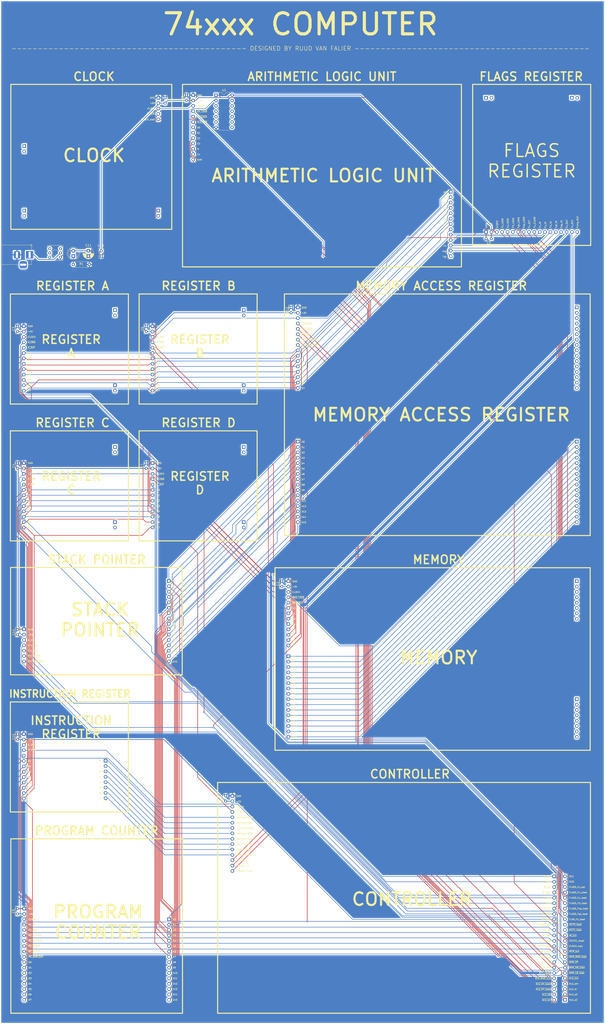
<source format=kicad_pcb>
(kicad_pcb (version 20171130) (host pcbnew 5.0.2+dfsg1-1)
  (layers (0 F.Cu signal) (31 B.Cu signal) (34 B.Paste user hide) (35 F.Paste user hide) (36 B.SilkS user hide) (37 F.SilkS user) (38 B.Mask user hide) (39 F.Mask user hide) (44 Edge.Cuts user))
  (net 0 "")
  (net 1 "Net-(D1-Pad1)")
  (net 2 +5V)
  (net 3 Fc_out)
  (net 4 ALU_Cn)
  (net 5 ALU_s2)
  (net 6 ALU_s3)
  (net 7 ALU_m)
  (net 8 ALU_shr)
  (net 9 ~ALU_out)
  (net 10 ~MAR_LB_load)
  (net 11 ~MAR_HB_load)
  (net 12 ~MAR_ZP)
  (net 13 ~MEM_RAM_load)
  (net 14 ~MEM_out)
  (net 15 CLOCK_halt)
  (net 16 /TSTATE_reset)
  (net 17 /~IN_out)
  (net 18 /~OUT1_load)
  (net 19 /~OUT2_load)
  (net 20 FLAGS_Fz_load)
  (net 21 FLAGS_Fgt_load)
  (net 22 FLAGS_Feq_load)
  (net 23 FLAGS_Flt_load)
  (net 24 FLAGS_Fc_load)
  (net 25 FLAGS_Fc_clear)
  (net 26 FLAGS_Fc_set)
  (net 27 "Net-(J22-Pad23)")
  (net 28 "Net-(J22-Pad24)")
  (net 29 ALU_s1)
  (net 30 ALU_s0)
  (net 31 ~ALU_AY_load)
  (net 32 ~ALU_AX_load)
  (net 33 ~STK_MAR_out)
  (net 34 ~STK_reset)
  (net 35 STK_dec)
  (net 36 STK_inc)
  (net 37 ~PC_H_out)
  (net 38 ~PC_L_out)
  (net 39 ~PC_H_load)
  (net 40 ~PC_L_load)
  (net 41 PC_dec)
  (net 42 PC_inc)
  (net 43 ~PC_MAR_out)
  (net 44 ~IR_load)
  (net 45 ~D_load)
  (net 46 ~D_out)
  (net 47 ~C_load)
  (net 48 ~C_out)
  (net 49 ~B_load)
  (net 50 ~B_out)
  (net 51 ~A_load)
  (net 52 ~A_out)
  (net 53 CLOCK)
  (net 54 DATA_BUS0)
  (net 55 DATA_BUS1)
  (net 56 DATA_BUS2)
  (net 57 DATA_BUS3)
  (net 58 DATA_BUS4)
  (net 59 DATA_BUS5)
  (net 60 DATA_BUS6)
  (net 61 DATA_BUS7)
  (net 62 Fcmp_out)
  (net 63 Fz_out)
  (net 64 Feq_in)
  (net 65 Fgt_in)
  (net 66 Flt_in)
  (net 67 Fz_in)
  (net 68 Fc_in)
  (net 69 A0)
  (net 70 A1)
  (net 71 A2)
  (net 72 A3)
  (net 73 A4)
  (net 74 A5)
  (net 75 A6)
  (net 76 A7)
  (net 77 A8)
  (net 78 A9)
  (net 79 A10)
  (net 80 A11)
  (net 81 A12)
  (net 82 A13)
  (net 83 A14)
  (net 84 A15)
  (net 85 MAR0)
  (net 86 MAR1)
  (net 87 MAR2)
  (net 88 MAR3)
  (net 89 MAR4)
  (net 90 MAR5)
  (net 91 MAR6)
  (net 92 MAR7)
  (net 93 MAR8)
  (net 94 MAR9)
  (net 95 MAR10)
  (net 96 MAR11)
  (net 97 MAR12)
  (net 98 MAR13)
  (net 99 MAR14)
  (net 100 MAR15)
  (net 101 ~CLOCK)
  (net 102 INSTRUCTION0)
  (net 103 INSTRUCTION1)
  (net 104 INSTRUCTION2)
  (net 105 INSTRUCTION3)
  (net 106 INSTRUCTION4)
  (net 107 INSTRUCTION5)
  (net 108 INSTRUCTION6)
  (net 109 INSTRUCTION7)
  (net 110 "Net-(J12-Pad5)")
  (net 111 "Net-(J23-Pad1)")
  (net 112 "Net-(SW1-Pad1)")
  (net 113 "Net-(J26-Pad1)")
  (net 114 "Net-(J26-Pad2)")
  (net 115 "Net-(J25-Pad2)")
  (net 116 "Net-(J25-Pad1)")
  (net 117 "Net-(J24-Pad1)")
  (net 118 "Net-(J24-Pad2)")
  (net 119 GND)
  (net 120 "Net-(J28-Pad1)")
  (net 121 "Net-(J28-Pad2)")
  (net 122 "Net-(J27-Pad2)")
  (net 123 "Net-(J27-Pad1)")
  (net 124 "Net-(J29-Pad1)")
  (net 125 "Net-(J29-Pad2)")
  (net 126 "Net-(J29-Pad3)")
  (net 127 "Net-(J29-Pad4)")
  (net 128 "Net-(J29-Pad5)")
  (net 129 "Net-(J29-Pad6)")
  (net 130 "Net-(J29-Pad7)")
  (net 131 "Net-(J29-Pad8)")
  (net 132 "Net-(J30-Pad8)")
  (net 133 "Net-(J30-Pad7)")
  (net 134 "Net-(J30-Pad6)")
  (net 135 "Net-(J30-Pad5)")
  (net 136 "Net-(J30-Pad4)")
  (net 137 "Net-(J30-Pad3)")
  (net 138 "Net-(J30-Pad2)")
  (net 139 "Net-(J30-Pad1)")
  (net 140 "Net-(J31-Pad1)")
  (net 141 "Net-(J31-Pad2)")
  (net 142 "Net-(J31-Pad3)")
  (net 143 "Net-(J31-Pad4)")
  (net 144 "Net-(J31-Pad5)")
  (net 145 "Net-(J31-Pad6)")
  (net 146 "Net-(J31-Pad7)")
  (net 147 "Net-(J31-Pad8)")
  (net 148 "Net-(J31-Pad9)")
  (net 149 "Net-(J31-Pad10)")
  (net 150 "Net-(J31-Pad11)")
  (net 151 "Net-(J31-Pad12)")
  (net 152 "Net-(J31-Pad13)")
  (net 153 "Net-(J31-Pad14)")
  (net 154 "Net-(J31-Pad15)")
  (net 155 "Net-(J31-Pad16)")
  (net 156 "Net-(J35-Pad1)")
  (net 157 "Net-(J35-Pad2)")
  (net 158 "Net-(J36-Pad2)")
  (net 159 "Net-(J36-Pad1)")
  (net 160 "Net-(J37-Pad1)")
  (net 161 "Net-(J37-Pad2)")
  (net 162 "Net-(J38-Pad2)")
  (net 163 "Net-(J38-Pad1)")
  (net 164 "Net-(J39-Pad1)")
  (net 165 "Net-(J39-Pad2)")
  (net 166 "Net-(J33-Pad2)")
  (net 167 "Net-(J33-Pad1)")
  (net 168 "Net-(J32-Pad1)")
  (net 169 "Net-(J32-Pad2)")
  (net 170 "Net-(J34-Pad2)")
  (net 171 "Net-(J34-Pad1)")
  (module Connector_PinSocket_2.54mm:PinSocket_1x05_P2.54mm_Vertical (layer F.Cu) (at 134.62 88.773)
    (fp_text reference J1 hide)
    (fp_text value CLOCK)
    (pad 5 thru_hole oval (at 0 10.16) (size 1.7 1.7) (drill 1) (layers *.Cu *.Mask) (net 15 CLOCK_halt))
    (pad 4 thru_hole oval (at 0 7.62) (size 1.7 1.7) (drill 1) (layers *.Cu *.Mask) (net 101 ~CLOCK))
    (pad 3 thru_hole oval (at 0 5.08) (size 1.7 1.7) (drill 1) (layers *.Cu *.Mask) (net 53 CLOCK))
    (pad 2 thru_hole oval (at 0 2.54) (size 1.7 1.7) (drill 1) (layers *.Cu *.Mask) (net 2 +5V))
    (pad 1 thru_hole rect (at 0 0) (size 1.7 1.7) (drill 1) (layers *.Cu *.Mask) (net 119 GND))
  )
  (module Connector_PinSocket_2.54mm:PinSocket_1x13_P2.54mm_Vertical (layer F.Cu) (at 131.858 196.85)
    (fp_text reference J7 hide)
    (fp_text value REGISTER-B)
    (pad 13 thru_hole oval (at 0 30.48) (size 1.7 1.7) (drill 1) (layers *.Cu *.Mask) (net 61 DATA_BUS7))
    (pad 12 thru_hole oval (at 0 27.94) (size 1.7 1.7) (drill 1) (layers *.Cu *.Mask) (net 60 DATA_BUS6))
    (pad 11 thru_hole oval (at 0 25.4) (size 1.7 1.7) (drill 1) (layers *.Cu *.Mask) (net 59 DATA_BUS5))
    (pad 10 thru_hole oval (at 0 22.86) (size 1.7 1.7) (drill 1) (layers *.Cu *.Mask) (net 58 DATA_BUS4))
    (pad 9 thru_hole oval (at 0 20.32) (size 1.7 1.7) (drill 1) (layers *.Cu *.Mask) (net 57 DATA_BUS3))
    (pad 8 thru_hole oval (at 0 17.78) (size 1.7 1.7) (drill 1) (layers *.Cu *.Mask) (net 56 DATA_BUS2))
    (pad 7 thru_hole oval (at 0 15.24) (size 1.7 1.7) (drill 1) (layers *.Cu *.Mask) (net 55 DATA_BUS1))
    (pad 6 thru_hole oval (at 0 12.7) (size 1.7 1.7) (drill 1) (layers *.Cu *.Mask) (net 54 DATA_BUS0))
    (pad 5 thru_hole oval (at 0 10.16) (size 1.7 1.7) (drill 1) (layers *.Cu *.Mask) (net 50 ~B_out))
    (pad 4 thru_hole oval (at 0 7.62) (size 1.7 1.7) (drill 1) (layers *.Cu *.Mask) (net 49 ~B_load))
    (pad 3 thru_hole oval (at 0 5.08) (size 1.7 1.7) (drill 1) (layers *.Cu *.Mask) (net 53 CLOCK))
    (pad 2 thru_hole oval (at 0 2.54) (size 1.7 1.7) (drill 1) (layers *.Cu *.Mask) (net 2 +5V))
    (pad 1 thru_hole rect (at 0 0) (size 1.7 1.7) (drill 1) (layers *.Cu *.Mask) (net 119 GND))
  )
  (module Connector_PinSocket_2.54mm:PinSocket_1x02_P2.54mm_Vertical (layer F.Cu) (at 114.078 254)
    (fp_text reference J34 hide)
    (fp_text value REGISTER-C_1)
    (pad 2 thru_hole oval (at 0 2.54) (size 1.7 1.7) (drill 1) (layers *.Cu *.Mask) (net 170 "Net-(J34-Pad2)"))
    (pad 1 thru_hole rect (at 0 0) (size 1.7 1.7) (drill 1) (layers *.Cu *.Mask) (net 171 "Net-(J34-Pad1)"))
  )
  (module Connector_PinSocket_2.54mm:PinSocket_1x02_P2.54mm_Vertical (layer F.Cu) (at 114.078 189.23)
    (fp_text reference J32 hide)
    (fp_text value REGISTER-A_1)
    (pad 1 thru_hole rect (at 0 0) (size 1.7 1.7) (drill 1) (layers *.Cu *.Mask) (net 168 "Net-(J32-Pad1)"))
    (pad 2 thru_hole oval (at 0 2.54) (size 1.7 1.7) (drill 1) (layers *.Cu *.Mask) (net 169 "Net-(J32-Pad2)"))
  )
  (module Connector_PinSocket_2.54mm:PinSocket_1x02_P2.54mm_Vertical (layer F.Cu) (at 114.078 224.79)
    (fp_text reference J33 hide)
    (fp_text value REGISTER-A_2)
    (pad 2 thru_hole oval (at 0 2.54) (size 1.7 1.7) (drill 1) (layers *.Cu *.Mask) (net 166 "Net-(J33-Pad2)"))
    (pad 1 thru_hole rect (at 0 0) (size 1.7 1.7) (drill 1) (layers *.Cu *.Mask) (net 167 "Net-(J33-Pad1)"))
  )
  (module Connector_PinSocket_2.54mm:PinSocket_1x02_P2.54mm_Vertical (layer F.Cu) (at 175.038 289.56)
    (fp_text reference J39 hide)
    (fp_text value REGISTER-D_2)
    (pad 1 thru_hole rect (at 0 0) (size 1.7 1.7) (drill 1) (layers *.Cu *.Mask) (net 164 "Net-(J39-Pad1)"))
    (pad 2 thru_hole oval (at 0 2.54) (size 1.7 1.7) (drill 1) (layers *.Cu *.Mask) (net 165 "Net-(J39-Pad2)"))
  )
  (module Connector_PinSocket_2.54mm:PinSocket_1x02_P2.54mm_Vertical (layer F.Cu) (at 175.038 254)
    (fp_text reference J38 hide)
    (fp_text value REGISTER-D_1)
    (pad 2 thru_hole oval (at 0 2.54) (size 1.7 1.7) (drill 1) (layers *.Cu *.Mask) (net 162 "Net-(J38-Pad2)"))
    (pad 1 thru_hole rect (at 0 0) (size 1.7 1.7) (drill 1) (layers *.Cu *.Mask) (net 163 "Net-(J38-Pad1)"))
  )
  (module Connector_PinSocket_2.54mm:PinSocket_1x02_P2.54mm_Vertical (layer F.Cu) (at 175.038 224.79)
    (fp_text reference J37 hide)
    (fp_text value REGISTER-B_2)
    (pad 1 thru_hole rect (at 0 0) (size 1.7 1.7) (drill 1) (layers *.Cu *.Mask) (net 160 "Net-(J37-Pad1)"))
    (pad 2 thru_hole oval (at 0 2.54) (size 1.7 1.7) (drill 1) (layers *.Cu *.Mask) (net 161 "Net-(J37-Pad2)"))
  )
  (module Connector_PinSocket_2.54mm:PinSocket_1x02_P2.54mm_Vertical (layer F.Cu) (at 175.038 189.23)
    (fp_text reference J36 hide)
    (fp_text value REGISTER-B_1)
    (pad 2 thru_hole oval (at 0 2.54) (size 1.7 1.7) (drill 1) (layers *.Cu *.Mask) (net 158 "Net-(J36-Pad2)"))
    (pad 1 thru_hole rect (at 0 0) (size 1.7 1.7) (drill 1) (layers *.Cu *.Mask) (net 159 "Net-(J36-Pad1)"))
  )
  (module Connector_PinSocket_2.54mm:PinSocket_1x02_P2.54mm_Vertical (layer F.Cu) (at 114.078 289.56)
    (fp_text reference J35 hide)
    (fp_text value REGISTER-C_2)
    (pad 1 thru_hole rect (at 0 0) (size 1.7 1.7) (drill 1) (layers *.Cu *.Mask) (net 156 "Net-(J35-Pad1)"))
    (pad 2 thru_hole oval (at 0 2.54) (size 1.7 1.7) (drill 1) (layers *.Cu *.Mask) (net 157 "Net-(J35-Pad2)"))
  )
  (module Connector_PinSocket_2.54mm:PinSocket_1x16_P2.54mm_Vertical (layer F.Cu) (at 332.74 187.96)
    (fp_text reference J31 hide)
    (fp_text value MAR_3)
    (pad 1 thru_hole rect (at 0 0) (size 1.7 1.7) (drill 1) (layers *.Cu *.Mask) (net 140 "Net-(J31-Pad1)"))
    (pad 2 thru_hole oval (at 0 2.54) (size 1.7 1.7) (drill 1) (layers *.Cu *.Mask) (net 141 "Net-(J31-Pad2)"))
    (pad 3 thru_hole oval (at 0 5.08) (size 1.7 1.7) (drill 1) (layers *.Cu *.Mask) (net 142 "Net-(J31-Pad3)"))
    (pad 4 thru_hole oval (at 0 7.62) (size 1.7 1.7) (drill 1) (layers *.Cu *.Mask) (net 143 "Net-(J31-Pad4)"))
    (pad 5 thru_hole oval (at 0 10.16) (size 1.7 1.7) (drill 1) (layers *.Cu *.Mask) (net 144 "Net-(J31-Pad5)"))
    (pad 6 thru_hole oval (at 0 12.7) (size 1.7 1.7) (drill 1) (layers *.Cu *.Mask) (net 145 "Net-(J31-Pad6)"))
    (pad 7 thru_hole oval (at 0 15.24) (size 1.7 1.7) (drill 1) (layers *.Cu *.Mask) (net 146 "Net-(J31-Pad7)"))
    (pad 8 thru_hole oval (at 0 17.78) (size 1.7 1.7) (drill 1) (layers *.Cu *.Mask) (net 147 "Net-(J31-Pad8)"))
    (pad 9 thru_hole oval (at 0 20.32) (size 1.7 1.7) (drill 1) (layers *.Cu *.Mask) (net 148 "Net-(J31-Pad9)"))
    (pad 10 thru_hole oval (at 0 22.86) (size 1.7 1.7) (drill 1) (layers *.Cu *.Mask) (net 149 "Net-(J31-Pad10)"))
    (pad 11 thru_hole oval (at 0 25.4) (size 1.7 1.7) (drill 1) (layers *.Cu *.Mask) (net 150 "Net-(J31-Pad11)"))
    (pad 12 thru_hole oval (at 0 27.94) (size 1.7 1.7) (drill 1) (layers *.Cu *.Mask) (net 151 "Net-(J31-Pad12)"))
    (pad 13 thru_hole oval (at 0 30.48) (size 1.7 1.7) (drill 1) (layers *.Cu *.Mask) (net 152 "Net-(J31-Pad13)"))
    (pad 14 thru_hole oval (at 0 33.02) (size 1.7 1.7) (drill 1) (layers *.Cu *.Mask) (net 153 "Net-(J31-Pad14)"))
    (pad 15 thru_hole oval (at 0 35.56) (size 1.7 1.7) (drill 1) (layers *.Cu *.Mask) (net 154 "Net-(J31-Pad15)"))
    (pad 16 thru_hole oval (at 0 38.1) (size 1.7 1.7) (drill 1) (layers *.Cu *.Mask) (net 155 "Net-(J31-Pad16)"))
  )
  (module Connector_PinSocket_2.54mm:PinSocket_1x08_P2.54mm_Vertical (layer F.Cu) (at 332.74 317.5)
    (fp_text reference J30 hide)
    (fp_text value MEMORY_3)
    (pad 8 thru_hole oval (at 0 17.78) (size 1.7 1.7) (drill 1) (layers *.Cu *.Mask) (net 132 "Net-(J30-Pad8)"))
    (pad 7 thru_hole oval (at 0 15.24) (size 1.7 1.7) (drill 1) (layers *.Cu *.Mask) (net 133 "Net-(J30-Pad7)"))
    (pad 6 thru_hole oval (at 0 12.7) (size 1.7 1.7) (drill 1) (layers *.Cu *.Mask) (net 134 "Net-(J30-Pad6)"))
    (pad 5 thru_hole oval (at 0 10.16) (size 1.7 1.7) (drill 1) (layers *.Cu *.Mask) (net 135 "Net-(J30-Pad5)"))
    (pad 4 thru_hole oval (at 0 7.62) (size 1.7 1.7) (drill 1) (layers *.Cu *.Mask) (net 136 "Net-(J30-Pad4)"))
    (pad 3 thru_hole oval (at 0 5.08) (size 1.7 1.7) (drill 1) (layers *.Cu *.Mask) (net 137 "Net-(J30-Pad3)"))
    (pad 2 thru_hole oval (at 0 2.54) (size 1.7 1.7) (drill 1) (layers *.Cu *.Mask) (net 138 "Net-(J30-Pad2)"))
    (pad 1 thru_hole rect (at 0 0) (size 1.7 1.7) (drill 1) (layers *.Cu *.Mask) (net 139 "Net-(J30-Pad1)"))
  )
  (module Connector_PinSocket_2.54mm:PinSocket_1x08_P2.54mm_Vertical (layer F.Cu) (at 332.74 373.38)
    (fp_text reference J29 hide)
    (fp_text value MEMORY_2)
    (pad 1 thru_hole rect (at 0 0) (size 1.7 1.7) (drill 1) (layers *.Cu *.Mask) (net 124 "Net-(J29-Pad1)"))
    (pad 2 thru_hole oval (at 0 2.54) (size 1.7 1.7) (drill 1) (layers *.Cu *.Mask) (net 125 "Net-(J29-Pad2)"))
    (pad 3 thru_hole oval (at 0 5.08) (size 1.7 1.7) (drill 1) (layers *.Cu *.Mask) (net 126 "Net-(J29-Pad3)"))
    (pad 4 thru_hole oval (at 0 7.62) (size 1.7 1.7) (drill 1) (layers *.Cu *.Mask) (net 127 "Net-(J29-Pad4)"))
    (pad 5 thru_hole oval (at 0 10.16) (size 1.7 1.7) (drill 1) (layers *.Cu *.Mask) (net 128 "Net-(J29-Pad5)"))
    (pad 6 thru_hole oval (at 0 12.7) (size 1.7 1.7) (drill 1) (layers *.Cu *.Mask) (net 129 "Net-(J29-Pad6)"))
    (pad 7 thru_hole oval (at 0 15.24) (size 1.7 1.7) (drill 1) (layers *.Cu *.Mask) (net 130 "Net-(J29-Pad7)"))
    (pad 8 thru_hole oval (at 0 17.78) (size 1.7 1.7) (drill 1) (layers *.Cu *.Mask) (net 131 "Net-(J29-Pad8)"))
  )
  (module Connector_PinSocket_2.54mm:PinSocket_1x02_P2.54mm_Vertical (layer F.Cu) (at 330.454 88.773 90)
    (fp_text reference J27 hide)
    (fp_text value FLAGS-REGISTER_1)
    (pad 2 thru_hole oval (at 0 2.54 90) (size 1.7 1.7) (drill 1) (layers *.Cu *.Mask) (net 122 "Net-(J27-Pad2)"))
    (pad 1 thru_hole rect (at 0 0 90) (size 1.7 1.7) (drill 1) (layers *.Cu *.Mask) (net 123 "Net-(J27-Pad1)"))
  )
  (module Connector_PinSocket_2.54mm:PinSocket_1x02_P2.54mm_Vertical (layer F.Cu) (at 289.814 88.773 90)
    (fp_text reference J28 hide)
    (fp_text value FLAGS-REGISTER_2)
    (pad 1 thru_hole rect (at 0 0 90) (size 1.7 1.7) (drill 1) (layers *.Cu *.Mask) (net 120 "Net-(J28-Pad1)"))
    (pad 2 thru_hole oval (at 0 2.54 90) (size 1.7 1.7) (drill 1) (layers *.Cu *.Mask) (net 121 "Net-(J28-Pad2)"))
  )
  (module Connector_PinSocket_2.54mm:PinSocket_1x02_P2.54mm_Vertical (layer F.Cu) (at 71.12 111.633)
    (fp_text reference J24 hide)
    (fp_text value CLOCK_1)
    (pad 2 thru_hole oval (at 0 2.54) (size 1.7 1.7) (drill 1) (layers *.Cu *.Mask) (net 118 "Net-(J24-Pad2)"))
    (pad 1 thru_hole rect (at 0 0) (size 1.7 1.7) (drill 1) (layers *.Cu *.Mask) (net 117 "Net-(J24-Pad1)"))
  )
  (module Connector_PinSocket_2.54mm:PinSocket_1x02_P2.54mm_Vertical (layer F.Cu) (at 71.12 142.113)
    (fp_text reference J25 hide)
    (fp_text value CLOCK_2)
    (pad 1 thru_hole rect (at 0 0) (size 1.7 1.7) (drill 1) (layers *.Cu *.Mask) (net 116 "Net-(J25-Pad1)"))
    (pad 2 thru_hole oval (at 0 2.54) (size 1.7 1.7) (drill 1) (layers *.Cu *.Mask) (net 115 "Net-(J25-Pad2)"))
  )
  (module Connector_PinSocket_2.54mm:PinSocket_1x02_P2.54mm_Vertical (layer F.Cu) (at 134.62 142.113)
    (fp_text reference J26 hide)
    (fp_text value CLOCK_3)
    (pad 2 thru_hole oval (at 0 2.54) (size 1.7 1.7) (drill 1) (layers *.Cu *.Mask) (net 114 "Net-(J26-Pad2)"))
    (pad 1 thru_hole rect (at 0 0) (size 1.7 1.7) (drill 1) (layers *.Cu *.Mask) (net 113 "Net-(J26-Pad1)"))
  )
  (module 74xx-Computer-Footprints:Switch (layer F.Cu) (at 85.725 162.179 90)
    (fp_text reference SW1 hide)
    (fp_text value SW_Push_SPDT)
    (pad "" thru_hole circle (at 2.032 -2.54 90) (size 1.4 1.4) (drill 0.7) (layers *.Cu *.Mask))
    (pad "" thru_hole circle (at 0 -2.54 90) (size 1.4 1.4) (drill 0.7) (layers *.Cu *.Mask))
    (pad "" thru_hole circle (at -2.032 -2.54 90) (size 1.4 1.4) (drill 0.7) (layers *.Cu *.Mask))
    (pad 3 thru_hole circle (at -2.032 2.54 90) (size 1.4 1.4) (drill 0.7) (layers *.Cu *.Mask) (net 2 +5V))
    (pad 1 thru_hole circle (at 2.032 2.54 90) (size 1.4 1.4) (drill 0.7) (layers *.Cu *.Mask) (net 112 "Net-(SW1-Pad1)"))
    (pad 2 thru_hole circle (at 0 2.54 90) (size 1.4 1.4) (drill 0.7) (layers *.Cu *.Mask) (net 111 "Net-(J23-Pad1)"))
  )
  (module Capacitor_THT:CP_Radial_D5.0mm_P2.50mm (layer F.Cu) (at 101.473 161.163 270)
    (fp_text reference C11 (at -2.54 0 180) (layer F.SilkS))
    (fp_text value "100 uF")
    (pad 1 thru_hole rect (at 0 0 270) (size 1.6 1.6) (drill 0.8) (layers *.Cu *.Mask) (net 2 +5V))
    (pad 2 thru_hole circle (at 2.5 0 270) (size 1.6 1.6) (drill 0.8) (layers *.Cu *.Mask) (net 119 GND))
  )
  (module Capacitor_THT:C_Rect_L4.6mm_W2.0mm_P2.50mm_MKS02_FKP02 (layer F.Cu) (at 128.905 261.62 270)
    (fp_text reference C7 (at 1.25 1.905 270) (layer F.SilkS))
    (fp_text value "100 nF")
    (pad 2 thru_hole circle (at 2.5 0 270) (size 1.4 1.4) (drill 0.7) (layers *.Cu *.Mask) (net 2 +5V))
    (pad 1 thru_hole circle (at 0 0 270) (size 1.4 1.4) (drill 0.7) (layers *.Cu *.Mask) (net 119 GND))
  )
  (module Capacitor_THT:C_Rect_L4.6mm_W2.0mm_P2.50mm_MKS02_FKP02 (layer F.Cu) (at 193.04 317.5 270)
    (fp_text reference C2 (at 1.25 1.905 270) (layer F.SilkS))
    (fp_text value "100 nF")
    (pad 1 thru_hole circle (at 0 0 270) (size 1.4 1.4) (drill 0.7) (layers *.Cu *.Mask) (net 119 GND))
    (pad 2 thru_hole circle (at 2.5 0 270) (size 1.4 1.4) (drill 0.7) (layers *.Cu *.Mask) (net 2 +5V))
  )
  (module Capacitor_THT:C_Rect_L4.6mm_W2.0mm_P2.50mm_MKS02_FKP02 (layer F.Cu) (at 128.905 196.85 270)
    (fp_text reference C6 (at 1.25 1.905 270) (layer F.SilkS))
    (fp_text value "100 nF")
    (pad 2 thru_hole circle (at 2.5 0 270) (size 1.4 1.4) (drill 0.7) (layers *.Cu *.Mask) (net 2 +5V))
    (pad 1 thru_hole circle (at 0 0 270) (size 1.4 1.4) (drill 0.7) (layers *.Cu *.Mask) (net 119 GND))
  )
  (module Capacitor_THT:C_Rect_L4.6mm_W2.0mm_P2.50mm_MKS02_FKP02 (layer F.Cu) (at 289.814 155.448)
    (fp_text reference C5 (at 1.25 1.905) (layer F.SilkS))
    (fp_text value "100 nF")
    (pad 1 thru_hole circle (at 0 0) (size 1.4 1.4) (drill 0.7) (layers *.Cu *.Mask) (net 119 GND))
    (pad 2 thru_hole circle (at 2.5 0) (size 1.4 1.4) (drill 0.7) (layers *.Cu *.Mask) (net 2 +5V))
  )
  (module Capacitor_THT:C_Rect_L4.6mm_W2.0mm_P2.50mm_MKS02_FKP02 (layer F.Cu) (at 67.945 196.85 270)
    (fp_text reference C3 (at 1.25 1.905 270) (layer F.SilkS))
    (fp_text value "100 nF")
    (pad 2 thru_hole circle (at 2.5 0 270) (size 1.4 1.4) (drill 0.7) (layers *.Cu *.Mask) (net 2 +5V))
    (pad 1 thru_hole circle (at 0 0 270) (size 1.4 1.4) (drill 0.7) (layers *.Cu *.Mask) (net 119 GND))
  )
  (module Capacitor_THT:C_Rect_L4.6mm_W2.0mm_P2.50mm_MKS02_FKP02 (layer F.Cu) (at 67.945 340.36 270)
    (fp_text reference C14 (at 1.27 1.905 270) (layer F.SilkS))
    (fp_text value "100 nF")
    (pad 1 thru_hole circle (at 0 0 270) (size 1.4 1.4) (drill 0.7) (layers *.Cu *.Mask) (net 119 GND))
    (pad 2 thru_hole circle (at 2.5 0 270) (size 1.4 1.4) (drill 0.7) (layers *.Cu *.Mask) (net 2 +5V))
  )
  (module Capacitor_THT:C_Rect_L4.6mm_W2.0mm_P2.50mm_MKS02_FKP02 (layer F.Cu) (at 147.955 87.503 270)
    (fp_text reference C8 (at 1.25 1.905 270) (layer F.SilkS))
    (fp_text value "100 nF")
    (pad 2 thru_hole circle (at 2.5 0 270) (size 1.4 1.4) (drill 0.7) (layers *.Cu *.Mask) (net 2 +5V))
    (pad 1 thru_hole circle (at 0 0 270) (size 1.4 1.4) (drill 0.7) (layers *.Cu *.Mask) (net 119 GND))
  )
  (module Capacitor_THT:C_Rect_L4.6mm_W2.0mm_P2.50mm_MKS02_FKP02 (layer F.Cu) (at 67.945 472.44 270)
    (fp_text reference C9 (at 1.27 1.905 270) (layer F.SilkS))
    (fp_text value "100 nF")
    (pad 1 thru_hole circle (at 0 0 270) (size 1.4 1.4) (drill 0.7) (layers *.Cu *.Mask) (net 119 GND))
    (pad 2 thru_hole circle (at 2.5 0 270) (size 1.4 1.4) (drill 0.7) (layers *.Cu *.Mask) (net 2 +5V))
  )
  (module Capacitor_THT:C_Rect_L4.6mm_W2.0mm_P2.50mm_MKS02_FKP02 (layer F.Cu) (at 67.945 389.89 270)
    (fp_text reference C10 (at 1.27 1.905 270) (layer F.SilkS))
    (fp_text value "100 nF")
    (pad 2 thru_hole circle (at 2.5 0 270) (size 1.4 1.4) (drill 0.7) (layers *.Cu *.Mask) (net 2 +5V))
    (pad 1 thru_hole circle (at 0 0 270) (size 1.4 1.4) (drill 0.7) (layers *.Cu *.Mask) (net 119 GND))
  )
  (module Capacitor_THT:C_Rect_L4.6mm_W2.0mm_P2.50mm_MKS02_FKP02 (layer F.Cu) (at 137.795 88.813 270)
    (fp_text reference C1 (at 1.25 -2.25 270) (layer F.SilkS))
    (fp_text value "100 nF")
    (pad 1 thru_hole circle (at 0 0 270) (size 1.4 1.4) (drill 0.7) (layers *.Cu *.Mask) (net 119 GND))
    (pad 2 thru_hole circle (at 2.5 0 270) (size 1.4 1.4) (drill 0.7) (layers *.Cu *.Mask) (net 2 +5V))
  )
  (module Capacitor_THT:C_Rect_L4.6mm_W2.0mm_P2.50mm_MKS02_FKP02 (layer F.Cu) (at 197.485 187.96 270)
    (fp_text reference C12 (at 1.27 1.905 270) (layer F.SilkS))
    (fp_text value "100 nF")
    (pad 2 thru_hole circle (at 2.5 0 270) (size 1.4 1.4) (drill 0.7) (layers *.Cu *.Mask) (net 2 +5V))
    (pad 1 thru_hole circle (at 0 0 270) (size 1.4 1.4) (drill 0.7) (layers *.Cu *.Mask) (net 119 GND))
  )
  (module Capacitor_THT:C_Rect_L4.6mm_W2.0mm_P2.50mm_MKS02_FKP02 (layer F.Cu) (at 107.569 161.163 270)
    (fp_text reference C13 (at -2.413 0.254) (layer F.SilkS))
    (fp_text value "100 nF")
    (pad 1 thru_hole circle (at 0 0 270) (size 1.4 1.4) (drill 0.7) (layers *.Cu *.Mask) (net 2 +5V))
    (pad 2 thru_hole circle (at 2.5 0 270) (size 1.4 1.4) (drill 0.7) (layers *.Cu *.Mask) (net 119 GND))
  )
  (module Capacitor_THT:C_Rect_L4.6mm_W2.0mm_P2.50mm_MKS02_FKP02 (layer F.Cu) (at 166.497 419.1 270)
    (fp_text reference C15 (at 1.27 1.905 270) (layer F.SilkS))
    (fp_text value "100 nF")
    (pad 2 thru_hole circle (at 2.5 0 270) (size 1.4 1.4) (drill 0.7) (layers *.Cu *.Mask) (net 2 +5V))
    (pad 1 thru_hole circle (at 0 0 270) (size 1.4 1.4) (drill 0.7) (layers *.Cu *.Mask) (net 119 GND))
  )
  (module Capacitor_THT:C_Rect_L4.6mm_W2.0mm_P2.50mm_MKS02_FKP02 (layer F.Cu) (at 67.945 261.62 270)
    (fp_text reference C4 (at 1.25 1.905 270) (layer F.SilkS))
    (fp_text value "100 nF")
    (pad 1 thru_hole circle (at 0 0 270) (size 1.4 1.4) (drill 0.7) (layers *.Cu *.Mask) (net 119 GND))
    (pad 2 thru_hole circle (at 2.5 0 270) (size 1.4 1.4) (drill 0.7) (layers *.Cu *.Mask) (net 2 +5V))
  )
  (module Connector_BarrelJack:BarrelJack_Horizontal (layer F.Cu) (at 73.66 163.068)
    (fp_text reference J23 hide)
    (fp_text value Barrel_Jack)
    (pad 1 thru_hole rect (at 0 0) (size 3.5 3.5) (drill oval 1 3) (layers *.Cu *.Mask) (net 111 "Net-(J23-Pad1)"))
    (pad 2 thru_hole roundrect (at -6 0) (size 3 3.5) (drill oval 1 3) (layers *.Cu *.Mask) (net 119 GND))
    (pad 3 thru_hole roundrect (at -3 4.7) (size 3.5 3.5) (drill oval 3 1) (layers *.Cu *.Mask))
  )
  (module Connector_PinSocket_2.54mm:PinSocket_1x07_P2.54mm_Vertical (layer F.Cu) (at 70.993 340.233)
    (fp_text reference J16 hide)
    (fp_text value SP_0)
    (pad 1 thru_hole rect (at 0 0) (size 1.7 1.7) (drill 1) (layers *.Cu *.Mask) (net 119 GND))
    (pad 2 thru_hole oval (at 0 2.54) (size 1.7 1.7) (drill 1) (layers *.Cu *.Mask) (net 2 +5V))
    (pad 3 thru_hole oval (at 0 5.08) (size 1.7 1.7) (drill 1) (layers *.Cu *.Mask) (net 53 CLOCK))
    (pad 4 thru_hole oval (at 0 7.62) (size 1.7 1.7) (drill 1) (layers *.Cu *.Mask) (net 36 STK_inc))
    (pad 5 thru_hole oval (at 0 10.16) (size 1.7 1.7) (drill 1) (layers *.Cu *.Mask) (net 35 STK_dec))
    (pad 6 thru_hole oval (at 0 12.7) (size 1.7 1.7) (drill 1) (layers *.Cu *.Mask) (net 34 ~STK_reset))
    (pad 7 thru_hole oval (at 0 15.24) (size 1.7 1.7) (drill 1) (layers *.Cu *.Mask) (net 33 ~STK_MAR_out))
  )
  (module Connector_PinSocket_2.54mm:PinSocket_1x08_P2.54mm_Vertical (layer F.Cu) (at 109.633 402.463)
    (fp_text reference J15 hide)
    (fp_text value IR_1)
    (pad 1 thru_hole rect (at 0 0) (size 1.7 1.7) (drill 1) (layers *.Cu *.Mask) (net 102 INSTRUCTION0))
    (pad 2 thru_hole oval (at 0 2.54) (size 1.7 1.7) (drill 1) (layers *.Cu *.Mask) (net 103 INSTRUCTION1))
    (pad 3 thru_hole oval (at 0 5.08) (size 1.7 1.7) (drill 1) (layers *.Cu *.Mask) (net 104 INSTRUCTION2))
    (pad 4 thru_hole oval (at 0 7.62) (size 1.7 1.7) (drill 1) (layers *.Cu *.Mask) (net 105 INSTRUCTION3))
    (pad 5 thru_hole oval (at 0 10.16) (size 1.7 1.7) (drill 1) (layers *.Cu *.Mask) (net 106 INSTRUCTION4))
    (pad 6 thru_hole oval (at 0 12.7) (size 1.7 1.7) (drill 1) (layers *.Cu *.Mask) (net 107 INSTRUCTION5))
    (pad 7 thru_hole oval (at 0 15.24) (size 1.7 1.7) (drill 1) (layers *.Cu *.Mask) (net 108 INSTRUCTION6))
    (pad 8 thru_hole oval (at 0 17.78) (size 1.7 1.7) (drill 1) (layers *.Cu *.Mask) (net 109 INSTRUCTION7))
  )
  (module Connector_PinSocket_2.54mm:PinSocket_1x13_P2.54mm_Vertical (layer F.Cu) (at 196.215 317.5)
    (fp_text reference J2 hide)
    (fp_text value MEMORY_0)
    (pad 1 thru_hole rect (at 0 0) (size 1.7 1.7) (drill 1) (layers *.Cu *.Mask) (net 119 GND))
    (pad 2 thru_hole oval (at 0 2.54) (size 1.7 1.7) (drill 1) (layers *.Cu *.Mask) (net 2 +5V))
    (pad 3 thru_hole oval (at 0 5.08) (size 1.7 1.7) (drill 1) (layers *.Cu *.Mask) (net 53 CLOCK))
    (pad 4 thru_hole oval (at 0 7.62) (size 1.7 1.7) (drill 1) (layers *.Cu *.Mask) (net 13 ~MEM_RAM_load))
    (pad 5 thru_hole oval (at 0 10.16) (size 1.7 1.7) (drill 1) (layers *.Cu *.Mask) (net 14 ~MEM_out))
    (pad 6 thru_hole oval (at 0 12.7) (size 1.7 1.7) (drill 1) (layers *.Cu *.Mask) (net 54 DATA_BUS0))
    (pad 7 thru_hole oval (at 0 15.24) (size 1.7 1.7) (drill 1) (layers *.Cu *.Mask) (net 55 DATA_BUS1))
    (pad 8 thru_hole oval (at 0 17.78) (size 1.7 1.7) (drill 1) (layers *.Cu *.Mask) (net 56 DATA_BUS2))
    (pad 9 thru_hole oval (at 0 20.32) (size 1.7 1.7) (drill 1) (layers *.Cu *.Mask) (net 57 DATA_BUS3))
    (pad 10 thru_hole oval (at 0 22.86) (size 1.7 1.7) (drill 1) (layers *.Cu *.Mask) (net 58 DATA_BUS4))
    (pad 11 thru_hole oval (at 0 25.4) (size 1.7 1.7) (drill 1) (layers *.Cu *.Mask) (net 59 DATA_BUS5))
    (pad 12 thru_hole oval (at 0 27.94) (size 1.7 1.7) (drill 1) (layers *.Cu *.Mask) (net 60 DATA_BUS6))
    (pad 13 thru_hole oval (at 0 30.48) (size 1.7 1.7) (drill 1) (layers *.Cu *.Mask) (net 61 DATA_BUS7))
  )
  (module Connector_PinSocket_2.54mm:PinSocket_1x13_P2.54mm_Vertical (layer F.Cu) (at 70.8983 196.85)
    (fp_text reference J3 hide)
    (fp_text value REGISTER-A)
    (pad 13 thru_hole oval (at 0 30.48) (size 1.7 1.7) (drill 1) (layers *.Cu *.Mask) (net 61 DATA_BUS7))
    (pad 12 thru_hole oval (at 0 27.94) (size 1.7 1.7) (drill 1) (layers *.Cu *.Mask) (net 60 DATA_BUS6))
    (pad 11 thru_hole oval (at 0 25.4) (size 1.7 1.7) (drill 1) (layers *.Cu *.Mask) (net 59 DATA_BUS5))
    (pad 10 thru_hole oval (at 0 22.86) (size 1.7 1.7) (drill 1) (layers *.Cu *.Mask) (net 58 DATA_BUS4))
    (pad 9 thru_hole oval (at 0 20.32) (size 1.7 1.7) (drill 1) (layers *.Cu *.Mask) (net 57 DATA_BUS3))
    (pad 8 thru_hole oval (at 0 17.78) (size 1.7 1.7) (drill 1) (layers *.Cu *.Mask) (net 56 DATA_BUS2))
    (pad 7 thru_hole oval (at 0 15.24) (size 1.7 1.7) (drill 1) (layers *.Cu *.Mask) (net 55 DATA_BUS1))
    (pad 6 thru_hole oval (at 0 12.7) (size 1.7 1.7) (drill 1) (layers *.Cu *.Mask) (net 54 DATA_BUS0))
    (pad 5 thru_hole oval (at 0 10.16) (size 1.7 1.7) (drill 1) (layers *.Cu *.Mask) (net 52 ~A_out))
    (pad 4 thru_hole oval (at 0 7.62) (size 1.7 1.7) (drill 1) (layers *.Cu *.Mask) (net 51 ~A_load))
    (pad 3 thru_hole oval (at 0 5.08) (size 1.7 1.7) (drill 1) (layers *.Cu *.Mask) (net 53 CLOCK))
    (pad 2 thru_hole oval (at 0 2.54) (size 1.7 1.7) (drill 1) (layers *.Cu *.Mask) (net 2 +5V))
    (pad 1 thru_hole rect (at 0 0) (size 1.7 1.7) (drill 1) (layers *.Cu *.Mask) (net 119 GND))
  )
  (module Connector_PinSocket_2.54mm:PinSocket_1x13_P2.54mm_Vertical (layer F.Cu) (at 70.8983 261.62)
    (fp_text reference J4 hide)
    (fp_text value REGISTER-C)
    (pad 1 thru_hole rect (at 0 0) (size 1.7 1.7) (drill 1) (layers *.Cu *.Mask) (net 119 GND))
    (pad 2 thru_hole oval (at 0 2.54) (size 1.7 1.7) (drill 1) (layers *.Cu *.Mask) (net 2 +5V))
    (pad 3 thru_hole oval (at 0 5.08) (size 1.7 1.7) (drill 1) (layers *.Cu *.Mask) (net 53 CLOCK))
    (pad 4 thru_hole oval (at 0 7.62) (size 1.7 1.7) (drill 1) (layers *.Cu *.Mask) (net 47 ~C_load))
    (pad 5 thru_hole oval (at 0 10.16) (size 1.7 1.7) (drill 1) (layers *.Cu *.Mask) (net 48 ~C_out))
    (pad 6 thru_hole oval (at 0 12.7) (size 1.7 1.7) (drill 1) (layers *.Cu *.Mask) (net 54 DATA_BUS0))
    (pad 7 thru_hole oval (at 0 15.24) (size 1.7 1.7) (drill 1) (layers *.Cu *.Mask) (net 55 DATA_BUS1))
    (pad 8 thru_hole oval (at 0 17.78) (size 1.7 1.7) (drill 1) (layers *.Cu *.Mask) (net 56 DATA_BUS2))
    (pad 9 thru_hole oval (at 0 20.32) (size 1.7 1.7) (drill 1) (layers *.Cu *.Mask) (net 57 DATA_BUS3))
    (pad 10 thru_hole oval (at 0 22.86) (size 1.7 1.7) (drill 1) (layers *.Cu *.Mask) (net 58 DATA_BUS4))
    (pad 11 thru_hole oval (at 0 25.4) (size 1.7 1.7) (drill 1) (layers *.Cu *.Mask) (net 59 DATA_BUS5))
    (pad 12 thru_hole oval (at 0 27.94) (size 1.7 1.7) (drill 1) (layers *.Cu *.Mask) (net 60 DATA_BUS6))
    (pad 13 thru_hole oval (at 0 30.48) (size 1.7 1.7) (drill 1) (layers *.Cu *.Mask) (net 61 DATA_BUS7))
  )
  (module Connector_PinSocket_2.54mm:PinSocket_1x13_P2.54mm_Vertical (layer F.Cu) (at 131.858 261.62)
    (fp_text reference J8 hide)
    (fp_text value REGISTER-D)
    (pad 13 thru_hole oval (at 0 30.48) (size 1.7 1.7) (drill 1) (layers *.Cu *.Mask) (net 61 DATA_BUS7))
    (pad 12 thru_hole oval (at 0 27.94) (size 1.7 1.7) (drill 1) (layers *.Cu *.Mask) (net 60 DATA_BUS6))
    (pad 11 thru_hole oval (at 0 25.4) (size 1.7 1.7) (drill 1) (layers *.Cu *.Mask) (net 59 DATA_BUS5))
    (pad 10 thru_hole oval (at 0 22.86) (size 1.7 1.7) (drill 1) (layers *.Cu *.Mask) (net 58 DATA_BUS4))
    (pad 9 thru_hole oval (at 0 20.32) (size 1.7 1.7) (drill 1) (layers *.Cu *.Mask) (net 57 DATA_BUS3))
    (pad 8 thru_hole oval (at 0 17.78) (size 1.7 1.7) (drill 1) (layers *.Cu *.Mask) (net 56 DATA_BUS2))
    (pad 7 thru_hole oval (at 0 15.24) (size 1.7 1.7) (drill 1) (layers *.Cu *.Mask) (net 55 DATA_BUS1))
    (pad 6 thru_hole oval (at 0 12.7) (size 1.7 1.7) (drill 1) (layers *.Cu *.Mask) (net 54 DATA_BUS0))
    (pad 5 thru_hole oval (at 0 10.16) (size 1.7 1.7) (drill 1) (layers *.Cu *.Mask) (net 46 ~D_out))
    (pad 4 thru_hole oval (at 0 7.62) (size 1.7 1.7) (drill 1) (layers *.Cu *.Mask) (net 45 ~D_load))
    (pad 3 thru_hole oval (at 0 5.08) (size 1.7 1.7) (drill 1) (layers *.Cu *.Mask) (net 53 CLOCK))
    (pad 2 thru_hole oval (at 0 2.54) (size 1.7 1.7) (drill 1) (layers *.Cu *.Mask) (net 2 +5V))
    (pad 1 thru_hole rect (at 0 0) (size 1.7 1.7) (drill 1) (layers *.Cu *.Mask) (net 119 GND))
  )
  (module Connector_PinSocket_2.54mm:PinSocket_1x13_P2.54mm_Vertical (layer F.Cu) (at 151.13 87.503)
    (fp_text reference J10 hide)
    (fp_text value ALU_0)
    (pad 13 thru_hole oval (at 0 30.48) (size 1.7 1.7) (drill 1) (layers *.Cu *.Mask) (net 8 ALU_shr))
    (pad 12 thru_hole oval (at 0 27.94) (size 1.7 1.7) (drill 1) (layers *.Cu *.Mask) (net 4 ALU_Cn))
    (pad 11 thru_hole oval (at 0 25.4) (size 1.7 1.7) (drill 1) (layers *.Cu *.Mask) (net 7 ALU_m))
    (pad 10 thru_hole oval (at 0 22.86) (size 1.7 1.7) (drill 1) (layers *.Cu *.Mask) (net 6 ALU_s3))
    (pad 9 thru_hole oval (at 0 20.32) (size 1.7 1.7) (drill 1) (layers *.Cu *.Mask) (net 5 ALU_s2))
    (pad 8 thru_hole oval (at 0 17.78) (size 1.7 1.7) (drill 1) (layers *.Cu *.Mask) (net 29 ALU_s1))
    (pad 7 thru_hole oval (at 0 15.24) (size 1.7 1.7) (drill 1) (layers *.Cu *.Mask) (net 30 ALU_s0))
    (pad 6 thru_hole oval (at 0 12.7) (size 1.7 1.7) (drill 1) (layers *.Cu *.Mask) (net 9 ~ALU_out))
    (pad 5 thru_hole oval (at 0 10.16) (size 1.7 1.7) (drill 1) (layers *.Cu *.Mask) (net 31 ~ALU_AY_load))
    (pad 4 thru_hole oval (at 0 7.62) (size 1.7 1.7) (drill 1) (layers *.Cu *.Mask) (net 32 ~ALU_AX_load))
    (pad 3 thru_hole oval (at 0 5.08) (size 1.7 1.7) (drill 1) (layers *.Cu *.Mask) (net 53 CLOCK))
    (pad 2 thru_hole oval (at 0 2.54) (size 1.7 1.7) (drill 1) (layers *.Cu *.Mask) (net 2 +5V))
    (pad 1 thru_hole rect (at 0 0) (size 1.7 1.7) (drill 1) (layers *.Cu *.Mask) (net 119 GND))
  )
  (module Connector_PinSocket_2.54mm:PinSocket_1x13_P2.54mm_Vertical (layer F.Cu) (at 273.05 133.223)
    (fp_text reference J11 hide)
    (fp_text value ALU_1)
    (pad 1 thru_hole rect (at 0 0) (size 1.7 1.7) (drill 1) (layers *.Cu *.Mask) (net 54 DATA_BUS0))
    (pad 2 thru_hole oval (at 0 2.54) (size 1.7 1.7) (drill 1) (layers *.Cu *.Mask) (net 55 DATA_BUS1))
    (pad 3 thru_hole oval (at 0 5.08) (size 1.7 1.7) (drill 1) (layers *.Cu *.Mask) (net 56 DATA_BUS2))
    (pad 4 thru_hole oval (at 0 7.62) (size 1.7 1.7) (drill 1) (layers *.Cu *.Mask) (net 57 DATA_BUS3))
    (pad 5 thru_hole oval (at 0 10.16) (size 1.7 1.7) (drill 1) (layers *.Cu *.Mask) (net 58 DATA_BUS4))
    (pad 6 thru_hole oval (at 0 12.7) (size 1.7 1.7) (drill 1) (layers *.Cu *.Mask) (net 59 DATA_BUS5))
    (pad 7 thru_hole oval (at 0 15.24) (size 1.7 1.7) (drill 1) (layers *.Cu *.Mask) (net 60 DATA_BUS6))
    (pad 8 thru_hole oval (at 0 17.78) (size 1.7 1.7) (drill 1) (layers *.Cu *.Mask) (net 61 DATA_BUS7))
    (pad 9 thru_hole oval (at 0 20.32) (size 1.7 1.7) (drill 1) (layers *.Cu *.Mask) (net 68 Fc_in))
    (pad 10 thru_hole oval (at 0 22.86) (size 1.7 1.7) (drill 1) (layers *.Cu *.Mask) (net 67 Fz_in))
    (pad 11 thru_hole oval (at 0 25.4) (size 1.7 1.7) (drill 1) (layers *.Cu *.Mask) (net 66 Flt_in))
    (pad 12 thru_hole oval (at 0 27.94) (size 1.7 1.7) (drill 1) (layers *.Cu *.Mask) (net 64 Feq_in))
    (pad 13 thru_hole oval (at 0 30.48) (size 1.7 1.7) (drill 1) (layers *.Cu *.Mask) (net 65 Fgt_in))
  )
  (module Connector_PinSocket_2.54mm:PinSocket_1x13_P2.54mm_Vertical (layer F.Cu) (at 70.8983 389.89)
    (fp_text reference J12 hide)
    (fp_text value IR_0)
    (pad 1 thru_hole rect (at 0 0) (size 1.7 1.7) (drill 1) (layers *.Cu *.Mask) (net 119 GND))
    (pad 2 thru_hole oval (at 0 2.54) (size 1.7 1.7) (drill 1) (layers *.Cu *.Mask) (net 2 +5V))
    (pad 3 thru_hole oval (at 0 5.08) (size 1.7 1.7) (drill 1) (layers *.Cu *.Mask) (net 53 CLOCK))
    (pad 4 thru_hole oval (at 0 7.62) (size 1.7 1.7) (drill 1) (layers *.Cu *.Mask) (net 44 ~IR_load))
    (pad 5 thru_hole oval (at 0 10.16) (size 1.7 1.7) (drill 1) (layers *.Cu *.Mask) (net 110 "Net-(J12-Pad5)"))
    (pad 6 thru_hole oval (at 0 12.7) (size 1.7 1.7) (drill 1) (layers *.Cu *.Mask) (net 54 DATA_BUS0))
    (pad 7 thru_hole oval (at 0 15.24) (size 1.7 1.7) (drill 1) (layers *.Cu *.Mask) (net 55 DATA_BUS1))
    (pad 8 thru_hole oval (at 0 17.78) (size 1.7 1.7) (drill 1) (layers *.Cu *.Mask) (net 56 DATA_BUS2))
    (pad 9 thru_hole oval (at 0 20.32) (size 1.7 1.7) (drill 1) (layers *.Cu *.Mask) (net 57 DATA_BUS3))
    (pad 10 thru_hole oval (at 0 22.86) (size 1.7 1.7) (drill 1) (layers *.Cu *.Mask) (net 58 DATA_BUS4))
    (pad 11 thru_hole oval (at 0 25.4) (size 1.7 1.7) (drill 1) (layers *.Cu *.Mask) (net 59 DATA_BUS5))
    (pad 12 thru_hole oval (at 0 27.94) (size 1.7 1.7) (drill 1) (layers *.Cu *.Mask) (net 60 DATA_BUS6))
    (pad 13 thru_hole oval (at 0 30.48) (size 1.7 1.7) (drill 1) (layers *.Cu *.Mask) (net 61 DATA_BUS7))
  )
  (module Connector_PinSocket_2.54mm:PinSocket_1x15_P2.54mm_Vertical (layer F.Cu) (at 169.672 419.1)
    (fp_text reference J20 hide)
    (fp_text value CONTROLLER_0)
    (pad 1 thru_hole rect (at 0 0) (size 1.7 1.7) (drill 1) (layers *.Cu *.Mask) (net 119 GND))
    (pad 2 thru_hole oval (at 0 2.54) (size 1.7 1.7) (drill 1) (layers *.Cu *.Mask) (net 2 +5V))
    (pad 3 thru_hole oval (at 0 5.08) (size 1.7 1.7) (drill 1) (layers *.Cu *.Mask) (net 53 CLOCK))
    (pad 4 thru_hole oval (at 0 7.62) (size 1.7 1.7) (drill 1) (layers *.Cu *.Mask) (net 101 ~CLOCK))
    (pad 5 thru_hole oval (at 0 10.16) (size 1.7 1.7) (drill 1) (layers *.Cu *.Mask) (net 102 INSTRUCTION0))
    (pad 6 thru_hole oval (at 0 12.7) (size 1.7 1.7) (drill 1) (layers *.Cu *.Mask) (net 103 INSTRUCTION1))
    (pad 7 thru_hole oval (at 0 15.24) (size 1.7 1.7) (drill 1) (layers *.Cu *.Mask) (net 104 INSTRUCTION2))
    (pad 8 thru_hole oval (at 0 17.78) (size 1.7 1.7) (drill 1) (layers *.Cu *.Mask) (net 105 INSTRUCTION3))
    (pad 9 thru_hole oval (at 0 20.32) (size 1.7 1.7) (drill 1) (layers *.Cu *.Mask) (net 106 INSTRUCTION4))
    (pad 10 thru_hole oval (at 0 22.86) (size 1.7 1.7) (drill 1) (layers *.Cu *.Mask) (net 107 INSTRUCTION5))
    (pad 11 thru_hole oval (at 0 25.4) (size 1.7 1.7) (drill 1) (layers *.Cu *.Mask) (net 108 INSTRUCTION6))
    (pad 12 thru_hole oval (at 0 27.94) (size 1.7 1.7) (drill 1) (layers *.Cu *.Mask) (net 109 INSTRUCTION7))
    (pad 13 thru_hole oval (at 0 30.48) (size 1.7 1.7) (drill 1) (layers *.Cu *.Mask) (net 3 Fc_out))
    (pad 14 thru_hole oval (at 0 33.02) (size 1.7 1.7) (drill 1) (layers *.Cu *.Mask) (net 63 Fz_out))
    (pad 15 thru_hole oval (at 0 35.56) (size 1.7 1.7) (drill 1) (layers *.Cu *.Mask) (net 62 Fcmp_out))
  )
  (module Connector_PinSocket_2.54mm:PinSocket_1x16_P2.54mm_Vertical (layer F.Cu) (at 196.215 353.06)
    (fp_text reference J6 hide)
    (fp_text value MEMORY_1)
    (pad 16 thru_hole oval (at 0 38.1) (size 1.7 1.7) (drill 1) (layers *.Cu *.Mask) (net 100 MAR15))
    (pad 15 thru_hole oval (at 0 35.56) (size 1.7 1.7) (drill 1) (layers *.Cu *.Mask) (net 99 MAR14))
    (pad 14 thru_hole oval (at 0 33.02) (size 1.7 1.7) (drill 1) (layers *.Cu *.Mask) (net 98 MAR13))
    (pad 13 thru_hole oval (at 0 30.48) (size 1.7 1.7) (drill 1) (layers *.Cu *.Mask) (net 97 MAR12))
    (pad 12 thru_hole oval (at 0 27.94) (size 1.7 1.7) (drill 1) (layers *.Cu *.Mask) (net 96 MAR11))
    (pad 11 thru_hole oval (at 0 25.4) (size 1.7 1.7) (drill 1) (layers *.Cu *.Mask) (net 95 MAR10))
    (pad 10 thru_hole oval (at 0 22.86) (size 1.7 1.7) (drill 1) (layers *.Cu *.Mask) (net 94 MAR9))
    (pad 9 thru_hole oval (at 0 20.32) (size 1.7 1.7) (drill 1) (layers *.Cu *.Mask) (net 93 MAR8))
    (pad 8 thru_hole oval (at 0 17.78) (size 1.7 1.7) (drill 1) (layers *.Cu *.Mask) (net 92 MAR7))
    (pad 7 thru_hole oval (at 0 15.24) (size 1.7 1.7) (drill 1) (layers *.Cu *.Mask) (net 91 MAR6))
    (pad 6 thru_hole oval (at 0 12.7) (size 1.7 1.7) (drill 1) (layers *.Cu *.Mask) (net 90 MAR5))
    (pad 5 thru_hole oval (at 0 10.16) (size 1.7 1.7) (drill 1) (layers *.Cu *.Mask) (net 89 MAR4))
    (pad 4 thru_hole oval (at 0 7.62) (size 1.7 1.7) (drill 1) (layers *.Cu *.Mask) (net 88 MAR3))
    (pad 3 thru_hole oval (at 0 5.08) (size 1.7 1.7) (drill 1) (layers *.Cu *.Mask) (net 87 MAR2))
    (pad 2 thru_hole oval (at 0 2.54) (size 1.7 1.7) (drill 1) (layers *.Cu *.Mask) (net 86 MAR1))
    (pad 1 thru_hole rect (at 0 0) (size 1.7 1.7) (drill 1) (layers *.Cu *.Mask) (net 85 MAR0))
  )
  (module Connector_PinSocket_2.54mm:PinSocket_1x16_P2.54mm_Vertical (layer F.Cu) (at 332.74 251.46)
    (fp_text reference J19 hide)
    (fp_text value MAR_2_ADDRESS-OUT)
    (pad 1 thru_hole rect (at 0 0) (size 1.7 1.7) (drill 1) (layers *.Cu *.Mask) (net 85 MAR0))
    (pad 2 thru_hole oval (at 0 2.54) (size 1.7 1.7) (drill 1) (layers *.Cu *.Mask) (net 86 MAR1))
    (pad 3 thru_hole oval (at 0 5.08) (size 1.7 1.7) (drill 1) (layers *.Cu *.Mask) (net 87 MAR2))
    (pad 4 thru_hole oval (at 0 7.62) (size 1.7 1.7) (drill 1) (layers *.Cu *.Mask) (net 88 MAR3))
    (pad 5 thru_hole oval (at 0 10.16) (size 1.7 1.7) (drill 1) (layers *.Cu *.Mask) (net 89 MAR4))
    (pad 6 thru_hole oval (at 0 12.7) (size 1.7 1.7) (drill 1) (layers *.Cu *.Mask) (net 90 MAR5))
    (pad 7 thru_hole oval (at 0 15.24) (size 1.7 1.7) (drill 1) (layers *.Cu *.Mask) (net 91 MAR6))
    (pad 8 thru_hole oval (at 0 17.78) (size 1.7 1.7) (drill 1) (layers *.Cu *.Mask) (net 92 MAR7))
    (pad 9 thru_hole oval (at 0 20.32) (size 1.7 1.7) (drill 1) (layers *.Cu *.Mask) (net 93 MAR8))
    (pad 10 thru_hole oval (at 0 22.86) (size 1.7 1.7) (drill 1) (layers *.Cu *.Mask) (net 94 MAR9))
    (pad 11 thru_hole oval (at 0 25.4) (size 1.7 1.7) (drill 1) (layers *.Cu *.Mask) (net 95 MAR10))
    (pad 12 thru_hole oval (at 0 27.94) (size 1.7 1.7) (drill 1) (layers *.Cu *.Mask) (net 96 MAR11))
    (pad 13 thru_hole oval (at 0 30.48) (size 1.7 1.7) (drill 1) (layers *.Cu *.Mask) (net 97 MAR12))
    (pad 14 thru_hole oval (at 0 33.02) (size 1.7 1.7) (drill 1) (layers *.Cu *.Mask) (net 98 MAR13))
    (pad 15 thru_hole oval (at 0 35.56) (size 1.7 1.7) (drill 1) (layers *.Cu *.Mask) (net 99 MAR14))
    (pad 16 thru_hole oval (at 0 38.1) (size 1.7 1.7) (drill 1) (layers *.Cu *.Mask) (net 100 MAR15))
  )
  (module Connector_PinSocket_2.54mm:PinSocket_1x16_P2.54mm_Vertical (layer F.Cu) (at 200.66 251.46)
    (fp_text reference J17 hide)
    (fp_text value MAR_1_ADDRESS-IN)
    (pad 16 thru_hole oval (at 0 38.1) (size 1.7 1.7) (drill 1) (layers *.Cu *.Mask) (net 84 A15))
    (pad 15 thru_hole oval (at 0 35.56) (size 1.7 1.7) (drill 1) (layers *.Cu *.Mask) (net 83 A14))
    (pad 14 thru_hole oval (at 0 33.02) (size 1.7 1.7) (drill 1) (layers *.Cu *.Mask) (net 82 A13))
    (pad 13 thru_hole oval (at 0 30.48) (size 1.7 1.7) (drill 1) (layers *.Cu *.Mask) (net 81 A12))
    (pad 12 thru_hole oval (at 0 27.94) (size 1.7 1.7) (drill 1) (layers *.Cu *.Mask) (net 80 A11))
    (pad 11 thru_hole oval (at 0 25.4) (size 1.7 1.7) (drill 1) (layers *.Cu *.Mask) (net 79 A10))
    (pad 10 thru_hole oval (at 0 22.86) (size 1.7 1.7) (drill 1) (layers *.Cu *.Mask) (net 78 A9))
    (pad 9 thru_hole oval (at 0 20.32) (size 1.7 1.7) (drill 1) (layers *.Cu *.Mask) (net 77 A8))
    (pad 8 thru_hole oval (at 0 17.78) (size 1.7 1.7) (drill 1) (layers *.Cu *.Mask) (net 76 A7))
    (pad 7 thru_hole oval (at 0 15.24) (size 1.7 1.7) (drill 1) (layers *.Cu *.Mask) (net 75 A6))
    (pad 6 thru_hole oval (at 0 12.7) (size 1.7 1.7) (drill 1) (layers *.Cu *.Mask) (net 74 A5))
    (pad 5 thru_hole oval (at 0 10.16) (size 1.7 1.7) (drill 1) (layers *.Cu *.Mask) (net 73 A4))
    (pad 4 thru_hole oval (at 0 7.62) (size 1.7 1.7) (drill 1) (layers *.Cu *.Mask) (net 72 A3))
    (pad 3 thru_hole oval (at 0 5.08) (size 1.7 1.7) (drill 1) (layers *.Cu *.Mask) (net 71 A2))
    (pad 2 thru_hole oval (at 0 2.54) (size 1.7 1.7) (drill 1) (layers *.Cu *.Mask) (net 70 A1))
    (pad 1 thru_hole rect (at 0 0) (size 1.7 1.7) (drill 1) (layers *.Cu *.Mask) (net 69 A0))
  )
  (module Connector_PinSocket_2.54mm:PinSocket_1x16_P2.54mm_Vertical (layer F.Cu) (at 139.7 477.52)
    (fp_text reference J14 hide)
    (fp_text value PROGRAM-COUNTER_1)
    (pad 1 thru_hole rect (at 0 0) (size 1.7 1.7) (drill 1) (layers *.Cu *.Mask) (net 69 A0))
    (pad 2 thru_hole oval (at 0 2.54) (size 1.7 1.7) (drill 1) (layers *.Cu *.Mask) (net 70 A1))
    (pad 3 thru_hole oval (at 0 5.08) (size 1.7 1.7) (drill 1) (layers *.Cu *.Mask) (net 71 A2))
    (pad 4 thru_hole oval (at 0 7.62) (size 1.7 1.7) (drill 1) (layers *.Cu *.Mask) (net 72 A3))
    (pad 5 thru_hole oval (at 0 10.16) (size 1.7 1.7) (drill 1) (layers *.Cu *.Mask) (net 73 A4))
    (pad 6 thru_hole oval (at 0 12.7) (size 1.7 1.7) (drill 1) (layers *.Cu *.Mask) (net 74 A5))
    (pad 7 thru_hole oval (at 0 15.24) (size 1.7 1.7) (drill 1) (layers *.Cu *.Mask) (net 75 A6))
    (pad 8 thru_hole oval (at 0 17.78) (size 1.7 1.7) (drill 1) (layers *.Cu *.Mask) (net 76 A7))
    (pad 9 thru_hole oval (at 0 20.32) (size 1.7 1.7) (drill 1) (layers *.Cu *.Mask) (net 77 A8))
    (pad 10 thru_hole oval (at 0 22.86) (size 1.7 1.7) (drill 1) (layers *.Cu *.Mask) (net 78 A9))
    (pad 11 thru_hole oval (at 0 25.4) (size 1.7 1.7) (drill 1) (layers *.Cu *.Mask) (net 79 A10))
    (pad 12 thru_hole oval (at 0 27.94) (size 1.7 1.7) (drill 1) (layers *.Cu *.Mask) (net 80 A11))
    (pad 13 thru_hole oval (at 0 30.48) (size 1.7 1.7) (drill 1) (layers *.Cu *.Mask) (net 81 A12))
    (pad 14 thru_hole oval (at 0 33.02) (size 1.7 1.7) (drill 1) (layers *.Cu *.Mask) (net 82 A13))
    (pad 15 thru_hole oval (at 0 35.56) (size 1.7 1.7) (drill 1) (layers *.Cu *.Mask) (net 83 A14))
    (pad 16 thru_hole oval (at 0 38.1) (size 1.7 1.7) (drill 1) (layers *.Cu *.Mask) (net 84 A15))
  )
  (module Connector_PinSocket_2.54mm:PinSocket_1x16_P2.54mm_Vertical (layer F.Cu) (at 200.66 187.96)
    (fp_text reference J13 hide)
    (fp_text value MAR_0)
    (pad 16 thru_hole oval (at 0 38.1) (size 1.7 1.7) (drill 1) (layers *.Cu *.Mask) (net 61 DATA_BUS7))
    (pad 15 thru_hole oval (at 0 35.56) (size 1.7 1.7) (drill 1) (layers *.Cu *.Mask) (net 60 DATA_BUS6))
    (pad 14 thru_hole oval (at 0 33.02) (size 1.7 1.7) (drill 1) (layers *.Cu *.Mask) (net 59 DATA_BUS5))
    (pad 13 thru_hole oval (at 0 30.48) (size 1.7 1.7) (drill 1) (layers *.Cu *.Mask) (net 58 DATA_BUS4))
    (pad 12 thru_hole oval (at 0 27.94) (size 1.7 1.7) (drill 1) (layers *.Cu *.Mask) (net 57 DATA_BUS3))
    (pad 11 thru_hole oval (at 0 25.4) (size 1.7 1.7) (drill 1) (layers *.Cu *.Mask) (net 56 DATA_BUS2))
    (pad 10 thru_hole oval (at 0 22.86) (size 1.7 1.7) (drill 1) (layers *.Cu *.Mask) (net 55 DATA_BUS1))
    (pad 9 thru_hole oval (at 0 20.32) (size 1.7 1.7) (drill 1) (layers *.Cu *.Mask) (net 54 DATA_BUS0))
    (pad 8 thru_hole oval (at 0 17.78) (size 1.7 1.7) (drill 1) (layers *.Cu *.Mask) (net 33 ~STK_MAR_out))
    (pad 7 thru_hole oval (at 0 15.24) (size 1.7 1.7) (drill 1) (layers *.Cu *.Mask) (net 43 ~PC_MAR_out))
    (pad 6 thru_hole oval (at 0 12.7) (size 1.7 1.7) (drill 1) (layers *.Cu *.Mask) (net 12 ~MAR_ZP))
    (pad 5 thru_hole oval (at 0 10.16) (size 1.7 1.7) (drill 1) (layers *.Cu *.Mask) (net 11 ~MAR_HB_load))
    (pad 4 thru_hole oval (at 0 7.62) (size 1.7 1.7) (drill 1) (layers *.Cu *.Mask) (net 10 ~MAR_LB_load))
    (pad 3 thru_hole oval (at 0 5.08) (size 1.7 1.7) (drill 1) (layers *.Cu *.Mask) (net 53 CLOCK))
    (pad 2 thru_hole oval (at 0 2.54) (size 1.7 1.7) (drill 1) (layers *.Cu *.Mask) (net 2 +5V))
    (pad 1 thru_hole rect (at 0 0) (size 1.7 1.7) (drill 1) (layers *.Cu *.Mask) (net 119 GND))
  )
  (module Connector_PinSocket_2.54mm:PinSocket_1x16_P2.54mm_Vertical (layer F.Cu) (at 139.573 317.373)
    (fp_text reference J18 hide)
    (fp_text value SP_1_MEMORY-ADDRESS)
    (pad 1 thru_hole rect (at 0 0) (size 1.7 1.7) (drill 1) (layers *.Cu *.Mask) (net 69 A0))
    (pad 2 thru_hole oval (at 0 2.54) (size 1.7 1.7) (drill 1) (layers *.Cu *.Mask) (net 70 A1))
    (pad 3 thru_hole oval (at 0 5.08) (size 1.7 1.7) (drill 1) (layers *.Cu *.Mask) (net 71 A2))
    (pad 4 thru_hole oval (at 0 7.62) (size 1.7 1.7) (drill 1) (layers *.Cu *.Mask) (net 72 A3))
    (pad 5 thru_hole oval (at 0 10.16) (size 1.7 1.7) (drill 1) (layers *.Cu *.Mask) (net 73 A4))
    (pad 6 thru_hole oval (at 0 12.7) (size 1.7 1.7) (drill 1) (layers *.Cu *.Mask) (net 74 A5))
    (pad 7 thru_hole oval (at 0 15.24) (size 1.7 1.7) (drill 1) (layers *.Cu *.Mask) (net 75 A6))
    (pad 8 thru_hole oval (at 0 17.78) (size 1.7 1.7) (drill 1) (layers *.Cu *.Mask) (net 76 A7))
    (pad 9 thru_hole oval (at 0 20.32) (size 1.7 1.7) (drill 1) (layers *.Cu *.Mask) (net 77 A8))
    (pad 10 thru_hole oval (at 0 22.86) (size 1.7 1.7) (drill 1) (layers *.Cu *.Mask) (net 78 A9))
    (pad 11 thru_hole oval (at 0 25.4) (size 1.7 1.7) (drill 1) (layers *.Cu *.Mask) (net 79 A10))
    (pad 12 thru_hole oval (at 0 27.94) (size 1.7 1.7) (drill 1) (layers *.Cu *.Mask) (net 80 A11))
    (pad 13 thru_hole oval (at 0 30.48) (size 1.7 1.7) (drill 1) (layers *.Cu *.Mask) (net 81 A12))
    (pad 14 thru_hole oval (at 0 33.02) (size 1.7 1.7) (drill 1) (layers *.Cu *.Mask) (net 82 A13))
    (pad 15 thru_hole oval (at 0 35.56) (size 1.7 1.7) (drill 1) (layers *.Cu *.Mask) (net 83 A14))
    (pad 16 thru_hole oval (at 0 38.1) (size 1.7 1.7) (drill 1) (layers *.Cu *.Mask) (net 84 A15))
  )
  (module Connector_PinSocket_2.54mm:PinSocket_1x18_P2.54mm_Vertical (layer F.Cu) (at 289.814 152.273 90)
    (fp_text reference J5 hide)
    (fp_text value FLAGS-REGISTER)
    (pad 18 thru_hole oval (at 0 43.18 90) (size 1.7 1.7) (drill 1) (layers *.Cu *.Mask) (net 62 Fcmp_out))
    (pad 17 thru_hole oval (at 0 40.64 90) (size 1.7 1.7) (drill 1) (layers *.Cu *.Mask) (net 63 Fz_out))
    (pad 16 thru_hole oval (at 0 38.1 90) (size 1.7 1.7) (drill 1) (layers *.Cu *.Mask) (net 3 Fc_out))
    (pad 15 thru_hole oval (at 0 35.56 90) (size 1.7 1.7) (drill 1) (layers *.Cu *.Mask) (net 64 Feq_in))
    (pad 14 thru_hole oval (at 0 33.02 90) (size 1.7 1.7) (drill 1) (layers *.Cu *.Mask) (net 65 Fgt_in))
    (pad 13 thru_hole oval (at 0 30.48 90) (size 1.7 1.7) (drill 1) (layers *.Cu *.Mask) (net 66 Flt_in))
    (pad 12 thru_hole oval (at 0 27.94 90) (size 1.7 1.7) (drill 1) (layers *.Cu *.Mask) (net 67 Fz_in))
    (pad 11 thru_hole oval (at 0 25.4 90) (size 1.7 1.7) (drill 1) (layers *.Cu *.Mask) (net 68 Fc_in))
    (pad 10 thru_hole oval (at 0 22.86 90) (size 1.7 1.7) (drill 1) (layers *.Cu *.Mask) (net 25 FLAGS_Fc_clear))
    (pad 9 thru_hole oval (at 0 20.32 90) (size 1.7 1.7) (drill 1) (layers *.Cu *.Mask) (net 26 FLAGS_Fc_set))
    (pad 8 thru_hole oval (at 0 17.78 90) (size 1.7 1.7) (drill 1) (layers *.Cu *.Mask) (net 22 FLAGS_Feq_load))
    (pad 7 thru_hole oval (at 0 15.24 90) (size 1.7 1.7) (drill 1) (layers *.Cu *.Mask) (net 21 FLAGS_Fgt_load))
    (pad 6 thru_hole oval (at 0 12.7 90) (size 1.7 1.7) (drill 1) (layers *.Cu *.Mask) (net 23 FLAGS_Flt_load))
    (pad 5 thru_hole oval (at 0 10.16 90) (size 1.7 1.7) (drill 1) (layers *.Cu *.Mask) (net 20 FLAGS_Fz_load))
    (pad 4 thru_hole oval (at 0 7.62 90) (size 1.7 1.7) (drill 1) (layers *.Cu *.Mask) (net 24 FLAGS_Fc_load))
    (pad 3 thru_hole oval (at 0 5.08 90) (size 1.7 1.7) (drill 1) (layers *.Cu *.Mask) (net 53 CLOCK))
    (pad 2 thru_hole oval (at 0 2.54 90) (size 1.7 1.7) (drill 1) (layers *.Cu *.Mask) (net 2 +5V))
    (pad 1 thru_hole rect (at 0 0 90) (size 1.7 1.7) (drill 1) (layers *.Cu *.Mask) (net 119 GND))
  )
  (module Connector_PinSocket_2.54mm:PinSocket_1x18_P2.54mm_Vertical (layer F.Cu) (at 71.12 472.44)
    (fp_text reference J9 hide)
    (fp_text value PROGRAM-COUNTER_0)
    (pad 1 thru_hole rect (at 0 0) (size 1.7 1.7) (drill 1) (layers *.Cu *.Mask) (net 119 GND))
    (pad 2 thru_hole oval (at 0 2.54) (size 1.7 1.7) (drill 1) (layers *.Cu *.Mask) (net 2 +5V))
    (pad 3 thru_hole oval (at 0 5.08) (size 1.7 1.7) (drill 1) (layers *.Cu *.Mask) (net 53 CLOCK))
    (pad 4 thru_hole oval (at 0 7.62) (size 1.7 1.7) (drill 1) (layers *.Cu *.Mask) (net 42 PC_inc))
    (pad 5 thru_hole oval (at 0 10.16) (size 1.7 1.7) (drill 1) (layers *.Cu *.Mask) (net 41 PC_dec))
    (pad 6 thru_hole oval (at 0 12.7) (size 1.7 1.7) (drill 1) (layers *.Cu *.Mask) (net 40 ~PC_L_load))
    (pad 7 thru_hole oval (at 0 15.24) (size 1.7 1.7) (drill 1) (layers *.Cu *.Mask) (net 39 ~PC_H_load))
    (pad 8 thru_hole oval (at 0 17.78) (size 1.7 1.7) (drill 1) (layers *.Cu *.Mask) (net 38 ~PC_L_out))
    (pad 9 thru_hole oval (at 0 20.32) (size 1.7 1.7) (drill 1) (layers *.Cu *.Mask) (net 37 ~PC_H_out))
    (pad 10 thru_hole oval (at 0 22.86) (size 1.7 1.7) (drill 1) (layers *.Cu *.Mask) (net 43 ~PC_MAR_out))
    (pad 11 thru_hole oval (at 0 25.4) (size 1.7 1.7) (drill 1) (layers *.Cu *.Mask) (net 54 DATA_BUS0))
    (pad 12 thru_hole oval (at 0 27.94) (size 1.7 1.7) (drill 1) (layers *.Cu *.Mask) (net 55 DATA_BUS1))
    (pad 13 thru_hole oval (at 0 30.48) (size 1.7 1.7) (drill 1) (layers *.Cu *.Mask) (net 56 DATA_BUS2))
    (pad 14 thru_hole oval (at 0 33.02) (size 1.7 1.7) (drill 1) (layers *.Cu *.Mask) (net 57 DATA_BUS3))
    (pad 15 thru_hole oval (at 0 35.56) (size 1.7 1.7) (drill 1) (layers *.Cu *.Mask) (net 58 DATA_BUS4))
    (pad 16 thru_hole oval (at 0 38.1) (size 1.7 1.7) (drill 1) (layers *.Cu *.Mask) (net 59 DATA_BUS5))
    (pad 17 thru_hole oval (at 0 40.64) (size 1.7 1.7) (drill 1) (layers *.Cu *.Mask) (net 60 DATA_BUS6))
    (pad 18 thru_hole oval (at 0 43.18) (size 1.7 1.7) (drill 1) (layers *.Cu *.Mask) (net 61 DATA_BUS7))
  )
  (module Connector_PinSocket_2.54mm:PinSocket_1x24_P2.54mm_Vertical (layer F.Cu) (at 322.072 457.2)
    (fp_text reference J21 hide)
    (fp_text value CONTROLLER_1)
    (pad 1 thru_hole rect (at 0 0) (size 1.7 1.7) (drill 1) (layers *.Cu *.Mask) (net 52 ~A_out))
    (pad 2 thru_hole oval (at 0 2.54) (size 1.7 1.7) (drill 1) (layers *.Cu *.Mask) (net 51 ~A_load))
    (pad 3 thru_hole oval (at 0 5.08) (size 1.7 1.7) (drill 1) (layers *.Cu *.Mask) (net 50 ~B_out))
    (pad 4 thru_hole oval (at 0 7.62) (size 1.7 1.7) (drill 1) (layers *.Cu *.Mask) (net 49 ~B_load))
    (pad 5 thru_hole oval (at 0 10.16) (size 1.7 1.7) (drill 1) (layers *.Cu *.Mask) (net 48 ~C_out))
    (pad 6 thru_hole oval (at 0 12.7) (size 1.7 1.7) (drill 1) (layers *.Cu *.Mask) (net 47 ~C_load))
    (pad 7 thru_hole oval (at 0 15.24) (size 1.7 1.7) (drill 1) (layers *.Cu *.Mask) (net 46 ~D_out))
    (pad 8 thru_hole oval (at 0 17.78) (size 1.7 1.7) (drill 1) (layers *.Cu *.Mask) (net 45 ~D_load))
    (pad 9 thru_hole oval (at 0 20.32) (size 1.7 1.7) (drill 1) (layers *.Cu *.Mask) (net 44 ~IR_load))
    (pad 10 thru_hole oval (at 0 22.86) (size 1.7 1.7) (drill 1) (layers *.Cu *.Mask) (net 43 ~PC_MAR_out))
    (pad 11 thru_hole oval (at 0 25.4) (size 1.7 1.7) (drill 1) (layers *.Cu *.Mask) (net 42 PC_inc))
    (pad 12 thru_hole oval (at 0 27.94) (size 1.7 1.7) (drill 1) (layers *.Cu *.Mask) (net 41 PC_dec))
    (pad 13 thru_hole oval (at 0 30.48) (size 1.7 1.7) (drill 1) (layers *.Cu *.Mask) (net 40 ~PC_L_load))
    (pad 14 thru_hole oval (at 0 33.02) (size 1.7 1.7) (drill 1) (layers *.Cu *.Mask) (net 39 ~PC_H_load))
    (pad 15 thru_hole oval (at 0 35.56) (size 1.7 1.7) (drill 1) (layers *.Cu *.Mask) (net 38 ~PC_L_out))
    (pad 16 thru_hole oval (at 0 38.1) (size 1.7 1.7) (drill 1) (layers *.Cu *.Mask) (net 37 ~PC_H_out))
    (pad 17 thru_hole oval (at 0 40.64) (size 1.7 1.7) (drill 1) (layers *.Cu *.Mask) (net 36 STK_inc))
    (pad 18 thru_hole oval (at 0 43.18) (size 1.7 1.7) (drill 1) (layers *.Cu *.Mask) (net 35 STK_dec))
    (pad 19 thru_hole oval (at 0 45.72) (size 1.7 1.7) (drill 1) (layers *.Cu *.Mask) (net 34 ~STK_reset))
    (pad 20 thru_hole oval (at 0 48.26) (size 1.7 1.7) (drill 1) (layers *.Cu *.Mask) (net 33 ~STK_MAR_out))
    (pad 21 thru_hole oval (at 0 50.8) (size 1.7 1.7) (drill 1) (layers *.Cu *.Mask) (net 32 ~ALU_AX_load))
    (pad 22 thru_hole oval (at 0 53.34) (size 1.7 1.7) (drill 1) (layers *.Cu *.Mask) (net 31 ~ALU_AY_load))
    (pad 23 thru_hole oval (at 0 55.88) (size 1.7 1.7) (drill 1) (layers *.Cu *.Mask) (net 30 ALU_s0))
    (pad 24 thru_hole oval (at 0 58.42) (size 1.7 1.7) (drill 1) (layers *.Cu *.Mask) (net 29 ALU_s1))
  )
  (module Connector_PinSocket_2.54mm:PinSocket_1x24_P2.54mm_Vertical (layer F.Cu) (at 327.152 515.62 180)
    (fp_text reference J22 hide)
    (fp_text value CONTROLLER_2)
    (pad 24 thru_hole oval (at 0 58.42 180) (size 1.7 1.7) (drill 1) (layers *.Cu *.Mask) (net 28 "Net-(J22-Pad24)"))
    (pad 23 thru_hole oval (at 0 55.88 180) (size 1.7 1.7) (drill 1) (layers *.Cu *.Mask) (net 27 "Net-(J22-Pad23)"))
    (pad 22 thru_hole oval (at 0 53.34 180) (size 1.7 1.7) (drill 1) (layers *.Cu *.Mask) (net 26 FLAGS_Fc_set))
    (pad 21 thru_hole oval (at 0 50.8 180) (size 1.7 1.7) (drill 1) (layers *.Cu *.Mask) (net 25 FLAGS_Fc_clear))
    (pad 20 thru_hole oval (at 0 48.26 180) (size 1.7 1.7) (drill 1) (layers *.Cu *.Mask) (net 24 FLAGS_Fc_load))
    (pad 19 thru_hole oval (at 0 45.72 180) (size 1.7 1.7) (drill 1) (layers *.Cu *.Mask) (net 23 FLAGS_Flt_load))
    (pad 18 thru_hole oval (at 0 43.18 180) (size 1.7 1.7) (drill 1) (layers *.Cu *.Mask) (net 22 FLAGS_Feq_load))
    (pad 17 thru_hole oval (at 0 40.64 180) (size 1.7 1.7) (drill 1) (layers *.Cu *.Mask) (net 21 FLAGS_Fgt_load))
    (pad 16 thru_hole oval (at 0 38.1 180) (size 1.7 1.7) (drill 1) (layers *.Cu *.Mask) (net 20 FLAGS_Fz_load))
    (pad 15 thru_hole oval (at 0 35.56 180) (size 1.7 1.7) (drill 1) (layers *.Cu *.Mask) (net 19 /~OUT2_load))
    (pad 14 thru_hole oval (at 0 33.02 180) (size 1.7 1.7) (drill 1) (layers *.Cu *.Mask) (net 18 /~OUT1_load))
    (pad 13 thru_hole oval (at 0 30.48 180) (size 1.7 1.7) (drill 1) (layers *.Cu *.Mask) (net 17 /~IN_out))
    (pad 12 thru_hole oval (at 0 27.94 180) (size 1.7 1.7) (drill 1) (layers *.Cu *.Mask) (net 16 /TSTATE_reset))
    (pad 11 thru_hole oval (at 0 25.4 180) (size 1.7 1.7) (drill 1) (layers *.Cu *.Mask) (net 15 CLOCK_halt))
    (pad 10 thru_hole oval (at 0 22.86 180) (size 1.7 1.7) (drill 1) (layers *.Cu *.Mask) (net 14 ~MEM_out))
    (pad 9 thru_hole oval (at 0 20.32 180) (size 1.7 1.7) (drill 1) (layers *.Cu *.Mask) (net 13 ~MEM_RAM_load))
    (pad 8 thru_hole oval (at 0 17.78 180) (size 1.7 1.7) (drill 1) (layers *.Cu *.Mask) (net 12 ~MAR_ZP))
    (pad 7 thru_hole oval (at 0 15.24 180) (size 1.7 1.7) (drill 1) (layers *.Cu *.Mask) (net 11 ~MAR_HB_load))
    (pad 6 thru_hole oval (at 0 12.7 180) (size 1.7 1.7) (drill 1) (layers *.Cu *.Mask) (net 10 ~MAR_LB_load))
    (pad 5 thru_hole oval (at 0 10.16 180) (size 1.7 1.7) (drill 1) (layers *.Cu *.Mask) (net 9 ~ALU_out))
    (pad 4 thru_hole oval (at 0 7.62 180) (size 1.7 1.7) (drill 1) (layers *.Cu *.Mask) (net 8 ALU_shr))
    (pad 3 thru_hole oval (at 0 5.08 180) (size 1.7 1.7) (drill 1) (layers *.Cu *.Mask) (net 7 ALU_m))
    (pad 2 thru_hole oval (at 0 2.54 180) (size 1.7 1.7) (drill 1) (layers *.Cu *.Mask) (net 6 ALU_s3))
    (pad 1 thru_hole rect (at 0 0 180) (size 1.7 1.7) (drill 1) (layers *.Cu *.Mask) (net 5 ALU_s2))
  )
  (module LED_THT:LED_D5.0mm (layer F.Cu) (at 94.361 163.703 90)
    (fp_text reference D1 hide)
    (fp_text value LED)
    (pad 1 thru_hole rect (at 0 0 90) (size 1.8 1.8) (drill 0.9) (layers *.Cu *.Mask) (net 1 "Net-(D1-Pad1)"))
    (pad 2 thru_hole circle (at 2.54 0 90) (size 1.8 1.8) (drill 0.9) (layers *.Cu *.Mask) (net 2 +5V))
  )
  (module Package_DIP:DIP-14_W7.62mm (layer F.Cu) (at 161.925 87.503)
    (fp_text reference U1 (at 3.81 -2.33) (layer F.SilkS))
    (fp_text value 74x04)
    (pad 1 thru_hole rect (at 0 0) (size 1.6 1.6) (drill 0.8) (layers *.Cu *.Mask) (net 3 Fc_out))
    (pad 8 thru_hole oval (at 7.62 15.24) (size 1.6 1.6) (drill 0.8) (layers *.Cu *.Mask))
    (pad 2 thru_hole oval (at 0 2.54) (size 1.6 1.6) (drill 0.8) (layers *.Cu *.Mask) (net 4 ALU_Cn))
    (pad 9 thru_hole oval (at 7.62 12.7) (size 1.6 1.6) (drill 0.8) (layers *.Cu *.Mask))
    (pad 3 thru_hole oval (at 0 5.08) (size 1.6 1.6) (drill 0.8) (layers *.Cu *.Mask))
    (pad 10 thru_hole oval (at 7.62 10.16) (size 1.6 1.6) (drill 0.8) (layers *.Cu *.Mask))
    (pad 4 thru_hole oval (at 0 7.62) (size 1.6 1.6) (drill 0.8) (layers *.Cu *.Mask))
    (pad 11 thru_hole oval (at 7.62 7.62) (size 1.6 1.6) (drill 0.8) (layers *.Cu *.Mask))
    (pad 5 thru_hole oval (at 0 10.16) (size 1.6 1.6) (drill 0.8) (layers *.Cu *.Mask))
    (pad 12 thru_hole oval (at 7.62 5.08) (size 1.6 1.6) (drill 0.8) (layers *.Cu *.Mask))
    (pad 6 thru_hole oval (at 0 12.7) (size 1.6 1.6) (drill 0.8) (layers *.Cu *.Mask))
    (pad 13 thru_hole oval (at 7.62 2.54) (size 1.6 1.6) (drill 0.8) (layers *.Cu *.Mask))
    (pad 7 thru_hole oval (at 0 15.24) (size 1.6 1.6) (drill 0.8) (layers *.Cu *.Mask) (net 119 GND))
    (pad 14 thru_hole oval (at 7.62 0) (size 1.6 1.6) (drill 0.8) (layers *.Cu *.Mask) (net 2 +5V))
  )
  (module Resistor_THT:R_Axial_DIN0207_L6.3mm_D2.5mm_P7.62mm_Horizontal (layer F.Cu) (at 94.361 167.64)
    (fp_text reference R1 (at 3.81 -0.254) (layer F.SilkS))
    (fp_text value 470)
    (pad 1 thru_hole circle (at 0 0) (size 1.6 1.6) (drill 0.8) (layers *.Cu *.Mask) (net 1 "Net-(D1-Pad1)"))
    (pad 2 thru_hole oval (at 7.62 0) (size 1.6 1.6) (drill 0.8) (layers *.Cu *.Mask) (net 119 GND))
  )
  (gr_text "--------------------------------------------- DESIGNED BY RUUD VAN FALIER ---------------------------------------------" (at 201.93 65.405) (layer F.SilkS) (effects (font (size 2 2) (thickness 0.2))))
  (gr_text "74xxx COMPUTER" (at 201.93 53.975) (layer F.SilkS) (effects (font (size 10 10) (thickness 1.5))))
  (gr_text "PROGRAM COUNTER" (at 105.41 435.61) (layer F.SilkS) (effects (font (size 4 4) (thickness 0.7))))
  (gr_text "INSTRUCTION REGISTER" (at 92.71 370.84) (layer F.SilkS) (effects (font (size 3.5 3.3) (thickness 0.7))))
  (gr_text CONTROLLER (at 253.746 408.813) (layer F.SilkS) (effects (font (size 4 4) (thickness 0.7))))
  (gr_text MEMORY (at 267.335 307.34) (layer F.SilkS) (effects (font (size 4 4) (thickness 0.7))))
  (gr_text "STACK POINTER" (at 105.41 307.34) (layer F.SilkS) (effects (font (size 4 4) (thickness 0.7))))
  (gr_text "REGISTER D" (at 153.67 242.57) (layer F.SilkS) (effects (font (size 4 4) (thickness 0.7))))
  (gr_text "REGISTER C" (at 93.98 242.57) (layer F.SilkS) (effects (font (size 4 4) (thickness 0.7))))
  (gr_text "REGISTER A" (at 93.98 177.8) (layer F.SilkS) (effects (font (size 4 4) (thickness 0.7))))
  (gr_text "REGISTER B" (at 153.67 177.8) (layer F.SilkS) (effects (font (size 4 4) (thickness 0.7))))
  (gr_text "MEMORY ACCESS REGISTER" (at 268.605 177.8) (layer F.SilkS) (effects (font (size 4 4) (thickness 0.7))))
  (gr_text "FLAGS REGISTER" (at 311.15 78.74) (layer F.SilkS) (effects (font (size 4 4) (thickness 0.7))))
  (gr_text "ARITHMETIC LOGIC UNIT" (at 212.09 78.74) (layer F.SilkS) (effects (font (size 4 4) (thickness 0.7))))
  (gr_text CLOCK (at 104.14 78.74) (layer F.SilkS) (effects (font (size 4 4) (thickness 0.7))))
  (gr_line (start 59.69 527.05) (end 59.69 42.545) (layer Edge.Cuts) (width 0.1))
  (gr_line (start 346.075 527.05) (end 59.69 527.05) (layer Edge.Cuts) (width 0.1))
  (gr_line (start 346.075 42.545) (end 346.075 527.05) (layer Edge.Cuts) (width 0.1))
  (gr_line (start 59.69 42.545) (end 346.075 42.545) (layer Edge.Cuts) (width 0.1))
  (gr_text "STACK\nPOINTER" (at 107.061 335.788) (layer F.SilkS) (effects (font (size 6 6) (thickness 1))))
  (gr_text CLOCK (at 72.771 345.44) (layer F.SilkS) (effects (font (size 0.75 0.75)) (justify left)))
  (gr_text +5V (at 72.771 342.9) (layer F.SilkS) (effects (font (size 0.75 0.75)) (justify left)))
  (gr_text GND (at 72.771 340.36) (layer F.SilkS) (effects (font (size 0.75 0.75)) (justify left)))
  (gr_text STK_INC (at 72.771 347.98) (layer F.SilkS) (effects (font (size 0.75 0.75)) (justify left)))
  (gr_text ~STK_RESET (at 72.771 353.06) (layer F.SilkS) (effects (font (size 0.75 0.75)) (justify left)))
  (gr_text STK_DEC (at 72.771 350.52) (layer F.SilkS) (effects (font (size 0.75 0.75)) (justify left)))
  (gr_text ~STK_MAR_OUT (at 72.771 355.6) (layer F.SilkS) (effects (font (size 0.75 0.75)) (justify left)))
  (gr_text A11 (at 141.351 345.44) (layer F.SilkS) (effects (font (size 0.75 0.75)) (justify left)))
  (gr_text A8 (at 141.351 337.82) (layer F.SilkS) (effects (font (size 0.75 0.75)) (justify left)))
  (gr_text A13 (at 141.351 350.52) (layer F.SilkS) (effects (font (size 0.75 0.75)) (justify left)))
  (gr_text A9 (at 141.351 340.36) (layer F.SilkS) (effects (font (size 0.75 0.75)) (justify left)))
  (gr_text A10 (at 141.351 342.9) (layer F.SilkS) (effects (font (size 0.75 0.75)) (justify left)))
  (gr_text A15 (at 141.351 355.6) (layer F.SilkS) (effects (font (size 0.75 0.75)) (justify left)))
  (gr_text A12 (at 141.351 347.98) (layer F.SilkS) (effects (font (size 0.75 0.75)) (justify left)))
  (gr_text A14 (at 141.351 353.06) (layer F.SilkS) (effects (font (size 0.75 0.75)) (justify left)))
  (gr_text A6 (at 141.351 332.74) (layer F.SilkS) (effects (font (size 0.75 0.75)) (justify left)))
  (gr_text A0 (at 141.351 317.5) (layer F.SilkS) (effects (font (size 0.75 0.75)) (justify left)))
  (gr_text A7 (at 141.351 335.28) (layer F.SilkS) (effects (font (size 0.75 0.75)) (justify left)))
  (gr_text A3 (at 141.351 325.12) (layer F.SilkS) (effects (font (size 0.75 0.75)) (justify left)))
  (gr_text A4 (at 141.351 327.66) (layer F.SilkS) (effects (font (size 0.75 0.75)) (justify left)))
  (gr_text A5 (at 141.351 330.2) (layer F.SilkS) (effects (font (size 0.75 0.75)) (justify left)))
  (gr_text A1 (at 141.351 320.04) (layer F.SilkS) (effects (font (size 0.75 0.75)) (justify left)))
  (gr_text A2 (at 141.351 322.58) (layer F.SilkS) (effects (font (size 0.75 0.75)) (justify left)))
  (gr_line (start 145.923 361.823) (end 64.643 361.823) (layer F.SilkS) (width 0.5))
  (gr_line (start 64.643 311.023) (end 145.923 311.023) (layer F.SilkS) (width 0.5))
  (gr_line (start 145.923 311.023) (end 145.923 361.823) (layer F.SilkS) (width 0.5))
  (gr_line (start 64.643 311.023) (end 64.643 361.823) (layer F.SilkS) (width 0.5))
  (gr_text "REGISTER\nD" (at 154.305 271.145) (layer F.SilkS) (effects (font (size 4 4) (thickness 0.7))))
  (gr_text D6 (at 133.7633 289.56) (layer F.SilkS) (effects (font (size 0.75 0.75)) (justify left)))
  (gr_text ~D_OUT (at 133.7633 271.78) (layer F.SilkS) (effects (font (size 0.75 0.75)) (justify left)))
  (gr_line (start 125.5083 298.45) (end 125.5083 246.38) (layer F.SilkS) (width 0.5))
  (gr_line (start 181.3883 246.38) (end 181.3883 298.45) (layer F.SilkS) (width 0.5))
  (gr_text D3 (at 133.7633 281.94) (layer F.SilkS) (effects (font (size 0.75 0.75)) (justify left)))
  (gr_line (start 125.5083 246.38) (end 181.3883 246.38) (layer F.SilkS) (width 0.5))
  (gr_text CLOCK (at 133.7633 266.7) (layer F.SilkS) (effects (font (size 0.75 0.75)) (justify left)))
  (gr_text GND (at 133.7633 261.62) (layer F.SilkS) (effects (font (size 0.75 0.75)) (justify left)))
  (gr_line (start 181.3883 298.45) (end 125.5083 298.45) (layer F.SilkS) (width 0.5))
  (gr_text D7 (at 133.7633 292.1) (layer F.SilkS) (effects (font (size 0.75 0.75)) (justify left)))
  (gr_text D4 (at 133.7633 284.48) (layer F.SilkS) (effects (font (size 0.75 0.75)) (justify left)))
  (gr_text D5 (at 133.7633 287.02) (layer F.SilkS) (effects (font (size 0.75 0.75)) (justify left)))
  (gr_text D0 (at 133.7633 274.32) (layer F.SilkS) (effects (font (size 0.75 0.75)) (justify left)))
  (gr_text D2 (at 133.7633 279.4) (layer F.SilkS) (effects (font (size 0.75 0.75)) (justify left)))
  (gr_text D1 (at 133.7633 276.86) (layer F.SilkS) (effects (font (size 0.75 0.75)) (justify left)))
  (gr_text +5V (at 133.7633 264.16) (layer F.SilkS) (effects (font (size 0.75 0.75)) (justify left)))
  (gr_text ~D_LOAD (at 133.7633 269.24) (layer F.SilkS) (effects (font (size 0.65 0.65)) (justify left)))
  (gr_line (start 64.5483 246.38) (end 120.4283 246.38) (layer F.SilkS) (width 0.5))
  (gr_line (start 120.4283 298.45) (end 64.5483 298.45) (layer F.SilkS) (width 0.5))
  (gr_line (start 120.4283 246.38) (end 120.4283 298.45) (layer F.SilkS) (width 0.5))
  (gr_text D2 (at 72.8033 279.4) (layer F.SilkS) (effects (font (size 0.75 0.75)) (justify left)))
  (gr_text D5 (at 72.8033 287.02) (layer F.SilkS) (effects (font (size 0.75 0.75)) (justify left)))
  (gr_text ~C_LOAD (at 72.8033 269.24) (layer F.SilkS) (effects (font (size 0.65 0.65)) (justify left)))
  (gr_text "REGISTER\nC" (at 93.345 271.145) (layer F.SilkS) (effects (font (size 4 4) (thickness 0.7))))
  (gr_text D0 (at 72.8033 274.32) (layer F.SilkS) (effects (font (size 0.75 0.75)) (justify left)))
  (gr_line (start 64.5483 298.45) (end 64.5483 246.38) (layer F.SilkS) (width 0.5))
  (gr_text D7 (at 72.8033 292.1) (layer F.SilkS) (effects (font (size 0.75 0.75)) (justify left)))
  (gr_text CLOCK (at 72.8033 266.7) (layer F.SilkS) (effects (font (size 0.75 0.75)) (justify left)))
  (gr_text +5V (at 72.8033 264.16) (layer F.SilkS) (effects (font (size 0.75 0.75)) (justify left)))
  (gr_text D1 (at 72.8033 276.86) (layer F.SilkS) (effects (font (size 0.75 0.75)) (justify left)))
  (gr_text ~C_OUT (at 72.8033 271.78) (layer F.SilkS) (effects (font (size 0.75 0.75)) (justify left)))
  (gr_text D4 (at 72.8033 284.48) (layer F.SilkS) (effects (font (size 0.75 0.75)) (justify left)))
  (gr_text GND (at 72.8033 261.62) (layer F.SilkS) (effects (font (size 0.75 0.75)) (justify left)))
  (gr_text D6 (at 72.8033 289.56) (layer F.SilkS) (effects (font (size 0.75 0.75)) (justify left)))
  (gr_text D3 (at 72.8033 281.94) (layer F.SilkS) (effects (font (size 0.75 0.75)) (justify left)))
  (gr_text D4 (at 133.7633 219.71) (layer F.SilkS) (effects (font (size 0.75 0.75)) (justify left)))
  (gr_text D6 (at 133.7633 224.79) (layer F.SilkS) (effects (font (size 0.75 0.75)) (justify left)))
  (gr_text "REGISTER\nB" (at 154.305 206.375) (layer F.SilkS) (effects (font (size 4 4) (thickness 0.7))))
  (gr_line (start 181.3883 233.68) (end 125.5083 233.68) (layer F.SilkS) (width 0.5))
  (gr_text D1 (at 133.7633 212.09) (layer F.SilkS) (effects (font (size 0.75 0.75)) (justify left)))
  (gr_text D3 (at 133.7633 217.17) (layer F.SilkS) (effects (font (size 0.75 0.75)) (justify left)))
  (gr_text ~B_OUT (at 133.7633 207.01) (layer F.SilkS) (effects (font (size 0.75 0.75)) (justify left)))
  (gr_text ~B_LOAD (at 133.7633 204.47) (layer F.SilkS) (effects (font (size 0.65 0.65)) (justify left)))
  (gr_text D2 (at 133.7633 214.63) (layer F.SilkS) (effects (font (size 0.75 0.75)) (justify left)))
  (gr_line (start 125.5083 181.61) (end 181.3883 181.61) (layer F.SilkS) (width 0.5))
  (gr_text D7 (at 133.7633 227.33) (layer F.SilkS) (effects (font (size 0.75 0.75)) (justify left)))
  (gr_line (start 181.3883 181.61) (end 181.3883 233.68) (layer F.SilkS) (width 0.5))
  (gr_text +5V (at 133.7633 199.39) (layer F.SilkS) (effects (font (size 0.75 0.75)) (justify left)))
  (gr_text GND (at 133.7633 196.85) (layer F.SilkS) (effects (font (size 0.75 0.75)) (justify left)))
  (gr_line (start 125.5083 233.68) (end 125.5083 181.61) (layer F.SilkS) (width 0.5))
  (gr_text D5 (at 133.7633 222.25) (layer F.SilkS) (effects (font (size 0.75 0.75)) (justify left)))
  (gr_text CLOCK (at 133.7633 201.93) (layer F.SilkS) (effects (font (size 0.75 0.75)) (justify left)))
  (gr_text D0 (at 133.7633 209.55) (layer F.SilkS) (effects (font (size 0.75 0.75)) (justify left)))
  (gr_text "REGISTER\nA" (at 93.345 206.375) (layer F.SilkS) (effects (font (size 4 4) (thickness 0.7))))
  (gr_text I7 (at 106.4583 420.37) (layer F.SilkS) (effects (font (size 0.75 0.75)) (justify left)))
  (gr_text I2 (at 106.4583 407.67) (layer F.SilkS) (effects (font (size 0.75 0.75)) (justify left)))
  (gr_text I1 (at 106.4583 405.13) (layer F.SilkS) (effects (font (size 0.75 0.75)) (justify left)))
  (gr_text I4 (at 106.4583 412.75) (layer F.SilkS) (effects (font (size 0.75 0.75)) (justify left)))
  (gr_text I5 (at 106.4583 415.29) (layer F.SilkS) (effects (font (size 0.75 0.75)) (justify left)))
  (gr_text I3 (at 106.4583 410.21) (layer F.SilkS) (effects (font (size 0.75 0.75)) (justify left)))
  (gr_text I6 (at 106.4583 417.83) (layer F.SilkS) (effects (font (size 0.75 0.75)) (justify left)))
  (gr_text I0 (at 106.4583 402.59) (layer F.SilkS) (effects (font (size 0.75 0.75)) (justify left)))
  (gr_text "INSTRUCTION\nREGISTER" (at 93.345 386.715) (layer F.SilkS) (effects (font (size 4 4) (thickness 0.7))))
  (gr_text D7 (at 72.8033 227.33) (layer F.SilkS) (effects (font (size 0.75 0.75)) (justify left)))
  (gr_text +5V (at 72.8033 199.39) (layer F.SilkS) (effects (font (size 0.75 0.75)) (justify left)))
  (gr_text GND (at 72.8033 196.85) (layer F.SilkS) (effects (font (size 0.75 0.75)) (justify left)))
  (gr_text ~A_OUT (at 72.8033 207.01) (layer F.SilkS) (effects (font (size 0.75 0.75)) (justify left)))
  (gr_text ~A_LOAD (at 72.8033 204.47) (layer F.SilkS) (effects (font (size 0.65 0.65)) (justify left)))
  (gr_text CLOCK (at 72.8033 201.93) (layer F.SilkS) (effects (font (size 0.75 0.75)) (justify left)))
  (gr_text D0 (at 72.8033 209.55) (layer F.SilkS) (effects (font (size 0.75 0.75)) (justify left)))
  (gr_text D1 (at 72.8033 212.09) (layer F.SilkS) (effects (font (size 0.75 0.75)) (justify left)))
  (gr_text D2 (at 72.8033 214.63) (layer F.SilkS) (effects (font (size 0.75 0.75)) (justify left)))
  (gr_text D3 (at 72.8033 217.17) (layer F.SilkS) (effects (font (size 0.75 0.75)) (justify left)))
  (gr_text D4 (at 72.8033 219.71) (layer F.SilkS) (effects (font (size 0.75 0.75)) (justify left)))
  (gr_text D5 (at 72.8033 222.25) (layer F.SilkS) (effects (font (size 0.75 0.75)) (justify left)))
  (gr_text D6 (at 72.8033 224.79) (layer F.SilkS) (effects (font (size 0.75 0.75)) (justify left)))
  (gr_line (start 120.4283 181.61) (end 120.4283 233.68) (layer F.SilkS) (width 0.5))
  (gr_line (start 64.5483 233.68) (end 64.5483 181.61) (layer F.SilkS) (width 0.5))
  (gr_line (start 64.5483 181.61) (end 120.4283 181.61) (layer F.SilkS) (width 0.5))
  (gr_line (start 120.4283 233.68) (end 64.5483 233.68) (layer F.SilkS) (width 0.5))
  (gr_text D7 (at 72.8033 420.37) (layer F.SilkS) (effects (font (size 0.75 0.75)) (justify left)))
  (gr_text +5V (at 72.8033 392.43) (layer F.SilkS) (effects (font (size 0.75 0.75)) (justify left)))
  (gr_text GND (at 72.8033 389.89) (layer F.SilkS) (effects (font (size 0.75 0.75)) (justify left)))
  (gr_text ~IR_LOAD (at 72.8033 397.51) (layer F.SilkS) (effects (font (size 0.65 0.65)) (justify left)))
  (gr_text CLOCK (at 72.8033 394.97) (layer F.SilkS) (effects (font (size 0.75 0.75)) (justify left)))
  (gr_text D0 (at 72.8033 402.59) (layer F.SilkS) (effects (font (size 0.75 0.75)) (justify left)))
  (gr_text D1 (at 72.8033 405.13) (layer F.SilkS) (effects (font (size 0.75 0.75)) (justify left)))
  (gr_text D2 (at 72.8033 407.67) (layer F.SilkS) (effects (font (size 0.75 0.75)) (justify left)))
  (gr_text D3 (at 72.8033 410.21) (layer F.SilkS) (effects (font (size 0.75 0.75)) (justify left)))
  (gr_text D4 (at 72.8033 412.75) (layer F.SilkS) (effects (font (size 0.75 0.75)) (justify left)))
  (gr_text D5 (at 72.8033 415.29) (layer F.SilkS) (effects (font (size 0.75 0.75)) (justify left)))
  (gr_text D6 (at 72.8033 417.83) (layer F.SilkS) (effects (font (size 0.75 0.75)) (justify left)))
  (gr_line (start 120.4283 374.65) (end 120.4283 426.72) (layer F.SilkS) (width 0.5))
  (gr_line (start 64.5483 426.72) (end 64.5483 374.65) (layer F.SilkS) (width 0.5))
  (gr_line (start 64.5483 374.65) (end 120.4283 374.65) (layer F.SilkS) (width 0.5))
  (gr_line (start 120.4283 426.72) (end 64.5483 426.72) (layer F.SilkS) (width 0.5))
  (gr_text "PROGRAM\nCOUNTER" (at 106.045 478.79) (layer F.SilkS) (effects (font (size 6 6) (thickness 1))))
  (gr_text D0 (at 73.025 497.84) (layer F.SilkS) (effects (font (size 0.75 0.75)) (justify left)))
  (gr_text CLOCK (at 73.025 477.52) (layer F.SilkS) (effects (font (size 0.75 0.75)) (justify left)))
  (gr_text PC_DEC (at 73.025 482.6) (layer F.SilkS) (effects (font (size 0.75 0.75)) (justify left)))
  (gr_text ~PC_L_LOAD (at 73.025 485.14) (layer F.SilkS) (effects (font (size 0.75 0.75)) (justify left)))
  (gr_text ~PC_H_LOAD (at 73.025 487.68) (layer F.SilkS) (effects (font (size 0.75 0.75)) (justify left)))
  (gr_text ~PC_L_OUT (at 73.025 490.22) (layer F.SilkS) (effects (font (size 0.75 0.75)) (justify left)))
  (gr_text A2 (at 141.478 482.6) (layer F.SilkS) (effects (font (size 0.75 0.75)) (justify left)))
  (gr_text A1 (at 141.478 480.06) (layer F.SilkS) (effects (font (size 0.75 0.75)) (justify left)))
  (gr_text A5 (at 141.478 490.22) (layer F.SilkS) (effects (font (size 0.75 0.75)) (justify left)))
  (gr_text A4 (at 141.478 487.68) (layer F.SilkS) (effects (font (size 0.75 0.75)) (justify left)))
  (gr_text A3 (at 141.478 485.14) (layer F.SilkS) (effects (font (size 0.75 0.75)) (justify left)))
  (gr_text A7 (at 141.478 495.3) (layer F.SilkS) (effects (font (size 0.75 0.75)) (justify left)))
  (gr_text A0 (at 141.478 477.52) (layer F.SilkS) (effects (font (size 0.75 0.75)) (justify left)))
  (gr_text A6 (at 141.478 492.76) (layer F.SilkS) (effects (font (size 0.75 0.75)) (justify left)))
  (gr_text A14 (at 141.478 513.08) (layer F.SilkS) (effects (font (size 0.75 0.75)) (justify left)))
  (gr_text A12 (at 141.478 508) (layer F.SilkS) (effects (font (size 0.75 0.75)) (justify left)))
  (gr_text A15 (at 141.478 515.62) (layer F.SilkS) (effects (font (size 0.75 0.75)) (justify left)))
  (gr_text A10 (at 141.478 502.92) (layer F.SilkS) (effects (font (size 0.75 0.75)) (justify left)))
  (gr_text A9 (at 141.478 500.38) (layer F.SilkS) (effects (font (size 0.75 0.75)) (justify left)))
  (gr_text A13 (at 141.478 510.54) (layer F.SilkS) (effects (font (size 0.75 0.75)) (justify left)))
  (gr_text A8 (at 141.478 497.84) (layer F.SilkS) (effects (font (size 0.75 0.75)) (justify left)))
  (gr_text A11 (at 141.478 505.46) (layer F.SilkS) (effects (font (size 0.75 0.75)) (justify left)))
  (gr_text ~PC_H_OUT (at 73.025 492.76) (layer F.SilkS) (effects (font (size 0.75 0.75)) (justify left)))
  (gr_text PC_INC (at 73.025 480.06) (layer F.SilkS) (effects (font (size 0.75 0.75)) (justify left)))
  (gr_text GND (at 73.025 472.44) (layer F.SilkS) (effects (font (size 0.75 0.75)) (justify left)))
  (gr_text +5V (at 73.025 474.98) (layer F.SilkS) (effects (font (size 0.75 0.75)) (justify left)))
  (gr_text D7 (at 73.025 515.62) (layer F.SilkS) (effects (font (size 0.75 0.75)) (justify left)))
  (gr_text D6 (at 73.025 513.08) (layer F.SilkS) (effects (font (size 0.75 0.75)) (justify left)))
  (gr_text D5 (at 73.025 510.54) (layer F.SilkS) (effects (font (size 0.75 0.75)) (justify left)))
  (gr_text D4 (at 73.025 508) (layer F.SilkS) (effects (font (size 0.75 0.75)) (justify left)))
  (gr_text D3 (at 73.025 505.46) (layer F.SilkS) (effects (font (size 0.75 0.75)) (justify left)))
  (gr_text D2 (at 73.025 502.92) (layer F.SilkS) (effects (font (size 0.75 0.75)) (justify left)))
  (gr_text D1 (at 73.025 500.38) (layer F.SilkS) (effects (font (size 0.75 0.75)) (justify left)))
  (gr_text ~PC_MAR_OUT (at 73.025 495.3) (layer F.SilkS) (effects (font (size 0.75 0.75)) (justify left)))
  (gr_line (start 64.77 521.97) (end 64.77 439.42) (layer F.SilkS) (width 0.5))
  (gr_line (start 146.05 439.42) (end 146.05 521.97) (layer F.SilkS) (width 0.5))
  (gr_line (start 64.77 439.42) (end 146.05 439.42) (layer F.SilkS) (width 0.5))
  (gr_line (start 146.05 521.97) (end 64.77 521.97) (layer F.SilkS) (width 0.5))
  (gr_text A10 (at 328.93 276.987) (layer F.SilkS) (effects (font (size 0.75 0.75)) (justify left)))
  (gr_text A6 (at 329.644286 266.827) (layer F.SilkS) (effects (font (size 0.75 0.75)) (justify left)))
  (gr_text A13 (at 328.93 284.607) (layer F.SilkS) (effects (font (size 0.75 0.75)) (justify left)))
  (gr_text A4 (at 329.644286 261.747) (layer F.SilkS) (effects (font (size 0.75 0.75)) (justify left)))
  (gr_text A12 (at 328.93 282.067) (layer F.SilkS) (effects (font (size 0.75 0.75)) (justify left)))
  (gr_text A3 (at 329.644286 259.207) (layer F.SilkS) (effects (font (size 0.75 0.75)) (justify left)))
  (gr_text A8 (at 329.644286 271.907) (layer F.SilkS) (effects (font (size 0.75 0.75)) (justify left)))
  (gr_text A7 (at 329.644286 269.367) (layer F.SilkS) (effects (font (size 0.75 0.75)) (justify left)))
  (gr_text A2 (at 329.644286 256.667) (layer F.SilkS) (effects (font (size 0.75 0.75)) (justify left)))
  (gr_text A1 (at 329.644286 254.127) (layer F.SilkS) (effects (font (size 0.75 0.75)) (justify left)))
  (gr_text A15 (at 328.93 289.687) (layer F.SilkS) (effects (font (size 0.75 0.75)) (justify left)))
  (gr_text A0 (at 329.644286 251.587) (layer F.SilkS) (effects (font (size 0.75 0.75)) (justify left)))
  (gr_text A11 (at 328.93 279.527) (layer F.SilkS) (effects (font (size 0.75 0.75)) (justify left)))
  (gr_text A5 (at 329.644286 264.287) (layer F.SilkS) (effects (font (size 0.75 0.75)) (justify left)))
  (gr_text A14 (at 328.93 287.147) (layer F.SilkS) (effects (font (size 0.75 0.75)) (justify left)))
  (gr_text A9 (at 329.644286 274.447) (layer F.SilkS) (effects (font (size 0.75 0.75)) (justify left)))
  (gr_text "MEMORY ACCESS REGISTER" (at 268.605 238.76) (layer F.SilkS) (effects (font (size 6 6) (thickness 1))))
  (gr_text ~PC_MAR_OUT (at 202.438 203.327) (layer F.SilkS) (effects (font (size 0.75 0.75)) (justify left)))
  (gr_text ~HB_LOAD (at 202.438 198.247) (layer F.SilkS) (effects (font (size 0.75 0.75)) (justify left)))
  (gr_text D3 (at 202.438 216.027) (layer F.SilkS) (effects (font (size 0.75 0.75)) (justify left)))
  (gr_text D1 (at 202.438 210.947) (layer F.SilkS) (effects (font (size 0.75 0.75)) (justify left)))
  (gr_text D4 (at 202.438 218.567) (layer F.SilkS) (effects (font (size 0.75 0.75)) (justify left)))
  (gr_text +5V (at 202.438 190.627) (layer F.SilkS) (effects (font (size 0.75 0.75)) (justify left)))
  (gr_text D0 (at 202.438 208.407) (layer F.SilkS) (effects (font (size 0.75 0.75)) (justify left)))
  (gr_text ~LB_LOAD (at 202.438 195.707) (layer F.SilkS) (effects (font (size 0.75 0.75)) (justify left)))
  (gr_text D2 (at 202.438 213.487) (layer F.SilkS) (effects (font (size 0.75 0.75)) (justify left)))
  (gr_text CLOCK (at 202.438 193.167) (layer F.SilkS) (effects (font (size 0.75 0.75)) (justify left)))
  (gr_text GND (at 202.438 188.087) (layer F.SilkS) (effects (font (size 0.75 0.75)) (justify left)))
  (gr_text ~ZP_LOAD (at 202.438 200.787) (layer F.SilkS) (effects (font (size 0.75 0.75)) (justify left)))
  (gr_text ~STK_MAR_OUT (at 202.438 205.867) (layer F.SilkS) (effects (font (size 0.75 0.75)) (justify left)))
  (gr_text D7 (at 202.438 226.187) (layer F.SilkS) (effects (font (size 0.75 0.75)) (justify left)))
  (gr_text D5 (at 202.438 221.107) (layer F.SilkS) (effects (font (size 0.75 0.75)) (justify left)))
  (gr_text D6 (at 202.438 223.647) (layer F.SilkS) (effects (font (size 0.75 0.75)) (justify left)))
  (gr_text A4 (at 202.438 261.747) (layer F.SilkS) (effects (font (size 0.75 0.75)) (justify left)))
  (gr_text A2 (at 202.438 256.667) (layer F.SilkS) (effects (font (size 0.75 0.75)) (justify left)))
  (gr_text A0 (at 202.438 251.587) (layer F.SilkS) (effects (font (size 0.75 0.75)) (justify left)))
  (gr_text A3 (at 202.438 259.207) (layer F.SilkS) (effects (font (size 0.75 0.75)) (justify left)))
  (gr_text A1 (at 202.438 254.127) (layer F.SilkS) (effects (font (size 0.75 0.75)) (justify left)))
  (gr_text A6 (at 202.438 266.827) (layer F.SilkS) (effects (font (size 0.75 0.75)) (justify left)))
  (gr_text A7 (at 202.438 269.367) (layer F.SilkS) (effects (font (size 0.75 0.75)) (justify left)))
  (gr_text A5 (at 202.438 264.287) (layer F.SilkS) (effects (font (size 0.75 0.75)) (justify left)))
  (gr_text A12 (at 202.438 282.067) (layer F.SilkS) (effects (font (size 0.75 0.75)) (justify left)))
  (gr_text A10 (at 202.438 276.987) (layer F.SilkS) (effects (font (size 0.75 0.75)) (justify left)))
  (gr_text A8 (at 202.438 271.907) (layer F.SilkS) (effects (font (size 0.75 0.75)) (justify left)))
  (gr_text A11 (at 202.438 279.527) (layer F.SilkS) (effects (font (size 0.75 0.75)) (justify left)))
  (gr_text A9 (at 202.438 274.447) (layer F.SilkS) (effects (font (size 0.75 0.75)) (justify left)))
  (gr_text A14 (at 202.438 287.147) (layer F.SilkS) (effects (font (size 0.75 0.75)) (justify left)))
  (gr_text A15 (at 202.438 289.687) (layer F.SilkS) (effects (font (size 0.75 0.75)) (justify left)))
  (gr_text A13 (at 202.438 284.607) (layer F.SilkS) (effects (font (size 0.75 0.75)) (justify left)))
  (gr_line (start 194.31 181.61) (end 339.09 181.61) (layer F.SilkS) (width 0.5))
  (gr_line (start 194.31 295.91) (end 194.31 181.61) (layer F.SilkS) (width 0.5))
  (gr_line (start 339.09 295.91) (end 194.31 295.91) (layer F.SilkS) (width 0.5))
  (gr_line (start 339.09 181.61) (end 339.09 295.91) (layer F.SilkS) (width 0.5))
  (gr_text MEMORY (at 267.335 353.695) (layer F.SilkS) (effects (font (size 6 6) (thickness 1))))
  (gr_text CLOCK (at 197.993 322.707) (layer F.SilkS) (effects (font (size 0.75 0.75)) (justify left)))
  (gr_text ~MEM_OUT (at 197.993 327.787) (layer F.SilkS) (effects (font (size 0.75 0.75)) (justify left)))
  (gr_text D4 (at 197.993 340.487) (layer F.SilkS) (effects (font (size 0.75 0.75)) (justify left)))
  (gr_text D2 (at 197.993 335.407) (layer F.SilkS) (effects (font (size 0.75 0.75)) (justify left)))
  (gr_text D0 (at 197.993 330.327) (layer F.SilkS) (effects (font (size 0.75 0.75)) (justify left)))
  (gr_text D3 (at 197.993 337.947) (layer F.SilkS) (effects (font (size 0.75 0.75)) (justify left)))
  (gr_text GND (at 197.993 317.627) (layer F.SilkS) (effects (font (size 0.75 0.75)) (justify left)))
  (gr_text D1 (at 197.993 332.867) (layer F.SilkS) (effects (font (size 0.75 0.75)) (justify left)))
  (gr_text +5V (at 197.993 320.167) (layer F.SilkS) (effects (font (size 0.75 0.75)) (justify left)))
  (gr_text D5 (at 197.993 343.027) (layer F.SilkS) (effects (font (size 0.75 0.75)) (justify left)))
  (gr_text D7 (at 197.993 348.107) (layer F.SilkS) (effects (font (size 0.75 0.75)) (justify left)))
  (gr_text D6 (at 197.993 345.567) (layer F.SilkS) (effects (font (size 0.75 0.75)) (justify left)))
  (gr_text A10 (at 197.993 378.587) (layer F.SilkS) (effects (font (size 0.75 0.75)) (justify left)))
  (gr_text A6 (at 197.993 368.427) (layer F.SilkS) (effects (font (size 0.75 0.75)) (justify left)))
  (gr_text A13 (at 197.993 386.207) (layer F.SilkS) (effects (font (size 0.75 0.75)) (justify left)))
  (gr_text A4 (at 197.993 363.347) (layer F.SilkS) (effects (font (size 0.75 0.75)) (justify left)))
  (gr_text A12 (at 197.993 383.667) (layer F.SilkS) (effects (font (size 0.75 0.75)) (justify left)))
  (gr_text A3 (at 197.993 360.807) (layer F.SilkS) (effects (font (size 0.75 0.75)) (justify left)))
  (gr_text A8 (at 197.993 373.507) (layer F.SilkS) (effects (font (size 0.75 0.75)) (justify left)))
  (gr_text A7 (at 197.993 370.967) (layer F.SilkS) (effects (font (size 0.75 0.75)) (justify left)))
  (gr_text A2 (at 197.993 358.267) (layer F.SilkS) (effects (font (size 0.75 0.75)) (justify left)))
  (gr_text A1 (at 197.993 355.727) (layer F.SilkS) (effects (font (size 0.75 0.75)) (justify left)))
  (gr_text A15 (at 197.993 391.287) (layer F.SilkS) (effects (font (size 0.75 0.75)) (justify left)))
  (gr_text A0 (at 197.993 353.187) (layer F.SilkS) (effects (font (size 0.75 0.75)) (justify left)))
  (gr_text A11 (at 197.993 381.127) (layer F.SilkS) (effects (font (size 0.75 0.75)) (justify left)))
  (gr_text A5 (at 197.993 365.887) (layer F.SilkS) (effects (font (size 0.75 0.75)) (justify left)))
  (gr_text A14 (at 197.993 388.747) (layer F.SilkS) (effects (font (size 0.75 0.75)) (justify left)))
  (gr_text A9 (at 197.993 376.047) (layer F.SilkS) (effects (font (size 0.75 0.75)) (justify left)))
  (gr_line (start 339.09 311.15) (end 339.09 397.51) (layer F.SilkS) (width 0.5))
  (gr_text ~RAM_LOAD (at 197.993 325.247) (layer F.SilkS) (effects (font (size 0.75 0.75)) (justify left)))
  (gr_line (start 189.865 311.15) (end 339.09 311.15) (layer F.SilkS) (width 0.5))
  (gr_line (start 189.865 397.51) (end 189.865 311.15) (layer F.SilkS) (width 0.5))
  (gr_line (start 339.09 397.51) (end 189.865 397.51) (layer F.SilkS) (width 0.5))
  (gr_text "FLAGS\nREGISTER" (at 311.404 118.618) (layer F.SilkS) (effects (font (size 6 6) (thickness 0.7))))
  (gr_text Fcmp_OUT (at 333.121 150.495 90) (layer F.SilkS) (effects (font (size 0.75 0.75)) (justify left)))
  (gr_text GND (at 289.941 150.495 90) (layer F.SilkS) (effects (font (size 0.75 0.75)) (justify left)))
  (gr_text Fc_LOAD (at 297.561 150.495 90) (layer F.SilkS) (effects (font (size 0.75 0.75)) (justify left)))
  (gr_text Fc_SET (at 310.261 150.495 90) (layer F.SilkS) (effects (font (size 0.75 0.75)) (justify left)))
  (gr_text Feq_LOAD (at 307.721 150.495 90) (layer F.SilkS) (effects (font (size 0.75 0.75)) (justify left)))
  (gr_text Fgt_LOAD (at 305.181 150.495 90) (layer F.SilkS) (effects (font (size 0.75 0.75)) (justify left)))
  (gr_text Flt_LOAD (at 302.641 150.495 90) (layer F.SilkS) (effects (font (size 0.75 0.75)) (justify left)))
  (gr_text Fz_LOAD (at 300.101 150.495 90) (layer F.SilkS) (effects (font (size 0.75 0.75)) (justify left)))
  (gr_text CLOCK (at 295.021 150.495 90) (layer F.SilkS) (effects (font (size 0.75 0.75)) (justify left)))
  (gr_text Fc_CLEAR (at 312.801 150.495 90) (layer F.SilkS) (effects (font (size 0.75 0.75)) (justify left)))
  (gr_text Fc_IN (at 315.341 150.495 90) (layer F.SilkS) (effects (font (size 0.75 0.75)) (justify left)))
  (gr_text Fz_IN (at 317.881 150.495 90) (layer F.SilkS) (effects (font (size 0.75 0.75)) (justify left)))
  (gr_text Flt_IN (at 320.421 150.495 90) (layer F.SilkS) (effects (font (size 0.75 0.75)) (justify left)))
  (gr_text Fgt_IN (at 322.961 150.495 90) (layer F.SilkS) (effects (font (size 0.75 0.75)) (justify left)))
  (gr_text Feq_IN (at 325.501 150.495 90) (layer F.SilkS) (effects (font (size 0.75 0.75)) (justify left)))
  (gr_text Fc_OUT (at 328.041 150.495 90) (layer F.SilkS) (effects (font (size 0.75 0.75)) (justify left)))
  (gr_text Fz_OUT (at 330.581 150.495 90) (layer F.SilkS) (effects (font (size 0.75 0.75)) (justify left)))
  (gr_text +5V (at 292.481 150.495 90) (layer F.SilkS) (effects (font (size 0.75 0.75)) (justify left)))
  (gr_line (start 339.344 158.623) (end 283.464 158.623) (layer F.SilkS) (width 0.5))
  (gr_line (start 339.344 82.423) (end 339.344 158.623) (layer F.SilkS) (width 0.5))
  (gr_line (start 283.464 82.423) (end 339.344 82.423) (layer F.SilkS) (width 0.5))
  (gr_line (start 283.464 158.623) (end 283.464 82.423) (layer F.SilkS) (width 0.5))
  (gr_text CONTROLLER (at 254.635 467.995) (layer F.SilkS) (effects (font (size 6 6) (thickness 1))))
  (gr_text GND (at 171.45 419.227) (layer F.SilkS) (effects (font (size 0.75 0.75)) (justify left)))
  (gr_text INSTRUCTION6 (at 171.45 444.627) (layer F.SilkS) (effects (font (size 0.75 0.75)) (justify left)))
  (gr_text INSTRUCTION0 (at 171.45 429.387) (layer F.SilkS) (effects (font (size 0.75 0.75)) (justify left)))
  (gr_text FLAGS0_Fc (at 171.45 449.707) (layer F.SilkS) (effects (font (size 0.75 0.75)) (justify left)))
  (gr_text INSTRUCTION4 (at 171.45 439.547) (layer F.SilkS) (effects (font (size 0.75 0.75)) (justify left)))
  (gr_text INSTRUCTION2 (at 171.45 434.467) (layer F.SilkS) (effects (font (size 0.75 0.75)) (justify left)))
  (gr_text CLOCK (at 171.45 424.307) (layer F.SilkS) (effects (font (size 0.75 0.75)) (justify left)))
  (gr_text INSTRUCTION3 (at 171.45 437.007) (layer F.SilkS) (effects (font (size 0.75 0.75)) (justify left)))
  (gr_text ~CLOCK (at 171.45 426.847) (layer F.SilkS) (effects (font (size 0.75 0.75)) (justify left)))
  (gr_text INSTRUCTION1 (at 171.45 431.927) (layer F.SilkS) (effects (font (size 0.75 0.75)) (justify left)))
  (gr_text INSTRUCTION5 (at 171.45 442.087) (layer F.SilkS) (effects (font (size 0.75 0.75)) (justify left)))
  (gr_text +5V (at 171.45 421.767) (layer F.SilkS) (effects (font (size 0.75 0.75)) (justify left)))
  (gr_text INSTRUCTION7 (at 171.45 447.167) (layer F.SilkS) (effects (font (size 0.75 0.75)) (justify left)))
  (gr_text FLAGS1_Fz (at 171.45 452.12) (layer F.SilkS) (effects (font (size 0.75 0.75)) (justify left)))
  (gr_text FLAGS2_Fcmp (at 171.45 454.66) (layer F.SilkS) (effects (font (size 0.75 0.75)) (justify left)))
  (gr_text ~MEM_RAM_load (at 329.057 495.3) (layer F.SilkS) (effects (font (size 0.75 0.75)) (justify left)))
  (gr_text ALU_shr (at 329.057 508) (layer F.SilkS) (effects (font (size 0.75 0.75)) (justify left)))
  (gr_text ALU_s2 (at 329.057 515.62) (layer F.SilkS) (effects (font (size 0.75 0.75)) (justify left)))
  (gr_text ALU_s3 (at 329.057 513.08) (layer F.SilkS) (effects (font (size 0.75 0.75)) (justify left)))
  (gr_text ALU_m (at 329.057 510.54) (layer F.SilkS) (effects (font (size 0.75 0.75)) (justify left)))
  (gr_text ~MAR_LB_load (at 329.057 502.92) (layer F.SilkS) (effects (font (size 0.75 0.75)) (justify left)))
  (gr_text ~MAR_HB_load (at 329.057 500.38) (layer F.SilkS) (effects (font (size 0.75 0.75)) (justify left)))
  (gr_text ~MEM_out (at 329.057 492.76) (layer F.SilkS) (effects (font (size 0.75 0.75)) (justify left)))
  (gr_text ~MAR_ZP (at 329.057 497.84) (layer F.SilkS) (effects (font (size 0.75 0.75)) (justify left)))
  (gr_text ~ALU_out (at 329.057 505.46) (layer F.SilkS) (effects (font (size 0.75 0.75)) (justify left)))
  (gr_text TSTATE_reset (at 329.057 487.68) (layer F.SilkS) (effects (font (size 0.75 0.75)) (justify left)))
  (gr_text CLOCK_halt (at 329.057 490.22) (layer F.SilkS) (effects (font (size 0.75 0.75)) (justify left)))
  (gr_text FLAGS_Fgt_load (at 329.057 474.98) (layer F.SilkS) (effects (font (size 0.75 0.75)) (justify left)))
  (gr_text FLAGS_Flt_load (at 329.057 469.9) (layer F.SilkS) (effects (font (size 0.75 0.75)) (justify left)))
  (gr_text ~OUT2_load (at 329.057 480.06) (layer F.SilkS) (effects (font (size 0.75 0.75)) (justify left)))
  (gr_text FLAG_Fz_load (at 329.057 477.52) (layer F.SilkS) (effects (font (size 0.75 0.75)) (justify left)))
  (gr_text ~IN_out (at 329.057 485.267) (layer F.SilkS) (effects (font (size 0.75 0.75)) (justify left)))
  (gr_text FLAGS_Feq_load (at 329.057 472.44) (layer F.SilkS) (effects (font (size 0.75 0.75)) (justify left)))
  (gr_text ~OUT1_load (at 329.057 482.6) (layer F.SilkS) (effects (font (size 0.75 0.75)) (justify left)))
  (gr_text FLAGS_Fc_set (at 329.057 462.28) (layer F.SilkS) (effects (font (size 0.75 0.75)) (justify left)))
  (gr_text FLAGS_Fc_load (at 329.057 467.36) (layer F.SilkS) (effects (font (size 0.75 0.75)) (justify left)))
  (gr_text NC0 (at 329.057 459.74) (layer F.SilkS) (effects (font (size 0.75 0.75)) (justify left)))
  (gr_text FLAGS_Fc_clear (at 329.057 464.82) (layer F.SilkS) (effects (font (size 0.75 0.75)) (justify left)))
  (gr_text NC1 (at 329.057 457.2) (layer F.SilkS) (effects (font (size 0.75 0.75)) (justify left)))
  (gr_text ~PC_L_out (at 315.146428 492.887) (layer F.SilkS) (effects (font (size 0.75 0.75)) (justify left)))
  (gr_text ~ALU_AX_load (at 313.217856 508.127) (layer F.SilkS) (effects (font (size 0.75 0.75)) (justify left)))
  (gr_text ~PC_L_load (at 314.503571 487.807) (layer F.SilkS) (effects (font (size 0.75 0.75)) (justify left)))
  (gr_text ~STK_MAR_out (at 312.967856 505.587) (layer F.SilkS) (effects (font (size 0.75 0.75)) (justify left)))
  (gr_text STK_dec (at 315.610713 500.38) (layer F.SilkS) (effects (font (size 0.75 0.75)) (justify left)))
  (gr_text ~PC_H_out (at 314.967856 495.427) (layer F.SilkS) (effects (font (size 0.75 0.75)) (justify left)))
  (gr_text ~ALU_AY_load (at 313.289285 510.667) (layer F.SilkS) (effects (font (size 0.75 0.75)) (justify left)))
  (gr_text ~PC_H_load (at 314.324999 490.347) (layer F.SilkS) (effects (font (size 0.75 0.75)) (justify left)))
  (gr_text ~ALU_s0 (at 316.253571 513.207) (layer F.SilkS) (effects (font (size 0.75 0.75)) (justify left)))
  (gr_text ~STK_reset (at 314.789285 502.92) (layer F.SilkS) (effects (font (size 0.75 0.75)) (justify left)))
  (gr_text ~ALU_s1 (at 316.253571 515.747) (layer F.SilkS) (effects (font (size 0.75 0.75)) (justify left)))
  (gr_text STK_inc (at 315.896428 497.967) (layer F.SilkS) (effects (font (size 0.75 0.75)) (justify left)))
  (gr_text ~A_out (at 317.182142 457.327) (layer F.SilkS) (effects (font (size 0.75 0.75)) (justify left)))
  (gr_text ~B_out (at 317.074999 462.407) (layer F.SilkS) (effects (font (size 0.75 0.75)) (justify left)))
  (gr_text ~PC_MAR_out (at 313.503571 480.187) (layer F.SilkS) (effects (font (size 0.75 0.75)) (justify left)))
  (gr_text PC_dec (at 316.146428 485.14) (layer F.SilkS) (effects (font (size 0.75 0.75)) (justify left)))
  (gr_text ~D_load (at 316.432142 475.107) (layer F.SilkS) (effects (font (size 0.75 0.75)) (justify left)))
  (gr_text ~IR_load (at 316.074999 477.647) (layer F.SilkS) (effects (font (size 0.75 0.75)) (justify left)))
  (gr_text ~A_load (at 316.539285 459.867) (layer F.SilkS) (effects (font (size 0.75 0.75)) (justify left)))
  (gr_text ~C_load (at 316.432142 470.027) (layer F.SilkS) (effects (font (size 0.75 0.75)) (justify left)))
  (gr_text ~B_load (at 316.432142 464.947) (layer F.SilkS) (effects (font (size 0.75 0.75)) (justify left)))
  (gr_text ~C_out (at 317.074999 467.487) (layer F.SilkS) (effects (font (size 0.75 0.75)) (justify left)))
  (gr_text PC_inc (at 316.432142 482.6) (layer F.SilkS) (effects (font (size 0.75 0.75)) (justify left)))
  (gr_text ~D_out (at 317.074999 472.567) (layer F.SilkS) (effects (font (size 0.75 0.75)) (justify left)))
  (gr_line (start 339.217 521.97) (end 162.687 521.97) (layer F.SilkS) (width 0.5))
  (gr_line (start 339.217 412.75) (end 339.217 521.97) (layer F.SilkS) (width 0.5))
  (gr_line (start 162.687 412.75) (end 339.217 412.75) (layer F.SilkS) (width 0.5))
  (gr_line (start 162.687 521.97) (end 162.687 412.75) (layer F.SilkS) (width 0.5))
  (gr_text GND (at 130.516143 88.773) (layer F.SilkS) (effects (font (size 0.75 0.75)) (justify left)))
  (gr_text +5V (at 130.516143 91.313) (layer F.SilkS) (effects (font (size 0.75 0.75)) (justify left)))
  (gr_text CLOCK_halt (at 126.365 99.06) (layer F.SilkS) (effects (font (size 0.75 0.75)) (justify left)))
  (gr_text CLOCK (at 129.286 93.853) (layer F.SilkS) (effects (font (size 0.75 0.75)) (justify left)))
  (gr_text ~CLOCK (at 129.159 96.393) (layer F.SilkS) (effects (font (size 0.75 0.75)) (justify left)))
  (gr_text CLOCK (at 104.14 116.078) (layer F.SilkS) (effects (font (size 6 6) (thickness 1))))
  (gr_line (start 64.77 82.423) (end 140.97 82.423) (layer F.SilkS) (width 0.5))
  (gr_line (start 140.97 82.423) (end 140.97 151.003) (layer F.SilkS) (width 0.5))
  (gr_line (start 140.97 151.003) (end 64.77 151.003) (layer F.SilkS) (width 0.5))
  (gr_line (start 64.77 151.003) (end 64.77 82.423) (layer F.SilkS) (width 0.5))
  (gr_text D3 (at 269.508 141.105) (layer F.SilkS) (effects (font (size 0.75 0.75)) (justify left)))
  (gr_text Flt (at 269.508 158.885) (layer F.SilkS) (effects (font (size 0.75 0.75)) (justify left)))
  (gr_text D7 (at 269.508 151.265) (layer F.SilkS) (effects (font (size 0.75 0.75)) (justify left)))
  (gr_text D2 (at 269.508 138.565) (layer F.SilkS) (effects (font (size 0.75 0.75)) (justify left)))
  (gr_text Fc (at 269.686572 153.805) (layer F.SilkS) (effects (font (size 0.75 0.75)) (justify left)))
  (gr_text D6 (at 269.508 148.725) (layer F.SilkS) (effects (font (size 0.75 0.75)) (justify left)))
  (gr_text D4 (at 269.508 143.645) (layer F.SilkS) (effects (font (size 0.75 0.75)) (justify left)))
  (gr_text Fz (at 269.722286 156.345) (layer F.SilkS) (effects (font (size 0.75 0.75)) (justify left)))
  (gr_text Fgt (at 269.222286 163.965) (layer F.SilkS) (effects (font (size 0.75 0.75)) (justify left)))
  (gr_text D0 (at 269.508 133.485) (layer F.SilkS) (effects (font (size 0.75 0.75)) (justify left)))
  (gr_text D1 (at 269.508 136.025) (layer F.SilkS) (effects (font (size 0.75 0.75)) (justify left)))
  (gr_text D5 (at 269.508 146.185) (layer F.SilkS) (effects (font (size 0.75 0.75)) (justify left)))
  (gr_text Feq (at 269.008 161.425) (layer F.SilkS) (effects (font (size 0.75 0.75)) (justify left)))
  (gr_text ~AX_LOAD (at 152.908 95.25) (layer F.SilkS) (effects (font (size 0.75 0.75)) (justify left)))
  (gr_text GND (at 152.908 87.63) (layer F.SilkS) (effects (font (size 0.75 0.75)) (justify left)))
  (gr_text +5V (at 152.908 90.17) (layer F.SilkS) (effects (font (size 0.75 0.75)) (justify left)))
  (gr_text SHR (at 152.908 118.11) (layer F.SilkS) (effects (font (size 0.75 0.75)) (justify left)))
  (gr_text Cn (at 152.908 115.57) (layer F.SilkS) (effects (font (size 0.75 0.75)) (justify left)))
  (gr_text M (at 152.908 113.03) (layer F.SilkS) (effects (font (size 0.75 0.75)) (justify left)))
  (gr_text S3 (at 152.908 110.49) (layer F.SilkS) (effects (font (size 0.75 0.75)) (justify left)))
  (gr_text CLOCK (at 152.908 92.71) (layer F.SilkS) (effects (font (size 0.75 0.75)) (justify left)))
  (gr_text ~AY_LOAD (at 152.908 97.79) (layer F.SilkS) (effects (font (size 0.75 0.75)) (justify left)))
  (gr_text ~ALU_OUT (at 152.908 100.33) (layer F.SilkS) (effects (font (size 0.75 0.75)) (justify left)))
  (gr_text S0 (at 152.908 102.87) (layer F.SilkS) (effects (font (size 0.75 0.75)) (justify left)))
  (gr_text S1 (at 152.908 105.41) (layer F.SilkS) (effects (font (size 0.75 0.75)) (justify left)))
  (gr_text S2 (at 152.908 107.95) (layer F.SilkS) (effects (font (size 0.75 0.75)) (justify left)))
  (gr_text "ARITHMETIC LOGIC UNIT" (at 212.725 125.603) (layer F.SilkS) (effects (font (size 6 6) (thickness 1))))
  (gr_line (start 146.05 168.783) (end 146.05 82.423) (layer F.SilkS) (width 0.5))
  (gr_line (start 278.13 82.423) (end 278.13 168.783) (layer F.SilkS) (width 0.5))
  (gr_line (start 146.05 82.423) (end 278.13 82.423) (layer F.SilkS) (width 0.5))
  (gr_line (start 278.13 168.783) (end 146.05 168.783) (layer F.SilkS) (width 0.5))
  (segment (start 94.361 167.64) (end 94.361 163.703) (width 0.25) (layer F.Cu) (net 1))
  (segment (start 68.2614 264.16) (end 68.2614 338.9099) (width 0.35) (layer B.Cu) (net 2))
  (segment (start 68.2614 338.9099) (end 69.0298 339.6783) (width 0.35) (layer B.Cu) (net 2))
  (segment (start 69.0298 339.6783) (end 69.0298 341.7752) (width 0.35) (layer B.Cu) (net 2))
  (segment (start 69.0298 341.7752) (end 68.8999 341.9051) (width 0.35) (layer B.Cu) (net 2))
  (segment (start 67.945 264.12) (end 68.2214 264.12) (width 0.35) (layer B.Cu) (net 2))
  (segment (start 68.2214 264.12) (end 68.2614 264.16) (width 0.35) (layer B.Cu) (net 2))
  (segment (start 68.2614 264.16) (end 69.673 264.16) (width 0.35) (layer B.Cu) (net 2))
  (segment (start 68.8999 341.9051) (end 67.945 342.86) (width 0.35) (layer B.Cu) (net 2))
  (segment (start 69.7677 342.773) (end 68.8999 341.9051) (width 0.35) (layer B.Cu) (net 2))
  (segment (start 67.945 392.39) (end 69.0394 391.2956) (width 0.35) (layer F.Cu) (net 2))
  (segment (start 69.0394 391.2956) (end 69.0394 343.9544) (width 0.35) (layer F.Cu) (net 2))
  (segment (start 69.0394 343.9544) (end 67.945 342.86) (width 0.35) (layer F.Cu) (net 2))
  (segment (start 70.8983 264.16) (end 69.673 264.16) (width 0.35) (layer B.Cu) (net 2))
  (segment (start 147.955 90.003) (end 139.105 90.003) (width 0.35) (layer B.Cu) (net 2))
  (segment (start 139.105 90.003) (end 137.795 91.313) (width 0.35) (layer B.Cu) (net 2))
  (segment (start 151.13 90.043) (end 152.3553 90.043) (width 0.35) (layer B.Cu) (net 2))
  (segment (start 169.545 87.503) (end 168.3697 87.503) (width 0.35) (layer B.Cu) (net 2))
  (segment (start 168.3697 87.503) (end 167.1944 88.6783) (width 0.35) (layer B.Cu) (net 2))
  (segment (start 167.1944 88.6783) (end 153.72 88.6783) (width 0.35) (layer B.Cu) (net 2))
  (segment (start 153.72 88.6783) (end 152.3553 90.043) (width 0.35) (layer B.Cu) (net 2))
  (segment (start 292.354 152.273) (end 292.354 149.5078) (width 0.35) (layer B.Cu) (net 2))
  (segment (start 292.354 149.5078) (end 230.3492 87.503) (width 0.35) (layer B.Cu) (net 2))
  (segment (start 230.3492 87.503) (end 169.545 87.503) (width 0.35) (layer B.Cu) (net 2))
  (segment (start 94.361 161.163) (end 91.313 161.163) (width 0.35) (layer F.Cu) (net 2))
  (segment (start 91.313 161.163) (end 88.265 164.211) (width 0.35) (layer F.Cu) (net 2))
  (segment (start 70.993 342.773) (end 69.7677 342.773) (width 0.35) (layer B.Cu) (net 2))
  (segment (start 69.673 392.43) (end 69.191 392.912) (width 0.35) (layer B.Cu) (net 2))
  (segment (start 69.191 392.912) (end 69.191 474.94) (width 0.35) (layer B.Cu) (net 2))
  (segment (start 70.8983 392.43) (end 69.673 392.43) (width 0.35) (layer B.Cu) (net 2))
  (segment (start 70.8983 392.43) (end 137.327 392.43) (width 0.35) (layer B.Cu) (net 2))
  (segment (start 137.327 392.43) (end 166.497 421.6) (width 0.35) (layer B.Cu) (net 2))
  (segment (start 131.858 264.16) (end 133.0833 264.16) (width 0.35) (layer F.Cu) (net 2))
  (segment (start 133.0833 264.16) (end 188.9233 320) (width 0.35) (layer F.Cu) (net 2))
  (segment (start 188.9233 320) (end 193.04 320) (width 0.35) (layer F.Cu) (net 2))
  (segment (start 106.4935 161.7007) (end 103.186 161.7007) (width 0.35) (layer F.Cu) (net 2))
  (segment (start 103.186 161.7007) (end 102.6483 161.163) (width 0.35) (layer F.Cu) (net 2))
  (segment (start 107.569 161.163) (end 107.0313 161.7007) (width 0.35) (layer F.Cu) (net 2))
  (segment (start 107.0313 161.7007) (end 106.4935 161.7007) (width 0.35) (layer F.Cu) (net 2))
  (segment (start 106.4935 161.7007) (end 106.4935 176.9385) (width 0.35) (layer F.Cu) (net 2))
  (segment (start 106.4935 176.9385) (end 128.905 199.35) (width 0.35) (layer F.Cu) (net 2))
  (segment (start 101.473 161.163) (end 102.6483 161.163) (width 0.35) (layer F.Cu) (net 2))
  (segment (start 135.2182 91.313) (end 107.569 118.9622) (width 0.35) (layer B.Cu) (net 2))
  (segment (start 107.569 118.9622) (end 107.569 161.163) (width 0.35) (layer B.Cu) (net 2))
  (segment (start 292.354 152.273) (end 292.354 153.4983) (width 0.35) (layer F.Cu) (net 2))
  (segment (start 292.354 153.4983) (end 292.314 153.5383) (width 0.35) (layer F.Cu) (net 2))
  (segment (start 292.314 153.5383) (end 292.314 155.448) (width 0.35) (layer F.Cu) (net 2))
  (segment (start 94.361 161.163) (end 101.473 161.163) (width 0.35) (layer B.Cu) (net 2))
  (segment (start 135.2182 91.313) (end 135.8453 91.313) (width 0.35) (layer B.Cu) (net 2))
  (segment (start 134.62 91.313) (end 135.2182 91.313) (width 0.35) (layer B.Cu) (net 2))
  (segment (start 200.66 190.5) (end 199.4347 190.5) (width 0.35) (layer B.Cu) (net 2))
  (segment (start 197.485 190.46) (end 199.3947 190.46) (width 0.35) (layer B.Cu) (net 2))
  (segment (start 199.3947 190.46) (end 199.4347 190.5) (width 0.35) (layer B.Cu) (net 2))
  (segment (start 133.0833 199.39) (end 142.0133 190.46) (width 0.35) (layer B.Cu) (net 2))
  (segment (start 142.0133 190.46) (end 197.485 190.46) (width 0.35) (layer B.Cu) (net 2))
  (segment (start 67.945 199.35) (end 66.8019 200.4931) (width 0.35) (layer F.Cu) (net 2))
  (segment (start 66.8019 200.4931) (end 66.8019 262.9769) (width 0.35) (layer F.Cu) (net 2))
  (segment (start 66.8019 262.9769) (end 67.945 264.12) (width 0.35) (layer F.Cu) (net 2))
  (segment (start 69.191 474.94) (end 69.8547 474.94) (width 0.35) (layer B.Cu) (net 2))
  (segment (start 67.945 474.94) (end 69.191 474.94) (width 0.35) (layer B.Cu) (net 2))
  (segment (start 131.858 199.39) (end 130.6327 199.39) (width 0.35) (layer B.Cu) (net 2))
  (segment (start 128.905 199.35) (end 130.5927 199.35) (width 0.35) (layer B.Cu) (net 2))
  (segment (start 130.5927 199.35) (end 130.6327 199.39) (width 0.35) (layer B.Cu) (net 2))
  (segment (start 137.795 91.313) (end 135.8453 91.313) (width 0.35) (layer B.Cu) (net 2))
  (segment (start 131.858 199.39) (end 133.0833 199.39) (width 0.35) (layer B.Cu) (net 2))
  (segment (start 196.215 320.04) (end 194.9897 320.04) (width 0.35) (layer B.Cu) (net 2))
  (segment (start 193.04 320) (end 194.9497 320) (width 0.35) (layer B.Cu) (net 2))
  (segment (start 194.9497 320) (end 194.9897 320.04) (width 0.35) (layer B.Cu) (net 2))
  (segment (start 169.672 421.64) (end 168.4467 421.64) (width 0.35) (layer B.Cu) (net 2))
  (segment (start 166.497 421.6) (end 168.4067 421.6) (width 0.35) (layer B.Cu) (net 2))
  (segment (start 168.4067 421.6) (end 168.4467 421.64) (width 0.35) (layer B.Cu) (net 2))
  (segment (start 151.13 90.043) (end 149.9047 90.043) (width 0.35) (layer F.Cu) (net 2))
  (segment (start 149.9047 90.043) (end 149.8647 90.003) (width 0.35) (layer F.Cu) (net 2))
  (segment (start 149.8647 90.003) (end 147.955 90.003) (width 0.35) (layer F.Cu) (net 2))
  (segment (start 128.905 264.14) (end 130.6127 264.14) (width 0.35) (layer B.Cu) (net 2))
  (segment (start 130.6127 264.14) (end 130.6327 264.16) (width 0.35) (layer B.Cu) (net 2))
  (segment (start 70.8983 264.16) (end 128.885 264.16) (width 0.35) (layer B.Cu) (net 2))
  (segment (start 128.885 264.16) (end 128.905 264.14) (width 0.35) (layer B.Cu) (net 2))
  (segment (start 128.905 264.14) (end 128.905 264.12) (width 0.35) (layer B.Cu) (net 2))
  (segment (start 131.858 264.16) (end 130.6327 264.16) (width 0.35) (layer B.Cu) (net 2))
  (segment (start 67.945 199.35) (end 67.985 199.39) (width 0.35) (layer B.Cu) (net 2))
  (segment (start 67.985 199.39) (end 70.8983 199.39) (width 0.35) (layer B.Cu) (net 2))
  (segment (start 70.8583 392.39) (end 70.8983 392.43) (width 0.35) (layer B.Cu) (net 2))
  (segment (start 67.945 392.39) (end 70.8583 392.39) (width 0.35) (layer B.Cu) (net 2))
  (segment (start 71.08 474.94) (end 71.12 474.98) (width 0.35) (layer B.Cu) (net 2))
  (segment (start 67.945 474.94) (end 71.08 474.94) (width 0.35) (layer B.Cu) (net 2))
  (segment (start 88.265 182.0233) (end 88.265 179.705) (width 0.35) (layer F.Cu) (net 2))
  (segment (start 70.8983 199.39) (end 88.265 182.0233) (width 0.35) (layer F.Cu) (net 2))
  (segment (start 88.265 179.705) (end 88.265 164.211) (width 0.35) (layer F.Cu) (net 2))
  (segment (start 327.914 153.4483) (end 203.1335 278.2288) (width 0.25) (layer B.Cu) (net 3))
  (segment (start 327.914 152.273) (end 327.914 153.4483) (width 0.25) (layer B.Cu) (net 3))
  (via (at 203.1335 278.2288) (size 0.8) (layers F.Cu B.Cu) (net 3))
  (segment (start 203.1335 414.401) (end 203.1335 278.2288) (width 0.25) (layer F.Cu) (net 3))
  (segment (start 203.1335 416.1185) (end 203.1335 414.401) (width 0.25) (layer F.Cu) (net 3))
  (segment (start 169.672 449.58) (end 203.1335 416.1185) (width 0.25) (layer F.Cu) (net 3))
  (segment (start 164.1756 88.6283) (end 163.0503 87.503) (width 0.25) (layer F.Cu) (net 3))
  (segment (start 163.0503 87.503) (end 161.925 87.503) (width 0.25) (layer F.Cu) (net 3))
  (segment (start 327.914 151.070919) (end 265.471381 88.6283) (width 0.25) (layer F.Cu) (net 3))
  (segment (start 265.471381 88.6283) (end 164.1756 88.6283) (width 0.25) (layer F.Cu) (net 3))
  (segment (start 327.914 152.273) (end 327.914 151.070919) (width 0.25) (layer F.Cu) (net 3))
  (segment (start 151.13 115.443) (end 151.13 114.2677) (width 0.25) (layer B.Cu) (net 4))
  (segment (start 161.925 90.043) (end 160.7997 90.043) (width 0.25) (layer B.Cu) (net 4))
  (segment (start 160.7997 90.043) (end 156.9897 93.853) (width 0.25) (layer B.Cu) (net 4))
  (segment (start 156.9897 93.853) (end 150.6459 93.853) (width 0.25) (layer B.Cu) (net 4))
  (segment (start 150.6459 93.853) (end 149.9547 94.5442) (width 0.25) (layer B.Cu) (net 4))
  (segment (start 149.9547 94.5442) (end 149.9547 113.4598) (width 0.25) (layer B.Cu) (net 4))
  (segment (start 149.9547 113.4598) (end 150.7626 114.2677) (width 0.25) (layer B.Cu) (net 4))
  (segment (start 150.7626 114.2677) (end 151.13 114.2677) (width 0.25) (layer B.Cu) (net 4))
  (segment (start 259.883 456.907) (end 282.287 479.311) (width 0.25) (layer F.Cu) (net 5))
  (segment (start 259.883 456.9069) (end 259.883 456.907) (width 0.25) (layer F.Cu) (net 5))
  (segment (start 259.8829 456.9069) (end 259.883 456.9069) (width 0.25) (layer F.Cu) (net 5))
  (segment (start 282.2871 479.311) (end 282.2871 479.5349) (width 0.25) (layer F.Cu) (net 5))
  (segment (start 247.5245 444.5485) (end 259.8829 456.9069) (width 0.25) (layer F.Cu) (net 5))
  (segment (start 231.8358 428.2229) (end 239.9861 436.3732) (width 0.25) (layer F.Cu) (net 5))
  (segment (start 323.4045 518.1922) (end 325.9767 515.62) (width 0.25) (layer F.Cu) (net 5))
  (segment (start 231.8358 203.6361) (end 231.8358 428.2229) (width 0.25) (layer F.Cu) (net 5))
  (segment (start 325.9767 515.62) (end 327.152 515.62) (width 0.25) (layer F.Cu) (net 5))
  (segment (start 149.5044 109.4486) (end 149.5044 121.3047) (width 0.25) (layer F.Cu) (net 5))
  (segment (start 151.13 107.823) (end 149.5044 109.4486) (width 0.25) (layer F.Cu) (net 5))
  (segment (start 239.9861 436.3732) (end 239.9862 436.3732) (width 0.25) (layer F.Cu) (net 5))
  (segment (start 282.2871 479.5349) (end 320.9444 518.1922) (width 0.25) (layer F.Cu) (net 5))
  (segment (start 239.9862 436.3732) (end 239.9862 437.0102) (width 0.25) (layer F.Cu) (net 5))
  (segment (start 320.9444 518.1922) (end 323.4045 518.1922) (width 0.25) (layer F.Cu) (net 5))
  (segment (start 149.5044 121.3047) (end 231.8358 203.6361) (width 0.25) (layer F.Cu) (net 5))
  (segment (start 239.9862 437.0102) (end 246.997 444.021) (width 0.25) (layer F.Cu) (net 5))
  (segment (start 246.997 444.021) (end 246.9971 444.021) (width 0.25) (layer F.Cu) (net 5))
  (segment (start 282.287 479.311) (end 282.2871 479.311) (width 0.25) (layer F.Cu) (net 5))
  (segment (start 247.5245 444.5484) (end 247.5245 444.5485) (width 0.25) (layer F.Cu) (net 5))
  (segment (start 246.9971 444.021) (end 247.5245 444.5484) (width 0.25) (layer F.Cu) (net 5))
  (segment (start 325.0927 514.8158) (end 326.8285 513.08) (width 0.25) (layer F.Cu) (net 6))
  (segment (start 322.8409 517.2916) (end 325.0927 515.0398) (width 0.25) (layer F.Cu) (net 6))
  (segment (start 321.3454 517.2916) (end 322.8409 517.2916) (width 0.25) (layer F.Cu) (net 6))
  (segment (start 326.8285 513.08) (end 327.152 513.08) (width 0.25) (layer F.Cu) (net 6))
  (segment (start 283.7151 479.6613) (end 321.3454 517.2916) (width 0.25) (layer F.Cu) (net 6))
  (segment (start 283.7151 479.4652) (end 283.7151 479.6613) (width 0.25) (layer F.Cu) (net 6))
  (segment (start 248.4252 444.1753) (end 283.7151 479.4652) (width 0.25) (layer F.Cu) (net 6))
  (segment (start 248.4251 444.1753) (end 248.4252 444.1753) (width 0.25) (layer F.Cu) (net 6))
  (segment (start 149.9547 116.0272) (end 150.6405 116.713) (width 0.25) (layer F.Cu) (net 6))
  (segment (start 232.7365 427.8497) (end 241.4142 436.5274) (width 0.25) (layer F.Cu) (net 6))
  (segment (start 241.4142 437.1643) (end 248.4251 444.1752) (width 0.25) (layer F.Cu) (net 6))
  (segment (start 151.5224 116.713) (end 232.7364 197.927) (width 0.25) (layer F.Cu) (net 6))
  (segment (start 241.4142 436.5274) (end 241.4142 437.1643) (width 0.25) (layer F.Cu) (net 6))
  (segment (start 151.13 110.363) (end 149.9547 111.5383) (width 0.25) (layer F.Cu) (net 6))
  (segment (start 150.6405 116.713) (end 151.5224 116.713) (width 0.25) (layer F.Cu) (net 6))
  (segment (start 149.9547 111.5383) (end 149.9547 116.0272) (width 0.25) (layer F.Cu) (net 6))
  (segment (start 325.0927 515.0398) (end 325.0927 514.8158) (width 0.25) (layer F.Cu) (net 6))
  (segment (start 248.4251 444.1752) (end 248.4251 444.1753) (width 0.25) (layer F.Cu) (net 6))
  (segment (start 232.7364 197.927) (end 232.7364 427.8497) (width 0.25) (layer F.Cu) (net 6))
  (segment (start 232.7364 427.8497) (end 232.7365 427.8497) (width 0.25) (layer F.Cu) (net 6))
  (segment (start 152.654 114.427) (end 151.13 112.903) (width 0.25) (layer F.Cu) (net 7))
  (segment (start 152.654 115.235) (end 152.654 114.427) (width 0.25) (layer F.Cu) (net 7))
  (segment (start 233.1867 195.7677) (end 152.654 115.235) (width 0.25) (layer F.Cu) (net 7))
  (segment (start 321.5228 516.8044) (end 284.1654 479.447) (width 0.25) (layer F.Cu) (net 7))
  (segment (start 324.6424 513.0496) (end 324.6424 514.7816) (width 0.25) (layer F.Cu) (net 7))
  (segment (start 284.1654 479.447) (end 284.1654 479.2786) (width 0.25) (layer F.Cu) (net 7))
  (segment (start 284.1654 479.2786) (end 248.0918 443.205) (width 0.25) (layer F.Cu) (net 7))
  (segment (start 322.6196 516.8044) (end 321.5228 516.8044) (width 0.25) (layer F.Cu) (net 7))
  (segment (start 324.6424 514.7816) (end 322.6196 516.8044) (width 0.25) (layer F.Cu) (net 7))
  (segment (start 248.0918 443.205) (end 248.0918 441.3073) (width 0.25) (layer F.Cu) (net 7))
  (segment (start 248.0918 441.3073) (end 248.0917 441.3073) (width 0.25) (layer F.Cu) (net 7))
  (segment (start 248.0917 441.3073) (end 233.1867 426.4023) (width 0.25) (layer F.Cu) (net 7))
  (segment (start 327.152 510.54) (end 324.6424 513.0496) (width 0.25) (layer F.Cu) (net 7))
  (segment (start 233.1867 426.4023) (end 233.1867 195.7677) (width 0.25) (layer F.Cu) (net 7))
  (segment (start 151.13 119.1583) (end 151.13 117.983) (width 0.25) (layer F.Cu) (net 8))
  (segment (start 232.2861 428.0363) (end 232.2861 200.3144) (width 0.25) (layer F.Cu) (net 8))
  (segment (start 283.2648 479.6518) (end 260.8608 457.2478) (width 0.25) (layer F.Cu) (net 8))
  (segment (start 260.8607 457.2478) (end 260.8607 457.2477) (width 0.25) (layer F.Cu) (net 8))
  (segment (start 247.9748 444.3619) (end 247.9748 444.3618) (width 0.25) (layer F.Cu) (net 8))
  (segment (start 323.0815 517.7419) (end 321.131 517.7419) (width 0.25) (layer F.Cu) (net 8))
  (segment (start 325.7023 514.848) (end 325.7023 515.1211) (width 0.25) (layer F.Cu) (net 8))
  (segment (start 327.152 508) (end 328.3322 509.1802) (width 0.25) (layer F.Cu) (net 8))
  (segment (start 260.8608 457.2478) (end 260.8607 457.2478) (width 0.25) (layer F.Cu) (net 8))
  (segment (start 328.3322 509.1802) (end 328.3322 513.6031) (width 0.25) (layer F.Cu) (net 8))
  (segment (start 232.2861 200.3144) (end 151.13 119.1583) (width 0.25) (layer F.Cu) (net 8))
  (segment (start 327.68 514.2553) (end 326.295 514.2553) (width 0.25) (layer F.Cu) (net 8))
  (segment (start 321.131 517.7419) (end 283.2648 479.8757) (width 0.25) (layer F.Cu) (net 8))
  (segment (start 325.7023 515.1211) (end 323.0815 517.7419) (width 0.25) (layer F.Cu) (net 8))
  (segment (start 283.2648 479.8757) (end 283.2648 479.6518) (width 0.25) (layer F.Cu) (net 8))
  (segment (start 328.3322 513.6031) (end 327.68 514.2553) (width 0.25) (layer F.Cu) (net 8))
  (segment (start 260.8607 457.2477) (end 260.0696 456.4566) (width 0.25) (layer F.Cu) (net 8))
  (segment (start 260.0696 456.4566) (end 260.0695 456.4566) (width 0.25) (layer F.Cu) (net 8))
  (segment (start 240.1728 435.9229) (end 240.1727 435.9229) (width 0.25) (layer F.Cu) (net 8))
  (segment (start 260.0695 456.4566) (end 247.9748 444.3619) (width 0.25) (layer F.Cu) (net 8))
  (segment (start 247.9748 444.3618) (end 240.964 437.351) (width 0.25) (layer F.Cu) (net 8))
  (segment (start 326.295 514.2553) (end 325.7023 514.848) (width 0.25) (layer F.Cu) (net 8))
  (segment (start 240.964 437.351) (end 240.9639 437.351) (width 0.25) (layer F.Cu) (net 8))
  (segment (start 240.9639 437.351) (end 240.9639 436.714) (width 0.25) (layer F.Cu) (net 8))
  (segment (start 240.9639 436.714) (end 240.1728 435.9229) (width 0.25) (layer F.Cu) (net 8))
  (segment (start 240.1727 435.9229) (end 232.2861 428.0363) (width 0.25) (layer F.Cu) (net 8))
  (segment (start 235.1447 185.0257) (end 235.1447 412.619) (width 0.25) (layer F.Cu) (net 9))
  (segment (start 235.1447 412.619) (end 321.5701 499.0444) (width 0.25) (layer F.Cu) (net 9))
  (segment (start 321.5701 499.0444) (end 322.4689 499.0444) (width 0.25) (layer F.Cu) (net 9))
  (segment (start 152.4 101.473) (end 152.4 102.281) (width 0.25) (layer F.Cu) (net 9))
  (segment (start 151.13 100.203) (end 152.4 101.473) (width 0.25) (layer F.Cu) (net 9))
  (segment (start 152.4 102.281) (end 235.1447 185.0257) (width 0.25) (layer F.Cu) (net 9))
  (segment (start 325.501 503.809) (end 325.501 502.0765) (width 0.25) (layer F.Cu) (net 9))
  (segment (start 327.152 505.46) (end 325.501 503.809) (width 0.25) (layer F.Cu) (net 9))
  (segment (start 322.4689 499.0444) (end 325.501 502.0765) (width 0.25) (layer F.Cu) (net 9))
  (segment (start 325.9767 502.92) (end 324.7861 504.1106) (width 0.25) (layer B.Cu) (net 10))
  (segment (start 324.7861 504.1106) (end 305.8128 504.1106) (width 0.25) (layer B.Cu) (net 10))
  (segment (start 305.8128 504.1106) (end 301.6647 499.9625) (width 0.25) (layer B.Cu) (net 10))
  (segment (start 327.152 502.92) (end 325.9767 502.92) (width 0.25) (layer B.Cu) (net 10))
  (via (at 301.6647 499.9625) (size 0.8) (layers F.Cu B.Cu) (net 10))
  (segment (start 247.0742 445.372) (end 301.6647 499.9625) (width 0.25) (layer F.Cu) (net 10))
  (segment (start 200.66 195.58) (end 229.3891 224.3091) (width 0.25) (layer F.Cu) (net 10))
  (segment (start 229.3891 224.3091) (end 229.3891 427.05) (width 0.25) (layer F.Cu) (net 10))
  (segment (start 229.3891 427.05) (end 247.0741 444.735) (width 0.25) (layer F.Cu) (net 10))
  (segment (start 247.0741 444.735) (end 247.0742 444.735) (width 0.25) (layer F.Cu) (net 10))
  (segment (start 247.0742 444.735) (end 247.0742 445.372) (width 0.25) (layer F.Cu) (net 10))
  (segment (start 327.152 500.38) (end 324.6677 500.38) (width 0.25) (layer B.Cu) (net 11))
  (segment (start 324.6677 500.38) (end 323.4592 501.5885) (width 0.25) (layer B.Cu) (net 11))
  (segment (start 323.4592 501.5885) (end 305.8632 501.5885) (width 0.25) (layer B.Cu) (net 11))
  (segment (start 305.8632 501.5885) (end 299.1511 494.8764) (width 0.25) (layer B.Cu) (net 11))
  (segment (start 299.1511 494.8764) (end 295.4993 494.8764) (width 0.25) (layer B.Cu) (net 11))
  (via (at 295.4993 494.8764) (size 0.8) (layers F.Cu B.Cu) (net 11))
  (segment (start 228.9387 428.3158) (end 295.4993 494.8764) (width 0.25) (layer F.Cu) (net 11))
  (segment (start 228.9387 226.3987) (end 228.9387 428.3158) (width 0.25) (layer F.Cu) (net 11))
  (segment (start 200.66 198.12) (end 228.9387 226.3987) (width 0.25) (layer F.Cu) (net 11))
  (via (at 228.1777 392.8521) (size 0.8) (layers F.Cu B.Cu) (net 12))
  (segment (start 228.1777 228.1777) (end 228.1777 229.743) (width 0.25) (layer F.Cu) (net 12))
  (segment (start 200.66 200.66) (end 228.1777 228.1777) (width 0.25) (layer F.Cu) (net 12))
  (segment (start 228.1777 229.743) (end 228.1777 392.8521) (width 0.25) (layer F.Cu) (net 12))
  (segment (start 261.1737 392.8521) (end 228.1777 392.8521) (width 0.25) (layer B.Cu) (net 12))
  (segment (start 324.7673 456.4457) (end 261.1737 392.8521) (width 0.25) (layer B.Cu) (net 12))
  (segment (start 324.7673 495.4553) (end 324.7673 456.4457) (width 0.25) (layer B.Cu) (net 12))
  (segment (start 327.152 497.84) (end 324.7673 495.4553) (width 0.25) (layer B.Cu) (net 12))
  (segment (start 196.215 325.12) (end 197.3903 325.12) (width 0.25) (layer B.Cu) (net 13))
  (segment (start 235.87 348.1039) (end 220.3742 348.1039) (width 0.25) (layer B.Cu) (net 13))
  (segment (start 220.3742 348.1039) (end 197.3903 325.12) (width 0.25) (layer B.Cu) (net 13))
  (via (at 235.87 348.1039) (size 0.8) (layers F.Cu B.Cu) (net 13))
  (segment (start 235.87 405.6993) (end 235.87 348.1039) (width 0.25) (layer F.Cu) (net 13))
  (segment (start 321.6607 491.49) (end 235.87 405.6993) (width 0.25) (layer F.Cu) (net 13))
  (segment (start 323.342 491.49) (end 321.6607 491.49) (width 0.25) (layer F.Cu) (net 13))
  (segment (start 327.152 495.3) (end 323.342 491.49) (width 0.25) (layer F.Cu) (net 13))
  (segment (start 195.0397 328.8353) (end 196.215 327.66) (width 0.25) (layer B.Cu) (net 14))
  (segment (start 195.0397 391.6473) (end 195.0397 328.8353) (width 0.25) (layer B.Cu) (net 14))
  (segment (start 227.2149 392.4018) (end 195.7942 392.4018) (width 0.25) (layer B.Cu) (net 14))
  (segment (start 325.284 490.892) (end 325.284 456.3255) (width 0.25) (layer B.Cu) (net 14))
  (segment (start 325.284 456.3255) (end 261.0853 392.1268) (width 0.25) (layer B.Cu) (net 14))
  (segment (start 195.7942 392.4018) (end 195.0397 391.6473) (width 0.25) (layer B.Cu) (net 14))
  (segment (start 261.0853 392.1268) (end 227.4899 392.1268) (width 0.25) (layer B.Cu) (net 14))
  (segment (start 327.152 492.76) (end 325.284 490.892) (width 0.25) (layer B.Cu) (net 14))
  (segment (start 227.4899 392.1268) (end 227.2149 392.4018) (width 0.25) (layer B.Cu) (net 14))
  (segment (start 151.5264 98.933) (end 134.62 98.933) (width 0.25) (layer F.Cu) (net 15))
  (segment (start 303.1239 460.2891) (end 303.1239 250.5305) (width 0.25) (layer F.Cu) (net 15))
  (segment (start 303.1239 250.5305) (end 151.5264 98.933) (width 0.25) (layer F.Cu) (net 15))
  (segment (start 327.152 490.22) (end 323.2473 486.3153) (width 0.25) (layer F.Cu) (net 15))
  (segment (start 321.6248 478.79) (end 303.1239 460.2891) (width 0.25) (layer F.Cu) (net 15))
  (segment (start 323.2473 486.3153) (end 323.2473 479.5731) (width 0.25) (layer F.Cu) (net 15))
  (segment (start 322.4642 478.79) (end 321.6248 478.79) (width 0.25) (layer F.Cu) (net 15))
  (segment (start 323.2473 479.5731) (end 322.4642 478.79) (width 0.25) (layer F.Cu) (net 15))
  (segment (start 299.974 153.4483) (end 299.974 152.273) (width 0.25) (layer F.Cu) (net 20))
  (segment (start 324.031 177.5053) (end 299.974 153.4483) (width 0.25) (layer F.Cu) (net 20))
  (segment (start 324.031 474.399) (end 324.031 177.5053) (width 0.25) (layer F.Cu) (net 20))
  (segment (start 327.152 477.52) (end 324.031 474.399) (width 0.25) (layer F.Cu) (net 20))
  (segment (start 305.054 153.4483) (end 305.054 152.273) (width 0.25) (layer F.Cu) (net 21))
  (segment (start 324.4813 172.8756) (end 305.054 153.4483) (width 0.25) (layer F.Cu) (net 21))
  (segment (start 324.4813 472.3093) (end 324.4813 172.8756) (width 0.25) (layer F.Cu) (net 21))
  (segment (start 327.152 474.98) (end 324.4813 472.3093) (width 0.25) (layer F.Cu) (net 21))
  (segment (start 307.594 153.4483) (end 307.594 152.273) (width 0.25) (layer F.Cu) (net 22))
  (segment (start 325.3819 464.7819) (end 325.3819 171.2362) (width 0.25) (layer F.Cu) (net 22))
  (segment (start 327.152 472.44) (end 328.3442 471.2478) (width 0.25) (layer F.Cu) (net 22))
  (segment (start 328.3442 471.2478) (end 328.3442 466.8871) (width 0.25) (layer F.Cu) (net 22))
  (segment (start 325.3819 171.2362) (end 307.594 153.4483) (width 0.25) (layer F.Cu) (net 22))
  (segment (start 328.3442 466.8871) (end 327.5471 466.09) (width 0.25) (layer F.Cu) (net 22))
  (segment (start 326.69 466.09) (end 325.3819 464.7819) (width 0.25) (layer F.Cu) (net 22))
  (segment (start 327.5471 466.09) (end 326.69 466.09) (width 0.25) (layer F.Cu) (net 22))
  (segment (start 327.152 469.9) (end 324.9316 467.6796) (width 0.25) (layer F.Cu) (net 23))
  (segment (start 306.324 151.8522) (end 305.5695 151.0977) (width 0.25) (layer F.Cu) (net 23))
  (segment (start 324.9316 467.6796) (end 324.9316 172.2812) (width 0.25) (layer F.Cu) (net 23))
  (segment (start 303.6893 151.0977) (end 302.514 152.273) (width 0.25) (layer F.Cu) (net 23))
  (segment (start 305.5695 151.0977) (end 303.6893 151.0977) (width 0.25) (layer F.Cu) (net 23))
  (segment (start 324.9316 172.2812) (end 306.324 153.6736) (width 0.25) (layer F.Cu) (net 23))
  (segment (start 306.324 153.6736) (end 306.324 151.8522) (width 0.25) (layer F.Cu) (net 23))
  (segment (start 297.434 152.273) (end 297.434 153.4483) (width 0.25) (layer F.Cu) (net 24))
  (segment (start 323.3024 453.0156) (end 323.3024 179.3167) (width 0.25) (layer F.Cu) (net 24))
  (segment (start 323.3024 179.3167) (end 297.434 153.4483) (width 0.25) (layer F.Cu) (net 24))
  (via (at 323.3024 453.0156) (size 0.8) (layers F.Cu B.Cu) (net 24))
  (segment (start 325.9767 455.6899) (end 323.3024 453.0156) (width 0.25) (layer B.Cu) (net 24))
  (segment (start 325.9767 466.1847) (end 325.9767 455.6899) (width 0.25) (layer B.Cu) (net 24))
  (segment (start 327.152 467.36) (end 325.9767 466.1847) (width 0.25) (layer B.Cu) (net 24))
  (segment (start 312.674 153.4483) (end 312.674 152.273) (width 0.25) (layer F.Cu) (net 25))
  (segment (start 328.3395 169.1138) (end 312.674 153.4483) (width 0.25) (layer F.Cu) (net 25))
  (segment (start 328.3395 463.6325) (end 328.3395 169.1138) (width 0.25) (layer F.Cu) (net 25))
  (segment (start 327.152 464.82) (end 328.3395 463.6325) (width 0.25) (layer F.Cu) (net 25))
  (segment (start 310.134 153.4483) (end 310.134 152.273) (width 0.25) (layer F.Cu) (net 26))
  (segment (start 325.8322 460.9602) (end 325.8322 169.1465) (width 0.25) (layer F.Cu) (net 26))
  (segment (start 325.8322 169.1465) (end 310.134 153.4483) (width 0.25) (layer F.Cu) (net 26))
  (segment (start 327.152 462.28) (end 325.8322 460.9602) (width 0.25) (layer F.Cu) (net 26))
  (segment (start 233.637 188.5979) (end 152.4 107.3609) (width 0.25) (layer F.Cu) (net 29))
  (segment (start 233.637 426.2157) (end 233.637 188.5979) (width 0.25) (layer F.Cu) (net 29))
  (segment (start 233.6371 426.2157) (end 233.637 426.2157) (width 0.25) (layer F.Cu) (net 29))
  (segment (start 322.072 515.62) (end 320.421 513.969) (width 0.25) (layer F.Cu) (net 29))
  (segment (start 152.4 106.553) (end 151.13 105.283) (width 0.25) (layer F.Cu) (net 29))
  (segment (start 152.4 107.3609) (end 152.4 106.553) (width 0.25) (layer F.Cu) (net 29))
  (segment (start 320.421 513.969) (end 320.421 513.1053) (width 0.25) (layer F.Cu) (net 29))
  (segment (start 320.421 513.1053) (end 249.0695 441.7538) (width 0.25) (layer F.Cu) (net 29))
  (segment (start 249.0695 441.6481) (end 233.6371 426.2157) (width 0.25) (layer F.Cu) (net 29))
  (segment (start 249.0695 441.7538) (end 249.0695 441.6481) (width 0.25) (layer F.Cu) (net 29))
  (segment (start 152.4113 104.0243) (end 151.13 102.743) (width 0.25) (layer F.Cu) (net 30))
  (segment (start 152.4113 104.902) (end 152.4113 104.0243) (width 0.25) (layer F.Cu) (net 30))
  (segment (start 322.072 513.08) (end 320.5875 511.5955) (width 0.25) (layer F.Cu) (net 30))
  (segment (start 234.0873 186.578) (end 152.4113 104.902) (width 0.25) (layer F.Cu) (net 30))
  (segment (start 320.5875 510.794) (end 234.0873 424.2938) (width 0.25) (layer F.Cu) (net 30))
  (segment (start 320.5875 511.5955) (end 320.5875 510.794) (width 0.25) (layer F.Cu) (net 30))
  (segment (start 234.0873 424.2938) (end 234.0873 186.578) (width 0.25) (layer F.Cu) (net 30))
  (segment (start 320.7487 453.5443) (end 320.7487 267.2817) (width 0.25) (layer F.Cu) (net 31))
  (segment (start 328.3424 487.1843) (end 327.5459 486.3878) (width 0.25) (layer F.Cu) (net 31))
  (segment (start 323.3576 456.1532) (end 320.7487 453.5443) (width 0.25) (layer F.Cu) (net 31))
  (segment (start 320.7487 267.2817) (end 151.13 97.663) (width 0.25) (layer F.Cu) (net 31))
  (segment (start 327.5468 506.7276) (end 328.3424 505.932) (width 0.25) (layer F.Cu) (net 31))
  (segment (start 326.6528 486.3878) (end 323.8078 483.5428) (width 0.25) (layer F.Cu) (net 31))
  (segment (start 325.8844 506.7276) (end 327.5468 506.7276) (width 0.25) (layer F.Cu) (net 31))
  (segment (start 328.3424 505.932) (end 328.3424 487.1843) (width 0.25) (layer F.Cu) (net 31))
  (segment (start 323.8078 483.5428) (end 323.8078 479.4817) (width 0.25) (layer F.Cu) (net 31))
  (segment (start 322.072 510.54) (end 325.8844 506.7276) (width 0.25) (layer F.Cu) (net 31))
  (segment (start 327.5459 486.3878) (end 326.6528 486.3878) (width 0.25) (layer F.Cu) (net 31))
  (segment (start 323.3576 479.0315) (end 323.3576 456.1532) (width 0.25) (layer F.Cu) (net 31))
  (segment (start 323.8078 479.4817) (end 323.3576 479.0315) (width 0.25) (layer F.Cu) (net 31))
  (segment (start 212.7352 163.7207) (end 234.5376 185.5231) (width 0.25) (layer F.Cu) (net 32))
  (segment (start 234.5376 185.5231) (end 234.5376 420.1718) (width 0.25) (layer F.Cu) (net 32))
  (via (at 212.7352 163.7207) (size 0.8) (layers F.Cu B.Cu) (net 32))
  (segment (start 320.675 506.603) (end 320.675 506.3092) (width 0.25) (layer F.Cu) (net 32))
  (segment (start 322.072 508) (end 320.675 506.603) (width 0.25) (layer F.Cu) (net 32))
  (segment (start 234.5376 420.1718) (end 320.675 506.3092) (width 0.25) (layer F.Cu) (net 32))
  (segment (start 151.13 95.123) (end 212.7352 156.7282) (width 0.25) (layer B.Cu) (net 32))
  (segment (start 212.7352 156.7282) (end 212.7352 158.242) (width 0.25) (layer B.Cu) (net 32))
  (segment (start 212.7352 163.7207) (end 212.7352 158.242) (width 0.25) (layer B.Cu) (net 32))
  (segment (start 160.7569 386.7317) (end 161.0332 386.7317) (width 0.25) (layer B.Cu) (net 33))
  (segment (start 161.0332 386.7317) (end 250.1738 475.8723) (width 0.25) (layer B.Cu) (net 33))
  (segment (start 250.1738 475.8723) (end 291.309 475.8723) (width 0.25) (layer B.Cu) (net 33))
  (segment (start 72.1683 355.473) (end 103.427 386.7317) (width 0.25) (layer B.Cu) (net 33))
  (segment (start 103.427 386.7317) (end 160.7569 386.7317) (width 0.25) (layer B.Cu) (net 33))
  (segment (start 320.8967 505.46) (end 291.309 475.8723) (width 0.25) (layer F.Cu) (net 33))
  (segment (start 322.072 505.46) (end 320.8967 505.46) (width 0.25) (layer F.Cu) (net 33))
  (segment (start 70.993 355.473) (end 72.1683 355.473) (width 0.25) (layer B.Cu) (net 33))
  (via (at 291.309 475.8723) (size 0.8) (layers F.Cu B.Cu) (net 33))
  (via (at 160.7569 386.7317) (size 0.8) (layers F.Cu B.Cu) (net 33))
  (segment (start 160.7569 385.5379) (end 160.7569 386.7317) (width 0.25) (layer F.Cu) (net 33))
  (segment (start 202.3055 343.9893) (end 160.7569 385.5379) (width 0.25) (layer F.Cu) (net 33))
  (segment (start 202.3055 207.3855) (end 202.3055 343.9893) (width 0.25) (layer F.Cu) (net 33))
  (segment (start 200.66 205.74) (end 202.3055 207.3855) (width 0.25) (layer F.Cu) (net 33))
  (segment (start 72.1683 352.933) (end 94.5629 375.3276) (width 0.25) (layer B.Cu) (net 34))
  (segment (start 94.5629 375.3276) (end 154.2451 375.3276) (width 0.25) (layer B.Cu) (net 34))
  (segment (start 154.2451 375.3276) (end 252.5466 473.6291) (width 0.25) (layer B.Cu) (net 34))
  (segment (start 252.5466 473.6291) (end 322.3883 473.6291) (width 0.25) (layer B.Cu) (net 34))
  (segment (start 322.3883 473.6291) (end 323.7136 474.9544) (width 0.25) (layer B.Cu) (net 34))
  (segment (start 323.7136 474.9544) (end 323.7136 496.1096) (width 0.25) (layer B.Cu) (net 34))
  (segment (start 323.7136 496.1096) (end 326.714 499.11) (width 0.25) (layer B.Cu) (net 34))
  (segment (start 326.714 499.11) (end 327.5537 499.11) (width 0.25) (layer B.Cu) (net 34))
  (segment (start 327.5537 499.11) (end 328.3604 499.9167) (width 0.25) (layer B.Cu) (net 34))
  (segment (start 328.3604 499.9167) (end 328.3604 500.8622) (width 0.25) (layer B.Cu) (net 34))
  (segment (start 328.3604 500.8622) (end 327.4779 501.7447) (width 0.25) (layer B.Cu) (net 34))
  (segment (start 327.4779 501.7447) (end 324.4226 501.7447) (width 0.25) (layer B.Cu) (net 34))
  (segment (start 324.4226 501.7447) (end 323.2473 502.92) (width 0.25) (layer B.Cu) (net 34))
  (segment (start 70.993 352.933) (end 72.1683 352.933) (width 0.25) (layer B.Cu) (net 34))
  (segment (start 322.072 502.92) (end 323.2473 502.92) (width 0.25) (layer B.Cu) (net 34))
  (segment (start 70.993 350.393) (end 72.1683 350.393) (width 0.25) (layer B.Cu) (net 35))
  (segment (start 322.072 500.38) (end 320.8967 500.38) (width 0.25) (layer F.Cu) (net 35))
  (segment (start 288.6597 472.3193) (end 252.1437 472.3193) (width 0.25) (layer B.Cu) (net 35))
  (segment (start 252.1437 472.3193) (end 154.3651 374.5407) (width 0.25) (layer B.Cu) (net 35))
  (segment (start 154.3651 374.5407) (end 96.316 374.5407) (width 0.25) (layer B.Cu) (net 35))
  (segment (start 96.316 374.5407) (end 72.1683 350.393) (width 0.25) (layer B.Cu) (net 35))
  (segment (start 320.8967 500.38) (end 292.836 472.3193) (width 0.25) (layer F.Cu) (net 35))
  (segment (start 292.836 472.3193) (end 288.6597 472.3193) (width 0.25) (layer F.Cu) (net 35))
  (via (at 288.6597 472.3193) (size 0.8) (layers F.Cu B.Cu) (net 35))
  (segment (start 69.8147 349.0313) (end 70.993 347.853) (width 0.25) (layer B.Cu) (net 36))
  (segment (start 69.8147 355.9692) (end 69.8147 349.0313) (width 0.25) (layer B.Cu) (net 36))
  (segment (start 250.1902 476.6161) (end 162.4809 388.9068) (width 0.25) (layer B.Cu) (net 36))
  (segment (start 306.4389 476.6161) (end 250.1902 476.6161) (width 0.25) (layer B.Cu) (net 36))
  (segment (start 322.072 497.84) (end 323.2633 496.6487) (width 0.25) (layer B.Cu) (net 36))
  (segment (start 323.2633 477.0411) (end 322.5542 476.332) (width 0.25) (layer B.Cu) (net 36))
  (segment (start 323.2633 496.6487) (end 323.2633 477.0411) (width 0.25) (layer B.Cu) (net 36))
  (segment (start 102.7523 388.9068) (end 69.8147 355.9692) (width 0.25) (layer B.Cu) (net 36))
  (segment (start 162.4809 388.9068) (end 102.7523 388.9068) (width 0.25) (layer B.Cu) (net 36))
  (segment (start 322.5542 476.332) (end 306.723 476.332) (width 0.25) (layer B.Cu) (net 36))
  (segment (start 306.723 476.332) (end 306.4389 476.6161) (width 0.25) (layer B.Cu) (net 36))
  (segment (start 71.12 492.76) (end 72.2953 492.76) (width 0.25) (layer B.Cu) (net 37))
  (segment (start 322.072 495.3) (end 320.8967 495.3) (width 0.25) (layer B.Cu) (net 37))
  (segment (start 320.8967 495.3) (end 319.532 493.9353) (width 0.25) (layer B.Cu) (net 37))
  (segment (start 319.532 493.9353) (end 73.4706 493.9353) (width 0.25) (layer B.Cu) (net 37))
  (segment (start 73.4706 493.9353) (end 72.2953 492.76) (width 0.25) (layer B.Cu) (net 37))
  (segment (start 322.072 492.76) (end 320.8967 492.76) (width 0.25) (layer B.Cu) (net 38))
  (segment (start 71.12 490.22) (end 72.2953 490.22) (width 0.25) (layer B.Cu) (net 38))
  (segment (start 72.2953 490.22) (end 73.66 491.5847) (width 0.25) (layer B.Cu) (net 38))
  (segment (start 73.66 491.5847) (end 319.7214 491.5847) (width 0.25) (layer B.Cu) (net 38))
  (segment (start 319.7214 491.5847) (end 320.8967 492.76) (width 0.25) (layer B.Cu) (net 38))
  (segment (start 71.12 487.68) (end 72.2953 487.68) (width 0.25) (layer B.Cu) (net 39))
  (segment (start 322.072 490.22) (end 320.8967 490.22) (width 0.25) (layer B.Cu) (net 39))
  (segment (start 320.8967 490.22) (end 319.532 488.8553) (width 0.25) (layer B.Cu) (net 39))
  (segment (start 319.532 488.8553) (end 73.4706 488.8553) (width 0.25) (layer B.Cu) (net 39))
  (segment (start 73.4706 488.8553) (end 72.2953 487.68) (width 0.25) (layer B.Cu) (net 39))
  (segment (start 71.12 485.14) (end 72.2953 485.14) (width 0.25) (layer B.Cu) (net 40))
  (segment (start 322.072 487.68) (end 320.8967 487.68) (width 0.25) (layer B.Cu) (net 40))
  (segment (start 320.8967 487.68) (end 319.532 486.3153) (width 0.25) (layer B.Cu) (net 40))
  (segment (start 319.532 486.3153) (end 73.4706 486.3153) (width 0.25) (layer B.Cu) (net 40))
  (segment (start 73.4706 486.3153) (end 72.2953 485.14) (width 0.25) (layer B.Cu) (net 40))
  (segment (start 72.2953 482.6) (end 73.4706 483.7753) (width 0.25) (layer B.Cu) (net 41))
  (segment (start 73.4706 483.7753) (end 319.532 483.7753) (width 0.25) (layer B.Cu) (net 41))
  (segment (start 319.532 483.7753) (end 320.8967 485.14) (width 0.25) (layer B.Cu) (net 41))
  (segment (start 71.12 482.6) (end 72.2953 482.6) (width 0.25) (layer B.Cu) (net 41))
  (segment (start 322.072 485.14) (end 320.8967 485.14) (width 0.25) (layer B.Cu) (net 41))
  (segment (start 72.2953 480.06) (end 73.4706 481.2353) (width 0.25) (layer B.Cu) (net 42))
  (segment (start 73.4706 481.2353) (end 319.532 481.2353) (width 0.25) (layer B.Cu) (net 42))
  (segment (start 319.532 481.2353) (end 320.8967 482.6) (width 0.25) (layer B.Cu) (net 42))
  (segment (start 71.12 480.06) (end 72.2953 480.06) (width 0.25) (layer B.Cu) (net 42))
  (segment (start 322.072 482.6) (end 320.8967 482.6) (width 0.25) (layer B.Cu) (net 42))
  (segment (start 205.1047 478.4847) (end 319.3214 478.4847) (width 0.25) (layer B.Cu) (net 43))
  (segment (start 319.3214 478.4847) (end 320.8967 480.06) (width 0.25) (layer B.Cu) (net 43))
  (segment (start 322.072 480.06) (end 320.8967 480.06) (width 0.25) (layer B.Cu) (net 43))
  (via (at 205.1047 478.4847) (size 0.8) (layers F.Cu B.Cu) (net 43))
  (segment (start 205.1047 207.6447) (end 205.1047 209.55) (width 0.25) (layer F.Cu) (net 43))
  (segment (start 200.66 203.2) (end 205.1047 207.6447) (width 0.25) (layer F.Cu) (net 43))
  (segment (start 205.1047 209.55) (end 205.1047 478.4847) (width 0.25) (layer F.Cu) (net 43))
  (segment (start 144.2412 478.4847) (end 205.1047 478.4847) (width 0.25) (layer B.Cu) (net 43))
  (segment (start 69.9447 479.5023) (end 70.657 478.79) (width 0.25) (layer B.Cu) (net 43))
  (segment (start 69.9447 494.1247) (end 69.9447 479.5023) (width 0.25) (layer B.Cu) (net 43))
  (segment (start 71.12 495.3) (end 69.9447 494.1247) (width 0.25) (layer B.Cu) (net 43))
  (segment (start 70.657 478.79) (end 143.9359 478.79) (width 0.25) (layer B.Cu) (net 43))
  (segment (start 143.9359 478.79) (end 144.2412 478.4847) (width 0.25) (layer B.Cu) (net 43))
  (segment (start 322.072 477.52) (end 320.8967 477.52) (width 0.25) (layer B.Cu) (net 44))
  (segment (start 70.8983 397.51) (end 109.9383 397.51) (width 0.25) (layer B.Cu) (net 44))
  (segment (start 109.9383 397.51) (end 135.4152 422.9869) (width 0.25) (layer B.Cu) (net 44))
  (segment (start 135.4152 422.9869) (end 172.0757 422.9869) (width 0.25) (layer B.Cu) (net 44))
  (segment (start 172.0757 422.9869) (end 226.6088 477.52) (width 0.25) (layer B.Cu) (net 44))
  (segment (start 226.6088 477.52) (end 320.8967 477.52) (width 0.25) (layer B.Cu) (net 44))
  (segment (start 320.8967 474.98) (end 251.7284 474.98) (width 0.25) (layer B.Cu) (net 45))
  (segment (start 251.7284 474.98) (end 156.2475 379.4991) (width 0.25) (layer B.Cu) (net 45))
  (segment (start 322.072 474.98) (end 320.8967 474.98) (width 0.25) (layer B.Cu) (net 45))
  (via (at 156.2475 379.4991) (size 0.8) (layers F.Cu B.Cu) (net 45))
  (segment (start 156.2475 294.4375) (end 156.2475 379.4991) (width 0.25) (layer F.Cu) (net 45))
  (segment (start 135.622 273.004) (end 135.622 273.812) (width 0.25) (layer F.Cu) (net 45))
  (segment (start 131.858 269.24) (end 135.622 273.004) (width 0.25) (layer F.Cu) (net 45))
  (segment (start 135.622 273.812) (end 156.2475 294.4375) (width 0.25) (layer F.Cu) (net 45))
  (segment (start 132.2254 272.9553) (end 131.858 272.9553) (width 0.25) (layer B.Cu) (net 46))
  (segment (start 133.0333 273.7632) (end 132.2254 272.9553) (width 0.25) (layer B.Cu) (net 46))
  (segment (start 150.2466 369.0831) (end 133.0333 351.8698) (width 0.25) (layer B.Cu) (net 46))
  (segment (start 322.072 472.44) (end 323.2575 471.2545) (width 0.25) (layer B.Cu) (net 46))
  (segment (start 133.0333 351.8698) (end 133.0333 273.7632) (width 0.25) (layer B.Cu) (net 46))
  (segment (start 323.2575 466.878) (end 322.4695 466.09) (width 0.25) (layer B.Cu) (net 46))
  (segment (start 323.2575 471.2545) (end 323.2575 466.878) (width 0.25) (layer B.Cu) (net 46))
  (segment (start 131.858 272.9553) (end 131.858 271.78) (width 0.25) (layer B.Cu) (net 46))
  (segment (start 151.2021 369.0831) (end 150.2466 369.0831) (width 0.25) (layer B.Cu) (net 46))
  (segment (start 322.4695 466.09) (end 248.209 466.09) (width 0.25) (layer B.Cu) (net 46))
  (segment (start 248.209 466.09) (end 151.2021 369.0831) (width 0.25) (layer B.Cu) (net 46))
  (segment (start 320.8967 469.9) (end 322.072 469.9) (width 0.25) (layer B.Cu) (net 47))
  (segment (start 250.3613 469.9) (end 320.8967 469.9) (width 0.25) (layer B.Cu) (net 47))
  (segment (start 70.8983 269.24) (end 69.2532 270.8851) (width 0.25) (layer B.Cu) (net 47))
  (segment (start 69.2532 270.8851) (end 69.2532 292.1881) (width 0.25) (layer B.Cu) (net 47))
  (segment (start 69.2532 292.1881) (end 147.1298 370.0647) (width 0.25) (layer B.Cu) (net 47))
  (segment (start 150.526 370.0647) (end 250.3613 469.9) (width 0.25) (layer B.Cu) (net 47))
  (segment (start 147.1298 370.0647) (end 150.526 370.0647) (width 0.25) (layer B.Cu) (net 47))
  (segment (start 150.0601 369.5335) (end 150.697 369.5335) (width 0.25) (layer B.Cu) (net 48))
  (segment (start 131.4328 348.4221) (end 131.4328 350.9062) (width 0.25) (layer B.Cu) (net 48))
  (segment (start 70.8983 271.78) (end 69.723 272.9553) (width 0.25) (layer B.Cu) (net 48))
  (segment (start 69.723 287.5999) (end 70.4131 288.29) (width 0.25) (layer B.Cu) (net 48))
  (segment (start 131.4328 350.9062) (end 150.0601 369.5335) (width 0.25) (layer B.Cu) (net 48))
  (segment (start 69.723 272.9553) (end 69.723 287.5999) (width 0.25) (layer B.Cu) (net 48))
  (segment (start 248.5235 467.36) (end 322.072 467.36) (width 0.25) (layer B.Cu) (net 48))
  (segment (start 150.697 369.5335) (end 248.5235 467.36) (width 0.25) (layer B.Cu) (net 48))
  (segment (start 70.4131 288.29) (end 71.3007 288.29) (width 0.25) (layer B.Cu) (net 48))
  (segment (start 71.3007 288.29) (end 131.4328 348.4221) (width 0.25) (layer B.Cu) (net 48))
  (segment (start 189.1191 314.4284) (end 189.1191 262.5391) (width 0.25) (layer F.Cu) (net 49))
  (via (at 189.1191 314.4284) (size 0.8) (layers F.Cu B.Cu) (net 49))
  (segment (start 132.707999 205.319999) (end 132.707999 205.351999) (width 0.25) (layer F.Cu) (net 49))
  (segment (start 131.858 204.47) (end 132.707999 205.319999) (width 0.25) (layer F.Cu) (net 49))
  (segment (start 133.463 206.107) (end 133.463 206.883) (width 0.25) (layer F.Cu) (net 49))
  (segment (start 132.707999 205.351999) (end 133.463 206.107) (width 0.25) (layer F.Cu) (net 49))
  (segment (start 189.1191 262.5391) (end 133.463 206.883) (width 0.25) (layer F.Cu) (net 49))
  (segment (start 189.1191 386.441) (end 189.1191 314.4284) (width 0.25) (layer B.Cu) (net 49))
  (segment (start 322.072 464.82) (end 323.7453 463.1467) (width 0.25) (layer B.Cu) (net 49))
  (segment (start 323.7453 463.1467) (end 323.7453 456.0701) (width 0.25) (layer B.Cu) (net 49))
  (segment (start 323.7453 456.0701) (end 261.2526 393.5774) (width 0.25) (layer B.Cu) (net 49))
  (segment (start 261.2526 393.5774) (end 196.2555 393.5774) (width 0.25) (layer B.Cu) (net 49))
  (segment (start 196.2555 393.5774) (end 189.1191 386.441) (width 0.25) (layer B.Cu) (net 49))
  (segment (start 186.6981 262.6581) (end 186.6981 314.1329) (width 0.25) (layer F.Cu) (net 50))
  (via (at 186.6981 314.1329) (size 0.8) (layers F.Cu B.Cu) (net 50))
  (segment (start 132.707999 207.859999) (end 132.707999 207.891999) (width 0.25) (layer F.Cu) (net 50))
  (segment (start 131.858 207.01) (end 132.707999 207.859999) (width 0.25) (layer F.Cu) (net 50))
  (segment (start 132.707999 207.891999) (end 133.336 208.52) (width 0.25) (layer F.Cu) (net 50))
  (segment (start 133.336 208.52) (end 133.336 209.296) (width 0.25) (layer F.Cu) (net 50))
  (segment (start 133.336 209.296) (end 186.6981 262.6581) (width 0.25) (layer F.Cu) (net 50))
  (segment (start 323.2473 461.1047) (end 323.2473 456.2093) (width 0.25) (layer B.Cu) (net 50))
  (segment (start 323.2473 456.2093) (end 261.0657 394.0277) (width 0.25) (layer B.Cu) (net 50))
  (segment (start 186.6981 384.6569) (end 186.6981 314.1329) (width 0.25) (layer B.Cu) (net 50))
  (segment (start 322.072 462.28) (end 323.2473 461.1047) (width 0.25) (layer B.Cu) (net 50))
  (segment (start 196.0689 394.0277) (end 186.6981 384.6569) (width 0.25) (layer B.Cu) (net 50))
  (segment (start 261.0657 394.0277) (end 196.0689 394.0277) (width 0.25) (layer B.Cu) (net 50))
  (segment (start 242.4959 459.74) (end 320.8967 459.74) (width 0.25) (layer B.Cu) (net 51))
  (segment (start 150.2741 368.4737) (end 151.2296 368.4737) (width 0.25) (layer B.Cu) (net 51))
  (segment (start 133.5264 351.726) (end 150.2741 368.4737) (width 0.25) (layer B.Cu) (net 51))
  (segment (start 70.8983 204.47) (end 69.2673 206.101) (width 0.25) (layer B.Cu) (net 51))
  (segment (start 103.1774 230.7678) (end 133.5264 261.1168) (width 0.25) (layer B.Cu) (net 51))
  (segment (start 151.2296 368.4737) (end 242.4959 459.74) (width 0.25) (layer B.Cu) (net 51))
  (segment (start 69.2673 206.101) (end 69.2673 228.052) (width 0.25) (layer B.Cu) (net 51))
  (segment (start 320.8967 459.74) (end 322.072 459.74) (width 0.25) (layer B.Cu) (net 51))
  (segment (start 69.2673 228.052) (end 71.9831 230.7678) (width 0.25) (layer B.Cu) (net 51))
  (segment (start 133.5264 261.1168) (end 133.5264 351.726) (width 0.25) (layer B.Cu) (net 51))
  (segment (start 71.9831 230.7678) (end 103.1774 230.7678) (width 0.25) (layer B.Cu) (net 51))
  (segment (start 320.8967 457.2) (end 322.072 457.2) (width 0.25) (layer B.Cu) (net 52))
  (segment (start 151.4162 368.0234) (end 240.5928 457.2) (width 0.25) (layer B.Cu) (net 52))
  (segment (start 150.4607 368.0234) (end 151.4162 368.0234) (width 0.25) (layer B.Cu) (net 52))
  (segment (start 133.9767 260.9302) (end 133.9767 351.5394) (width 0.25) (layer B.Cu) (net 52))
  (segment (start 70.8983 207.01) (end 69.723 208.1853) (width 0.25) (layer B.Cu) (net 52))
  (segment (start 69.723 208.1853) (end 69.723 227.8708) (width 0.25) (layer B.Cu) (net 52))
  (segment (start 133.9767 351.5394) (end 150.4607 368.0234) (width 0.25) (layer B.Cu) (net 52))
  (segment (start 71.1867 229.3345) (end 102.381 229.3345) (width 0.25) (layer B.Cu) (net 52))
  (segment (start 240.5928 457.2) (end 320.8967 457.2) (width 0.25) (layer B.Cu) (net 52))
  (segment (start 69.723 227.8708) (end 71.1867 229.3345) (width 0.25) (layer B.Cu) (net 52))
  (segment (start 102.381 229.3345) (end 133.9767 260.9302) (width 0.25) (layer B.Cu) (net 52))
  (segment (start 196.215 322.58) (end 188.9133 322.58) (width 0.25) (layer F.Cu) (net 53))
  (segment (start 188.9133 322.58) (end 133.0333 266.7) (width 0.25) (layer F.Cu) (net 53))
  (segment (start 131.858 266.7) (end 133.0333 266.7) (width 0.25) (layer F.Cu) (net 53))
  (segment (start 70.8983 201.93) (end 72.0736 201.93) (width 0.25) (layer F.Cu) (net 53))
  (segment (start 131.858 201.3423) (end 72.6613 201.3423) (width 0.25) (layer F.Cu) (net 53))
  (segment (start 72.6613 201.3423) (end 72.0736 201.93) (width 0.25) (layer F.Cu) (net 53))
  (segment (start 131.858 201.93) (end 131.858 201.3423) (width 0.25) (layer F.Cu) (net 53))
  (segment (start 72.3428 401.2876) (end 110.8084 401.2876) (width 0.25) (layer B.Cu) (net 53))
  (segment (start 110.8084 401.2876) (end 133.7008 424.18) (width 0.25) (layer B.Cu) (net 53))
  (segment (start 133.7008 424.18) (end 169.672 424.18) (width 0.25) (layer B.Cu) (net 53))
  (segment (start 201.8353 193.04) (end 214.7892 193.04) (width 0.25) (layer B.Cu) (net 53))
  (segment (start 214.7892 193.04) (end 252.9216 154.9076) (width 0.25) (layer B.Cu) (net 53))
  (segment (start 151.13 92.583) (end 149.9547 92.583) (width 0.25) (layer B.Cu) (net 53))
  (segment (start 134.62 93.853) (end 148.6847 93.853) (width 0.25) (layer B.Cu) (net 53))
  (segment (start 148.6847 93.853) (end 149.9547 92.583) (width 0.25) (layer B.Cu) (net 53))
  (segment (start 252.9216 154.9076) (end 282.887 154.9076) (width 0.25) (layer F.Cu) (net 53))
  (segment (start 282.887 154.9076) (end 286.6969 151.0977) (width 0.25) (layer F.Cu) (net 53))
  (segment (start 286.6969 151.0977) (end 292.9108 151.0977) (width 0.25) (layer F.Cu) (net 53))
  (segment (start 292.9108 151.0977) (end 293.7187 151.9056) (width 0.25) (layer F.Cu) (net 53))
  (segment (start 293.7187 151.9056) (end 293.7187 152.273) (width 0.25) (layer F.Cu) (net 53))
  (segment (start 200.66 193.04) (end 201.8353 193.04) (width 0.25) (layer B.Cu) (net 53))
  (segment (start 294.894 152.273) (end 293.7187 152.273) (width 0.25) (layer F.Cu) (net 53))
  (segment (start 133.0333 201.93) (end 141.9233 193.04) (width 0.25) (layer B.Cu) (net 53))
  (segment (start 141.9233 193.04) (end 200.66 193.04) (width 0.25) (layer B.Cu) (net 53))
  (segment (start 131.858 201.93) (end 133.0333 201.93) (width 0.25) (layer B.Cu) (net 53))
  (via (at 252.9216 154.9076) (size 0.8) (layers F.Cu B.Cu) (net 53))
  (segment (start 132.9574 95.5156) (end 132.9574 147.7335) (width 0.25) (layer F.Cu) (net 53))
  (segment (start 132.9574 147.7335) (end 133.0507 147.8268) (width 0.25) (layer F.Cu) (net 53))
  (segment (start 134.62 93.853) (end 132.9574 95.5156) (width 0.25) (layer F.Cu) (net 53))
  (segment (start 67.416 242.5761) (end 67.416 205.4123) (width 0.25) (layer F.Cu) (net 53))
  (segment (start 67.416 205.4123) (end 70.8983 201.93) (width 0.25) (layer F.Cu) (net 53))
  (segment (start 69.723 265.5247) (end 69.723 244.8831) (width 0.25) (layer F.Cu) (net 53))
  (segment (start 69.723 244.8831) (end 67.416 242.5761) (width 0.25) (layer F.Cu) (net 53))
  (segment (start 70.8983 266.7) (end 69.723 265.5247) (width 0.25) (layer F.Cu) (net 53))
  (segment (start 72.1683 346.4883) (end 70.993 345.313) (width 0.25) (layer F.Cu) (net 53))
  (segment (start 72.1683 393.7) (end 72.1683 346.4883) (width 0.25) (layer F.Cu) (net 53))
  (segment (start 70.8983 394.97) (end 72.1683 393.7) (width 0.25) (layer F.Cu) (net 53))
  (segment (start 133.0507 200.7373) (end 133.0507 199.771) (width 0.25) (layer F.Cu) (net 53))
  (segment (start 131.858 201.93) (end 133.0507 200.7373) (width 0.25) (layer F.Cu) (net 53))
  (segment (start 133.0507 147.8268) (end 133.0507 199.771) (width 0.25) (layer F.Cu) (net 53))
  (segment (start 70.8983 266.7) (end 131.858 266.7) (width 0.25) (layer B.Cu) (net 53))
  (segment (start 68.8028 268.7955) (end 70.8983 266.7) (width 0.25) (layer B.Cu) (net 53))
  (segment (start 68.8028 295.3001) (end 68.8028 268.7955) (width 0.25) (layer B.Cu) (net 53))
  (segment (start 72.1684 298.6657) (end 68.8028 295.3001) (width 0.25) (layer B.Cu) (net 53))
  (segment (start 72.1684 344.1376) (end 72.1684 298.6657) (width 0.25) (layer B.Cu) (net 53))
  (segment (start 70.993 345.313) (end 72.1684 344.1376) (width 0.25) (layer B.Cu) (net 53))
  (segment (start 70.4598 401.2876) (end 72.3428 401.2876) (width 0.25) (layer B.Cu) (net 53))
  (segment (start 69.723 396.1453) (end 69.723 400.5508) (width 0.25) (layer B.Cu) (net 53))
  (segment (start 69.723 400.5508) (end 70.4598 401.2876) (width 0.25) (layer B.Cu) (net 53))
  (segment (start 70.8983 394.97) (end 69.723 396.1453) (width 0.25) (layer B.Cu) (net 53))
  (segment (start 72.3428 476.2972) (end 72.3428 474.98) (width 0.25) (layer B.Cu) (net 53))
  (segment (start 71.12 477.52) (end 72.3428 476.2972) (width 0.25) (layer B.Cu) (net 53))
  (segment (start 72.3428 474.98) (end 72.3428 401.2876) (width 0.25) (layer B.Cu) (net 53))
  (segment (start 70.8983 402.59) (end 69.723 402.59) (width 0.25) (layer F.Cu) (net 54))
  (segment (start 200.4479 208.28) (end 200.5751 208.28) (width 0.25) (layer B.Cu) (net 54))
  (segment (start 200.4479 208.28) (end 199.4847 208.28) (width 0.25) (layer B.Cu) (net 54))
  (segment (start 200.66 208.28) (end 200.4479 208.28) (width 0.25) (layer B.Cu) (net 54))
  (segment (start 131.858 209.55) (end 198.2147 209.55) (width 0.25) (layer B.Cu) (net 54))
  (segment (start 198.2147 209.55) (end 199.4847 208.28) (width 0.25) (layer B.Cu) (net 54))
  (segment (start 70.8983 209.55) (end 131.858 209.55) (width 0.25) (layer B.Cu) (net 54))
  (segment (start 70.8983 274.32) (end 131.858 274.32) (width 0.25) (layer B.Cu) (net 54))
  (segment (start 67.8663 229.5947) (end 67.8663 212.582) (width 0.25) (layer F.Cu) (net 54))
  (segment (start 72.0736 233.802) (end 67.8663 229.5947) (width 0.25) (layer F.Cu) (net 54))
  (segment (start 72.0736 273.1447) (end 72.0736 233.802) (width 0.25) (layer F.Cu) (net 54))
  (segment (start 67.8663 212.582) (end 70.8983 209.55) (width 0.25) (layer F.Cu) (net 54))
  (segment (start 70.8983 274.32) (end 72.0736 273.1447) (width 0.25) (layer F.Cu) (net 54))
  (segment (start 66.9182 399.7852) (end 69.723 402.59) (width 0.25) (layer F.Cu) (net 54))
  (segment (start 66.9182 278.3001) (end 66.9182 399.7852) (width 0.25) (layer F.Cu) (net 54))
  (segment (start 70.8983 274.32) (end 66.9182 278.3001) (width 0.25) (layer F.Cu) (net 54))
  (segment (start 66.9092 405.4038) (end 69.723 402.59) (width 0.25) (layer F.Cu) (net 54))
  (segment (start 66.9092 493.6292) (end 66.9092 405.4038) (width 0.25) (layer F.Cu) (net 54))
  (segment (start 71.12 497.84) (end 66.9092 493.6292) (width 0.25) (layer F.Cu) (net 54))
  (segment (start 197.1622 315.714) (end 197.1622 211.7778) (width 0.25) (layer F.Cu) (net 54))
  (segment (start 197.1622 211.7778) (end 200.66 208.28) (width 0.25) (layer F.Cu) (net 54))
  (segment (start 197.3903 315.9421) (end 197.1622 315.714) (width 0.25) (layer F.Cu) (net 54))
  (segment (start 197.3903 329.0247) (end 197.3903 315.9421) (width 0.25) (layer F.Cu) (net 54))
  (segment (start 196.215 330.2) (end 197.3903 329.0247) (width 0.25) (layer F.Cu) (net 54))
  (segment (start 268.3931 136.7799) (end 268.3931 140.462) (width 0.25) (layer B.Cu) (net 54))
  (segment (start 271.95 133.223) (end 268.3931 136.7799) (width 0.25) (layer B.Cu) (net 54))
  (segment (start 273.05 133.223) (end 271.95 133.223) (width 0.25) (layer B.Cu) (net 54))
  (segment (start 200.5751 208.28) (end 268.3931 140.462) (width 0.25) (layer B.Cu) (net 54))
  (segment (start 70.8983 212.09) (end 72.0736 212.09) (width 0.25) (layer F.Cu) (net 55))
  (segment (start 131.858 212.6776) (end 72.6612 212.6776) (width 0.25) (layer F.Cu) (net 55))
  (segment (start 72.6612 212.6776) (end 72.0736 212.09) (width 0.25) (layer F.Cu) (net 55))
  (segment (start 131.858 212.09) (end 131.858 212.6776) (width 0.25) (layer F.Cu) (net 55))
  (segment (start 70.8983 276.86) (end 131.858 276.86) (width 0.25) (layer B.Cu) (net 55))
  (segment (start 200.66 210.82) (end 199.4847 210.82) (width 0.25) (layer B.Cu) (net 55))
  (segment (start 199.4847 210.82) (end 198.2147 212.09) (width 0.25) (layer B.Cu) (net 55))
  (segment (start 198.2147 212.09) (end 131.858 212.09) (width 0.25) (layer B.Cu) (net 55))
  (segment (start 72.5469 275.2114) (end 70.8983 276.86) (width 0.25) (layer F.Cu) (net 55))
  (segment (start 72.5469 233.4872) (end 72.5469 275.2114) (width 0.25) (layer F.Cu) (net 55))
  (segment (start 68.3167 229.257) (end 72.5469 233.4872) (width 0.25) (layer F.Cu) (net 55))
  (segment (start 68.3167 214.6716) (end 68.3167 229.257) (width 0.25) (layer F.Cu) (net 55))
  (segment (start 70.8983 212.09) (end 68.3167 214.6716) (width 0.25) (layer F.Cu) (net 55))
  (segment (start 67.465 280.2933) (end 70.8983 276.86) (width 0.25) (layer F.Cu) (net 55))
  (segment (start 67.465 296.1428) (end 67.465 280.2933) (width 0.25) (layer F.Cu) (net 55))
  (segment (start 72.6403 301.3181) (end 67.465 296.1428) (width 0.25) (layer F.Cu) (net 55))
  (segment (start 72.6403 403.388) (end 72.6403 301.3181) (width 0.25) (layer F.Cu) (net 55))
  (segment (start 70.8983 405.13) (end 72.6403 403.388) (width 0.25) (layer F.Cu) (net 55))
  (segment (start 67.4466 408.5817) (end 70.8983 405.13) (width 0.25) (layer F.Cu) (net 55))
  (segment (start 67.4466 466.4158) (end 67.4466 408.5817) (width 0.25) (layer F.Cu) (net 55))
  (segment (start 72.2954 471.2646) (end 67.4466 466.4158) (width 0.25) (layer F.Cu) (net 55))
  (segment (start 72.2954 499.2046) (end 72.2954 471.2646) (width 0.25) (layer F.Cu) (net 55))
  (segment (start 71.12 500.38) (end 72.2954 499.2046) (width 0.25) (layer F.Cu) (net 55))
  (segment (start 196.215 332.74) (end 197.8706 331.0844) (width 0.25) (layer F.Cu) (net 55))
  (segment (start 197.6126 315.4637) (end 197.6126 215.011) (width 0.25) (layer F.Cu) (net 55))
  (segment (start 197.6126 215.011) (end 197.61221 215.01061) (width 0.25) (layer F.Cu) (net 55))
  (segment (start 197.61221 213.86779) (end 200.66 210.82) (width 0.25) (layer F.Cu) (net 55))
  (segment (start 197.61221 215.01061) (end 197.61221 213.86779) (width 0.25) (layer F.Cu) (net 55))
  (segment (start 197.8706 331.0844) (end 197.8706 315.7217) (width 0.25) (layer F.Cu) (net 55))
  (segment (start 197.8706 315.7217) (end 197.6126 315.4637) (width 0.25) (layer F.Cu) (net 55))
  (segment (start 271.526 138.0949) (end 271.526 137.287) (width 0.25) (layer B.Cu) (net 55))
  (segment (start 200.66 210.82) (end 201.803 209.677) (width 0.25) (layer B.Cu) (net 55))
  (segment (start 201.803 209.677) (end 201.803 208.8691) (width 0.25) (layer B.Cu) (net 55))
  (segment (start 271.526 137.287) (end 273.05 135.763) (width 0.25) (layer B.Cu) (net 55))
  (segment (start 242.7128 166.9081) (end 271.526 138.0949) (width 0.25) (layer B.Cu) (net 55))
  (segment (start 201.803 208.8691) (end 242.7128 167.9593) (width 0.25) (layer B.Cu) (net 55))
  (segment (start 242.7128 167.9593) (end 242.7128 166.9081) (width 0.25) (layer B.Cu) (net 55))
  (segment (start 131.858 214.63) (end 130.6827 214.63) (width 0.25) (layer F.Cu) (net 56))
  (segment (start 70.8983 215.2176) (end 130.0951 215.2176) (width 0.25) (layer F.Cu) (net 56))
  (segment (start 130.0951 215.2176) (end 130.6827 214.63) (width 0.25) (layer F.Cu) (net 56))
  (segment (start 70.8983 214.63) (end 70.8983 215.2176) (width 0.25) (layer F.Cu) (net 56))
  (segment (start 133.0333 214.63) (end 134.3033 213.36) (width 0.25) (layer B.Cu) (net 56))
  (segment (start 134.3033 213.36) (end 200.66 213.36) (width 0.25) (layer B.Cu) (net 56))
  (segment (start 70.8983 279.4) (end 131.858 279.4) (width 0.25) (layer B.Cu) (net 56))
  (segment (start 131.858 214.63) (end 133.0333 214.63) (width 0.25) (layer B.Cu) (net 56))
  (segment (start 68.7792 217.3367) (end 70.8983 215.2176) (width 0.25) (layer F.Cu) (net 56))
  (segment (start 68.7792 228.4808) (end 68.7792 217.3367) (width 0.25) (layer F.Cu) (net 56))
  (segment (start 72.9973 232.6989) (end 68.7792 228.4808) (width 0.25) (layer F.Cu) (net 56))
  (segment (start 72.9973 277.301) (end 72.9973 232.6989) (width 0.25) (layer F.Cu) (net 56))
  (segment (start 70.8983 279.4) (end 72.9973 277.301) (width 0.25) (layer F.Cu) (net 56))
  (segment (start 67.9153 282.383) (end 70.8983 279.4) (width 0.25) (layer F.Cu) (net 56))
  (segment (start 67.9153 294.3119) (end 67.9153 282.383) (width 0.25) (layer F.Cu) (net 56))
  (segment (start 73.0907 405.4776) (end 73.0907 299.4873) (width 0.25) (layer F.Cu) (net 56))
  (segment (start 73.0907 299.4873) (end 67.9153 294.3119) (width 0.25) (layer F.Cu) (net 56))
  (segment (start 70.8983 407.67) (end 73.0907 405.4776) (width 0.25) (layer F.Cu) (net 56))
  (segment (start 67.8984 410.6699) (end 70.8983 407.67) (width 0.25) (layer F.Cu) (net 56))
  (segment (start 72.764 470.2836) (end 67.8984 465.418) (width 0.25) (layer F.Cu) (net 56))
  (segment (start 72.764 501.276) (end 72.764 470.2836) (width 0.25) (layer F.Cu) (net 56))
  (segment (start 67.8984 465.418) (end 67.8984 410.6699) (width 0.25) (layer F.Cu) (net 56))
  (segment (start 71.12 502.92) (end 72.764 501.276) (width 0.25) (layer F.Cu) (net 56))
  (segment (start 198.0957 314.9917) (end 198.0957 215.9243) (width 0.25) (layer F.Cu) (net 56))
  (segment (start 198.3566 315.2526) (end 198.0957 314.9917) (width 0.25) (layer F.Cu) (net 56))
  (segment (start 198.3566 333.1384) (end 198.3566 315.2526) (width 0.25) (layer F.Cu) (net 56))
  (segment (start 198.0957 215.9243) (end 200.66 213.36) (width 0.25) (layer F.Cu) (net 56))
  (segment (start 196.215 335.28) (end 198.3566 333.1384) (width 0.25) (layer F.Cu) (net 56))
  (segment (start 273.05 138.303) (end 271.4449 139.9081) (width 0.25) (layer B.Cu) (net 56))
  (segment (start 271.4449 139.9081) (end 271.4449 140.716) (width 0.25) (layer B.Cu) (net 56))
  (segment (start 202.565 211.455) (end 202.565 209.5959) (width 0.25) (layer B.Cu) (net 56))
  (segment (start 200.66 213.36) (end 202.565 211.455) (width 0.25) (layer B.Cu) (net 56))
  (segment (start 271.4449 140.716) (end 202.565 209.5959) (width 0.25) (layer B.Cu) (net 56))
  (segment (start 70.8983 281.94) (end 68.3656 284.4727) (width 0.25) (layer F.Cu) (net 57))
  (segment (start 68.3656 284.4727) (end 68.3656 293.4884) (width 0.25) (layer F.Cu) (net 57))
  (segment (start 68.3656 293.4884) (end 73.5506 298.6734) (width 0.25) (layer F.Cu) (net 57))
  (segment (start 73.5506 298.6734) (end 73.5506 407.5577) (width 0.25) (layer F.Cu) (net 57))
  (segment (start 73.5506 407.5577) (end 70.8983 410.21) (width 0.25) (layer F.Cu) (net 57))
  (segment (start 70.8983 281.94) (end 131.858 281.94) (width 0.25) (layer B.Cu) (net 57))
  (segment (start 72.0736 217.17) (end 72.6612 217.7576) (width 0.25) (layer F.Cu) (net 57))
  (segment (start 72.6612 217.7576) (end 131.858 217.7576) (width 0.25) (layer F.Cu) (net 57))
  (segment (start 70.8983 217.17) (end 72.0736 217.17) (width 0.25) (layer F.Cu) (net 57))
  (segment (start 131.858 217.17) (end 131.858 217.7576) (width 0.25) (layer F.Cu) (net 57))
  (segment (start 131.858 217.17) (end 133.0333 217.17) (width 0.25) (layer B.Cu) (net 57))
  (segment (start 200.66 215.9) (end 134.3033 215.9) (width 0.25) (layer B.Cu) (net 57))
  (segment (start 134.3033 215.9) (end 133.0333 217.17) (width 0.25) (layer B.Cu) (net 57))
  (segment (start 69.2296 218.8387) (end 70.8983 217.17) (width 0.25) (layer F.Cu) (net 57))
  (segment (start 73.4476 232.5123) (end 69.2296 228.2943) (width 0.25) (layer F.Cu) (net 57))
  (segment (start 69.2296 228.2943) (end 69.2296 218.8387) (width 0.25) (layer F.Cu) (net 57))
  (segment (start 73.4476 279.3907) (end 73.4476 232.5123) (width 0.25) (layer F.Cu) (net 57))
  (segment (start 70.8983 281.94) (end 73.4476 279.3907) (width 0.25) (layer F.Cu) (net 57))
  (segment (start 68.3487 412.7596) (end 70.8983 410.21) (width 0.25) (layer F.Cu) (net 57))
  (segment (start 68.3487 465.193) (end 68.3487 412.7596) (width 0.25) (layer F.Cu) (net 57))
  (segment (start 73.2144 470.0587) (end 68.3487 465.193) (width 0.25) (layer F.Cu) (net 57))
  (segment (start 73.2144 503.3656) (end 73.2144 470.0587) (width 0.25) (layer F.Cu) (net 57))
  (segment (start 71.12 505.46) (end 73.2144 503.3656) (width 0.25) (layer F.Cu) (net 57))
  (segment (start 130.6824 280.7644) (end 131.858 281.94) (width 0.25) (layer F.Cu) (net 57))
  (segment (start 196.215 337.82) (end 194.818 336.423) (width 0.25) (layer F.Cu) (net 57))
  (segment (start 194.818 336.423) (end 194.818 330.515) (width 0.25) (layer F.Cu) (net 57))
  (segment (start 130.6824 268.6442) (end 130.6824 280.7644) (width 0.25) (layer F.Cu) (net 57))
  (segment (start 194.818 330.515) (end 132.3321 268.0291) (width 0.25) (layer F.Cu) (net 57))
  (segment (start 132.3321 268.0291) (end 131.2975 268.0291) (width 0.25) (layer F.Cu) (net 57))
  (segment (start 131.2975 268.0291) (end 130.6824 268.6442) (width 0.25) (layer F.Cu) (net 57))
  (segment (start 273.05 140.843) (end 271.399 142.494) (width 0.25) (layer B.Cu) (net 57))
  (segment (start 271.399 142.494) (end 271.399 143.3019) (width 0.25) (layer B.Cu) (net 57))
  (segment (start 203.327 213.233) (end 203.327 211.3739) (width 0.25) (layer B.Cu) (net 57))
  (segment (start 200.66 215.9) (end 203.327 213.233) (width 0.25) (layer B.Cu) (net 57))
  (segment (start 271.399 143.3019) (end 203.327 211.3739) (width 0.25) (layer B.Cu) (net 57))
  (segment (start 70.8983 412.75) (end 74.053 409.5953) (width 0.25) (layer F.Cu) (net 58))
  (segment (start 74.053 409.5953) (end 74.053 298.5389) (width 0.25) (layer F.Cu) (net 58))
  (segment (start 74.053 298.5389) (end 68.816 293.3019) (width 0.25) (layer F.Cu) (net 58))
  (segment (start 68.816 293.3019) (end 68.816 286.5623) (width 0.25) (layer F.Cu) (net 58))
  (segment (start 68.816 286.5623) (end 70.8983 284.48) (width 0.25) (layer F.Cu) (net 58))
  (segment (start 133.0333 219.71) (end 134.3033 218.44) (width 0.25) (layer B.Cu) (net 58))
  (segment (start 134.3033 218.44) (end 200.66 218.44) (width 0.25) (layer B.Cu) (net 58))
  (segment (start 70.8983 219.71) (end 131.858 219.71) (width 0.25) (layer B.Cu) (net 58))
  (segment (start 70.8983 284.48) (end 131.858 284.48) (width 0.25) (layer B.Cu) (net 58))
  (segment (start 131.858 219.71) (end 133.0333 219.71) (width 0.25) (layer B.Cu) (net 58))
  (segment (start 69.723 220.8853) (end 70.8983 219.71) (width 0.25) (layer F.Cu) (net 58))
  (segment (start 73.9035 232.3313) (end 69.723 228.1508) (width 0.25) (layer F.Cu) (net 58))
  (segment (start 73.9035 281.4748) (end 73.9035 232.3313) (width 0.25) (layer F.Cu) (net 58))
  (segment (start 69.723 228.1508) (end 69.723 220.8853) (width 0.25) (layer F.Cu) (net 58))
  (segment (start 70.8983 284.48) (end 73.9035 281.4748) (width 0.25) (layer F.Cu) (net 58))
  (segment (start 68.8219 414.8264) (end 70.8983 412.75) (width 0.25) (layer F.Cu) (net 58))
  (segment (start 68.8219 463.9947) (end 68.8219 414.8264) (width 0.25) (layer F.Cu) (net 58))
  (segment (start 73.6647 468.8375) (end 68.8219 463.9947) (width 0.25) (layer F.Cu) (net 58))
  (segment (start 73.6647 505.4553) (end 73.6647 468.8375) (width 0.25) (layer F.Cu) (net 58))
  (segment (start 71.12 508) (end 73.6647 505.4553) (width 0.25) (layer F.Cu) (net 58))
  (segment (start 198.5475 220.5525) (end 200.66 218.44) (width 0.25) (layer F.Cu) (net 58))
  (segment (start 198.5475 314.1697) (end 198.5475 220.5525) (width 0.25) (layer F.Cu) (net 58))
  (segment (start 198.807 314.4292) (end 198.5475 314.1697) (width 0.25) (layer F.Cu) (net 58))
  (segment (start 198.807 337.768) (end 198.807 314.4292) (width 0.25) (layer F.Cu) (net 58))
  (segment (start 196.215 340.36) (end 198.807 337.768) (width 0.25) (layer F.Cu) (net 58))
  (segment (start 271.4801 144.9529) (end 271.4801 146.812) (width 0.25) (layer B.Cu) (net 58))
  (segment (start 273.05 143.383) (end 271.4801 144.9529) (width 0.25) (layer B.Cu) (net 58))
  (segment (start 204.2971 214.8029) (end 204.2971 213.995) (width 0.25) (layer B.Cu) (net 58))
  (segment (start 200.66 218.44) (end 204.2971 214.8029) (width 0.25) (layer B.Cu) (net 58))
  (segment (start 204.2971 213.995) (end 271.4801 146.812) (width 0.25) (layer B.Cu) (net 58))
  (segment (start 133.0333 222.25) (end 134.3033 220.98) (width 0.25) (layer B.Cu) (net 59))
  (segment (start 134.3033 220.98) (end 200.66 220.98) (width 0.25) (layer B.Cu) (net 59))
  (segment (start 70.8983 287.02) (end 131.858 287.02) (width 0.25) (layer B.Cu) (net 59))
  (segment (start 131.858 222.25) (end 133.0333 222.25) (width 0.25) (layer B.Cu) (net 59))
  (segment (start 70.8983 222.25) (end 74.4508 225.8025) (width 0.25) (layer F.Cu) (net 59))
  (segment (start 74.4508 225.8025) (end 74.4508 225.7772) (width 0.25) (layer F.Cu) (net 59))
  (segment (start 77.978 222.25) (end 79.121 222.25) (width 0.25) (layer F.Cu) (net 59))
  (segment (start 74.4508 225.7772) (end 77.978 222.25) (width 0.25) (layer F.Cu) (net 59))
  (segment (start 79.121 222.25) (end 131.858 222.25) (width 0.25) (layer F.Cu) (net 59))
  (segment (start 74.4508 283.4675) (end 74.4508 227.33) (width 0.25) (layer F.Cu) (net 59))
  (segment (start 74.4508 227.33) (end 74.4508 225.8025) (width 0.25) (layer F.Cu) (net 59))
  (segment (start 70.8983 287.02) (end 74.4508 283.4675) (width 0.25) (layer F.Cu) (net 59))
  (segment (start 69.26601 289.93991) (end 69.26601 288.65229) (width 0.25) (layer F.Cu) (net 59))
  (segment (start 70.8983 415.29) (end 74.5034 411.6849) (width 0.25) (layer F.Cu) (net 59))
  (segment (start 69.2671 292.801) (end 69.2671 289.941) (width 0.25) (layer F.Cu) (net 59))
  (segment (start 69.26601 288.65229) (end 70.8983 287.02) (width 0.25) (layer F.Cu) (net 59))
  (segment (start 69.2671 289.941) (end 69.26601 289.93991) (width 0.25) (layer F.Cu) (net 59))
  (segment (start 74.5034 411.6849) (end 74.5034 298.0373) (width 0.25) (layer F.Cu) (net 59))
  (segment (start 74.5034 298.0373) (end 69.2671 292.801) (width 0.25) (layer F.Cu) (net 59))
  (segment (start 69.2723 416.916) (end 70.8983 415.29) (width 0.25) (layer F.Cu) (net 59))
  (segment (start 74.115 468.6508) (end 69.2723 463.8081) (width 0.25) (layer F.Cu) (net 59))
  (segment (start 74.115 507.545) (end 74.115 468.6508) (width 0.25) (layer F.Cu) (net 59))
  (segment (start 69.2723 463.8081) (end 69.2723 416.916) (width 0.25) (layer F.Cu) (net 59))
  (segment (start 71.12 510.54) (end 74.115 507.545) (width 0.25) (layer F.Cu) (net 59))
  (segment (start 198.9997 222.6403) (end 200.66 220.98) (width 0.25) (layer F.Cu) (net 59))
  (segment (start 199.2915 313.3213) (end 198.9997 313.0295) (width 0.25) (layer F.Cu) (net 59))
  (segment (start 198.9997 313.0295) (end 198.9997 222.6403) (width 0.25) (layer F.Cu) (net 59))
  (segment (start 199.2915 339.8235) (end 199.2915 313.3213) (width 0.25) (layer F.Cu) (net 59))
  (segment (start 196.215 342.9) (end 199.2915 339.8235) (width 0.25) (layer F.Cu) (net 59))
  (segment (start 273.05 145.923) (end 272.200001 146.772999) (width 0.25) (layer B.Cu) (net 59))
  (segment (start 272.200001 146.772999) (end 272.200001 147.580899) (width 0.25) (layer B.Cu) (net 59))
  (segment (start 205.4049 216.2351) (end 205.4049 214.376) (width 0.25) (layer B.Cu) (net 59))
  (segment (start 200.66 220.98) (end 205.4049 216.2351) (width 0.25) (layer B.Cu) (net 59))
  (segment (start 272.200001 147.580899) (end 205.4049 214.376) (width 0.25) (layer B.Cu) (net 59))
  (segment (start 127.3873 288.1774) (end 73.4562 288.1774) (width 0.25) (layer F.Cu) (net 60))
  (segment (start 73.4562 288.1774) (end 72.0736 289.56) (width 0.25) (layer F.Cu) (net 60))
  (segment (start 127.5946 288.3847) (end 127.3873 288.1774) (width 0.25) (layer F.Cu) (net 60))
  (segment (start 70.8983 289.56) (end 72.0736 289.56) (width 0.25) (layer F.Cu) (net 60))
  (segment (start 70.8983 417.83) (end 70.8983 418.4176) (width 0.25) (layer F.Cu) (net 60))
  (segment (start 200.66 223.52) (end 134.3033 223.52) (width 0.25) (layer B.Cu) (net 60))
  (segment (start 134.3033 223.52) (end 133.0333 224.79) (width 0.25) (layer B.Cu) (net 60))
  (segment (start 131.858 224.79) (end 130.6827 224.79) (width 0.25) (layer B.Cu) (net 60))
  (segment (start 70.8983 224.79) (end 72.0736 224.79) (width 0.25) (layer B.Cu) (net 60))
  (segment (start 72.0736 224.79) (end 73.2489 223.6147) (width 0.25) (layer B.Cu) (net 60))
  (segment (start 73.2489 223.6147) (end 129.5074 223.6147) (width 0.25) (layer B.Cu) (net 60))
  (segment (start 129.5074 223.6147) (end 130.6827 224.79) (width 0.25) (layer B.Cu) (net 60))
  (segment (start 131.858 224.79) (end 133.0333 224.79) (width 0.25) (layer B.Cu) (net 60))
  (segment (start 74.9537 297.8507) (end 74.9537 414.3622) (width 0.25) (layer F.Cu) (net 60))
  (segment (start 69.723 292.62) (end 74.9537 297.8507) (width 0.25) (layer F.Cu) (net 60))
  (segment (start 69.723 290.7353) (end 69.723 292.62) (width 0.25) (layer F.Cu) (net 60))
  (segment (start 74.9537 414.3622) (end 70.8983 418.4176) (width 0.25) (layer F.Cu) (net 60))
  (segment (start 70.8983 289.56) (end 69.723 290.7353) (width 0.25) (layer F.Cu) (net 60))
  (segment (start 69.7227 419.5932) (end 70.8983 418.4176) (width 0.25) (layer F.Cu) (net 60))
  (segment (start 74.5653 468.4642) (end 69.7227 463.6216) (width 0.25) (layer F.Cu) (net 60))
  (segment (start 69.7227 463.6216) (end 69.7227 419.5932) (width 0.25) (layer F.Cu) (net 60))
  (segment (start 74.5653 509.6347) (end 74.5653 468.4642) (width 0.25) (layer F.Cu) (net 60))
  (segment (start 71.12 513.08) (end 74.5653 509.6347) (width 0.25) (layer F.Cu) (net 60))
  (segment (start 128.7699 289.56) (end 127.5946 288.3847) (width 0.25) (layer F.Cu) (net 60))
  (segment (start 131.858 289.56) (end 128.7699 289.56) (width 0.25) (layer F.Cu) (net 60))
  (segment (start 127.3873 229.2607) (end 127.3873 230.632) (width 0.25) (layer F.Cu) (net 60))
  (segment (start 131.858 224.79) (end 127.3873 229.2607) (width 0.25) (layer F.Cu) (net 60))
  (segment (start 127.3873 230.632) (end 127.3873 288.1774) (width 0.25) (layer F.Cu) (net 60))
  (segment (start 199.7419 311.5192) (end 199.4501 311.2274) (width 0.25) (layer F.Cu) (net 60))
  (segment (start 199.4501 224.7299) (end 200.66 223.52) (width 0.25) (layer F.Cu) (net 60))
  (segment (start 199.4501 311.2274) (end 199.4501 224.7299) (width 0.25) (layer F.Cu) (net 60))
  (segment (start 199.7419 341.9131) (end 199.7419 311.5192) (width 0.25) (layer F.Cu) (net 60))
  (segment (start 196.215 345.44) (end 199.7419 341.9131) (width 0.25) (layer F.Cu) (net 60))
  (segment (start 268.224 153.289) (end 272.034 149.479) (width 0.25) (layer B.Cu) (net 60))
  (segment (start 268.224 155.956) (end 268.224 153.289) (width 0.25) (layer B.Cu) (net 60))
  (segment (start 272.034 149.479) (end 273.05 148.463) (width 0.25) (layer B.Cu) (net 60))
  (segment (start 200.66 223.52) (end 268.224 155.956) (width 0.25) (layer B.Cu) (net 60))
  (segment (start 131.858 292.1) (end 130.6827 292.1) (width 0.25) (layer F.Cu) (net 61))
  (segment (start 75.8309 295.8573) (end 72.0736 292.1) (width 0.25) (layer F.Cu) (net 61))
  (segment (start 75.8309 295.8573) (end 126.9254 295.8573) (width 0.25) (layer F.Cu) (net 61))
  (segment (start 126.9254 295.8573) (end 130.6827 292.1) (width 0.25) (layer F.Cu) (net 61))
  (segment (start 70.8983 292.1) (end 72.0736 292.1) (width 0.25) (layer F.Cu) (net 61))
  (segment (start 133.0333 227.33) (end 134.3033 226.06) (width 0.25) (layer B.Cu) (net 61))
  (segment (start 134.3033 226.06) (end 200.66 226.06) (width 0.25) (layer B.Cu) (net 61))
  (segment (start 131.858 227.33) (end 130.6827 227.33) (width 0.25) (layer B.Cu) (net 61))
  (segment (start 70.8983 227.33) (end 72.0736 227.33) (width 0.25) (layer B.Cu) (net 61))
  (segment (start 72.0736 227.33) (end 73.2489 226.1547) (width 0.25) (layer B.Cu) (net 61))
  (segment (start 73.2489 226.1547) (end 129.5074 226.1547) (width 0.25) (layer B.Cu) (net 61))
  (segment (start 129.5074 226.1547) (end 130.6827 227.33) (width 0.25) (layer B.Cu) (net 61))
  (segment (start 131.858 227.33) (end 133.0333 227.33) (width 0.25) (layer B.Cu) (net 61))
  (segment (start 75.8309 415.4374) (end 75.8309 413.512) (width 0.25) (layer F.Cu) (net 61))
  (segment (start 70.8983 420.37) (end 75.8309 415.4374) (width 0.25) (layer F.Cu) (net 61))
  (segment (start 75.8309 413.512) (end 75.8309 295.8573) (width 0.25) (layer F.Cu) (net 61))
  (segment (start 70.8983 421.5453) (end 70.8983 420.37) (width 0.25) (layer F.Cu) (net 61))
  (segment (start 75.0156 425.6626) (end 70.8983 421.5453) (width 0.25) (layer F.Cu) (net 61))
  (segment (start 75.0156 511.7244) (end 75.0156 425.6626) (width 0.25) (layer F.Cu) (net 61))
  (segment (start 71.12 515.62) (end 75.0156 511.7244) (width 0.25) (layer F.Cu) (net 61))
  (segment (start 132.2549 285.75) (end 133.0333 286.5284) (width 0.25) (layer F.Cu) (net 61))
  (segment (start 131.3965 285.75) (end 132.2549 285.75) (width 0.25) (layer F.Cu) (net 61))
  (segment (start 129.6916 284.0451) (end 131.3965 285.75) (width 0.25) (layer F.Cu) (net 61))
  (segment (start 133.0333 290.9247) (end 131.858 292.1) (width 0.25) (layer F.Cu) (net 61))
  (segment (start 129.6916 265.1974) (end 129.6916 284.0451) (width 0.25) (layer F.Cu) (net 61))
  (segment (start 131.858 227.33) (end 131.008001 228.179999) (width 0.25) (layer F.Cu) (net 61))
  (segment (start 131.008001 228.179999) (end 131.008001 229.355299) (width 0.25) (layer F.Cu) (net 61))
  (segment (start 131.008001 229.355299) (end 129.9689 230.3944) (width 0.25) (layer F.Cu) (net 61))
  (segment (start 133.0333 286.5284) (end 133.0333 290.9247) (width 0.25) (layer F.Cu) (net 61))
  (segment (start 129.9689 264.9201) (end 129.6916 265.1974) (width 0.25) (layer F.Cu) (net 61))
  (segment (start 129.9689 230.3944) (end 129.9689 264.9201) (width 0.25) (layer F.Cu) (net 61))
  (segment (start 200.66 227.2353) (end 200.66 226.06) (width 0.25) (layer F.Cu) (net 61))
  (segment (start 201.8418 228.4171) (end 200.66 227.2353) (width 0.25) (layer F.Cu) (net 61))
  (segment (start 201.8418 342.3532) (end 201.8418 228.4171) (width 0.25) (layer F.Cu) (net 61))
  (segment (start 196.215 347.98) (end 201.8418 342.3532) (width 0.25) (layer F.Cu) (net 61))
  (segment (start 271.607 152.446) (end 273.05 151.003) (width 0.25) (layer B.Cu) (net 61))
  (segment (start 271.607 155.113) (end 271.607 152.446) (width 0.25) (layer B.Cu) (net 61))
  (segment (start 200.66 226.06) (end 271.607 155.113) (width 0.25) (layer B.Cu) (net 61))
  (segment (start 204.3593 330.2712) (end 331.1294 203.5011) (width 0.25) (layer B.Cu) (net 62))
  (segment (start 331.1294 203.5011) (end 331.1294 155.3129) (width 0.25) (layer B.Cu) (net 62))
  (segment (start 331.1294 155.3129) (end 332.994 153.4483) (width 0.25) (layer B.Cu) (net 62))
  (segment (start 332.994 152.273) (end 332.994 153.4483) (width 0.25) (layer B.Cu) (net 62))
  (via (at 204.3593 330.2712) (size 0.8) (layers F.Cu B.Cu) (net 62))
  (segment (start 204.3593 419.9727) (end 204.3593 418.465) (width 0.25) (layer F.Cu) (net 62))
  (segment (start 169.672 454.66) (end 204.3593 419.9727) (width 0.25) (layer F.Cu) (net 62))
  (segment (start 204.3593 330.2712) (end 204.3593 418.465) (width 0.25) (layer F.Cu) (net 62))
  (segment (start 330.454 153.4483) (end 330.454 200.4038) (width 0.25) (layer B.Cu) (net 63))
  (segment (start 330.454 200.4038) (end 203.8691 326.9887) (width 0.25) (layer B.Cu) (net 63))
  (segment (start 330.454 152.273) (end 330.454 153.4483) (width 0.25) (layer B.Cu) (net 63))
  (via (at 203.8691 326.9887) (size 0.8) (layers F.Cu B.Cu) (net 63))
  (segment (start 203.5839 327.2739) (end 203.8691 326.9887) (width 0.25) (layer F.Cu) (net 63))
  (segment (start 203.5839 418.2081) (end 203.5839 327.2739) (width 0.25) (layer F.Cu) (net 63))
  (segment (start 169.672 452.12) (end 203.5839 418.2081) (width 0.25) (layer F.Cu) (net 63))
  (segment (start 316.484 161.163) (end 274.2253 161.163) (width 0.25) (layer B.Cu) (net 64))
  (segment (start 274.2253 161.163) (end 273.05 161.163) (width 0.25) (layer B.Cu) (net 64))
  (segment (start 325.374 152.273) (end 316.484 161.163) (width 0.25) (layer B.Cu) (net 64))
  (segment (start 272.6293 159.893) (end 315.214 159.893) (width 0.25) (layer B.Cu) (net 65))
  (segment (start 271.8747 162.5277) (end 271.8747 160.6476) (width 0.25) (layer B.Cu) (net 65))
  (segment (start 315.214 159.893) (end 322.834 152.273) (width 0.25) (layer B.Cu) (net 65))
  (segment (start 271.8747 160.6476) (end 272.6293 159.893) (width 0.25) (layer B.Cu) (net 65))
  (segment (start 273.05 163.703) (end 271.8747 162.5277) (width 0.25) (layer B.Cu) (net 65))
  (segment (start 274.2253 158.623) (end 273.05 158.623) (width 0.25) (layer B.Cu) (net 66))
  (segment (start 313.944 158.623) (end 274.2253 158.623) (width 0.25) (layer B.Cu) (net 66))
  (segment (start 320.294 152.273) (end 313.944 158.623) (width 0.25) (layer B.Cu) (net 66))
  (segment (start 274.2253 156.083) (end 273.05 156.083) (width 0.25) (layer B.Cu) (net 67))
  (segment (start 276.2596 154.0487) (end 274.2253 156.083) (width 0.25) (layer B.Cu) (net 67))
  (segment (start 315.9783 154.0487) (end 276.2596 154.0487) (width 0.25) (layer B.Cu) (net 67))
  (segment (start 317.754 152.273) (end 315.9783 154.0487) (width 0.25) (layer B.Cu) (net 67))
  (segment (start 313.944 153.543) (end 313.055 153.543) (width 0.25) (layer B.Cu) (net 68))
  (segment (start 315.214 152.273) (end 313.944 153.543) (width 0.25) (layer B.Cu) (net 68))
  (segment (start 313.055 153.543) (end 273.05 153.543) (width 0.25) (layer B.Cu) (net 68))
  (segment (start 139.7 476.3447) (end 145.7155 470.3292) (width 0.25) (layer B.Cu) (net 69))
  (segment (start 139.7 477.52) (end 139.7 476.3447) (width 0.25) (layer B.Cu) (net 69))
  (via (at 145.7155 470.3292) (size 0.8) (layers F.Cu B.Cu) (net 69))
  (segment (start 145.7155 322.4155) (end 145.7155 324.993) (width 0.25) (layer F.Cu) (net 69))
  (segment (start 140.673 317.373) (end 145.7155 322.4155) (width 0.25) (layer F.Cu) (net 69))
  (segment (start 139.573 317.373) (end 140.673 317.373) (width 0.25) (layer F.Cu) (net 69))
  (segment (start 145.7155 324.993) (end 145.7155 470.3292) (width 0.25) (layer F.Cu) (net 69))
  (segment (start 139.573 311.447) (end 139.573 316.273) (width 0.25) (layer B.Cu) (net 69))
  (segment (start 199.56 251.46) (end 139.573 311.447) (width 0.25) (layer B.Cu) (net 69))
  (segment (start 139.573 316.273) (end 139.573 317.373) (width 0.25) (layer B.Cu) (net 69))
  (segment (start 200.66 251.46) (end 199.56 251.46) (width 0.25) (layer B.Cu) (net 69))
  (segment (start 139.7 480.06) (end 143.9349 480.06) (width 0.25) (layer B.Cu) (net 70))
  (segment (start 143.9349 480.06) (end 144.7559 479.239) (width 0.25) (layer B.Cu) (net 70))
  (via (at 144.7559 479.239) (size 0.8) (layers F.Cu B.Cu) (net 70))
  (segment (start 139.573 319.913) (end 144.7559 325.0959) (width 0.25) (layer F.Cu) (net 70))
  (segment (start 144.7559 325.0959) (end 144.7559 326.263) (width 0.25) (layer F.Cu) (net 70))
  (segment (start 144.7559 479.239) (end 144.7559 326.263) (width 0.25) (layer F.Cu) (net 70))
  (segment (start 141.1986 318.2874) (end 141.1986 314.2694) (width 0.25) (layer B.Cu) (net 70))
  (segment (start 139.573 319.913) (end 141.1986 318.2874) (width 0.25) (layer B.Cu) (net 70))
  (segment (start 196.469 258.191) (end 196.469 258.999) (width 0.25) (layer B.Cu) (net 70))
  (segment (start 200.66 254) (end 196.469 258.191) (width 0.25) (layer B.Cu) (net 70))
  (segment (start 141.1986 314.2694) (end 196.469 258.999) (width 0.25) (layer B.Cu) (net 70))
  (segment (start 138.1293 338.6616) (end 137.679 339.1119) (width 0.25) (layer F.Cu) (net 71))
  (segment (start 138.1293 337.4542) (end 138.1293 338.6616) (width 0.25) (layer F.Cu) (net 71))
  (segment (start 139.573 322.453) (end 141.2597 324.1397) (width 0.25) (layer F.Cu) (net 71))
  (segment (start 135.2091 478.1091) (end 139.7 482.6) (width 0.25) (layer F.Cu) (net 71))
  (segment (start 135.2091 343.8295) (end 135.2091 478.1091) (width 0.25) (layer F.Cu) (net 71))
  (segment (start 139.1605 336.423) (end 138.1293 337.4542) (width 0.25) (layer F.Cu) (net 71))
  (segment (start 141.2597 324.1397) (end 141.2597 335.1729) (width 0.25) (layer F.Cu) (net 71))
  (segment (start 140.0096 336.423) (end 139.1605 336.423) (width 0.25) (layer F.Cu) (net 71))
  (segment (start 137.679 341.3596) (end 135.2091 343.8295) (width 0.25) (layer F.Cu) (net 71))
  (segment (start 137.679 339.1119) (end 137.679 341.3596) (width 0.25) (layer F.Cu) (net 71))
  (segment (start 141.2597 335.1729) (end 140.0096 336.423) (width 0.25) (layer F.Cu) (net 71))
  (segment (start 141.7219 320.3041) (end 141.7219 316.2861) (width 0.25) (layer B.Cu) (net 71))
  (segment (start 139.573 322.453) (end 141.7219 320.3041) (width 0.25) (layer B.Cu) (net 71))
  (segment (start 196.596 260.604) (end 196.596 261.412) (width 0.25) (layer B.Cu) (net 71))
  (segment (start 200.66 256.54) (end 196.596 260.604) (width 0.25) (layer B.Cu) (net 71))
  (segment (start 141.7219 316.2861) (end 196.596 261.412) (width 0.25) (layer B.Cu) (net 71))
  (segment (start 134.2906 479.7306) (end 139.7 485.14) (width 0.25) (layer F.Cu) (net 72))
  (segment (start 134.2906 343.4742) (end 134.2906 479.7306) (width 0.25) (layer F.Cu) (net 72))
  (segment (start 136.328 338.964) (end 136.328 341.4368) (width 0.25) (layer F.Cu) (net 72))
  (segment (start 136.7783 333.7208) (end 136.7783 338.5137) (width 0.25) (layer F.Cu) (net 72))
  (segment (start 139.573 324.993) (end 140.7586 326.1786) (width 0.25) (layer F.Cu) (net 72))
  (segment (start 140.7586 326.1786) (end 140.7586 330.6362) (width 0.25) (layer F.Cu) (net 72))
  (segment (start 139.1561 331.343) (end 136.7783 333.7208) (width 0.25) (layer F.Cu) (net 72))
  (segment (start 136.328 341.4368) (end 134.2906 343.4742) (width 0.25) (layer F.Cu) (net 72))
  (segment (start 136.7783 338.5137) (end 136.328 338.964) (width 0.25) (layer F.Cu) (net 72))
  (segment (start 140.7586 330.6362) (end 140.0518 331.343) (width 0.25) (layer F.Cu) (net 72))
  (segment (start 140.0518 331.343) (end 139.1561 331.343) (width 0.25) (layer F.Cu) (net 72))
  (segment (start 139.573 324.993) (end 141.732 322.834) (width 0.25) (layer B.Cu) (net 72))
  (segment (start 141.732 322.834) (end 141.732 322.026) (width 0.25) (layer B.Cu) (net 72))
  (segment (start 141.732 322.026) (end 169.7641 293.9939) (width 0.25) (layer B.Cu) (net 72))
  (segment (start 169.7641 293.9939) (end 169.7641 290.7839) (width 0.25) (layer B.Cu) (net 72))
  (segment (start 196.723 263.017) (end 196.723 263.825) (width 0.25) (layer B.Cu) (net 72))
  (segment (start 200.66 259.08) (end 196.723 263.017) (width 0.25) (layer B.Cu) (net 72))
  (segment (start 169.7641 290.7839) (end 196.723 263.825) (width 0.25) (layer B.Cu) (net 72))
  (segment (start 171.3562 291.0707) (end 171.3562 294.9418) (width 0.25) (layer B.Cu) (net 73))
  (segment (start 133.8342 343.2937) (end 133.8342 481.8142) (width 0.25) (layer F.Cu) (net 73))
  (segment (start 139.573 327.533) (end 136.26 330.846) (width 0.25) (layer F.Cu) (net 73))
  (segment (start 136.26 338.3951) (end 135.8777 338.7774) (width 0.25) (layer F.Cu) (net 73))
  (segment (start 136.26 330.846) (end 136.26 338.3951) (width 0.25) (layer F.Cu) (net 73))
  (segment (start 133.8342 481.8142) (end 139.7 487.68) (width 0.25) (layer F.Cu) (net 73))
  (segment (start 135.8777 338.7774) (end 135.8777 341.2502) (width 0.25) (layer F.Cu) (net 73))
  (segment (start 135.8777 341.2502) (end 133.8342 343.2937) (width 0.25) (layer F.Cu) (net 73))
  (segment (start 141.732 325.374) (end 141.732 324.566) (width 0.25) (layer B.Cu) (net 73))
  (segment (start 139.573 327.533) (end 141.732 325.374) (width 0.25) (layer B.Cu) (net 73))
  (segment (start 171.3562 294.9418) (end 141.732 324.566) (width 0.25) (layer B.Cu) (net 73))
  (segment (start 196.85 265.43) (end 196.85 265.5769) (width 0.25) (layer B.Cu) (net 73))
  (segment (start 200.66 261.62) (end 196.85 265.43) (width 0.25) (layer B.Cu) (net 73))
  (segment (start 196.85 265.5769) (end 171.3562 291.0707) (width 0.25) (layer B.Cu) (net 73))
  (segment (start 139.573 329.6045) (end 135.4274 333.7501) (width 0.25) (layer B.Cu) (net 74))
  (segment (start 139.573 330.073) (end 139.573 329.6045) (width 0.25) (layer B.Cu) (net 74))
  (segment (start 176.4885 289.1395) (end 176.4885 292.3495) (width 0.25) (layer B.Cu) (net 74))
  (via (at 135.4274 333.7501) (size 0.8) (layers F.Cu B.Cu) (net 74))
  (segment (start 135.4274 340.4105) (end 135.4274 333.7501) (width 0.25) (layer F.Cu) (net 74))
  (segment (start 133.3757 342.4622) (end 135.4274 340.4105) (width 0.25) (layer F.Cu) (net 74))
  (segment (start 133.3757 483.8957) (end 133.3757 342.4622) (width 0.25) (layer F.Cu) (net 74))
  (segment (start 139.7 490.22) (end 133.3757 483.8957) (width 0.25) (layer F.Cu) (net 74))
  (segment (start 141.813 327.833) (end 141.813 327.025) (width 0.25) (layer B.Cu) (net 74))
  (segment (start 139.573 330.073) (end 141.813 327.833) (width 0.25) (layer B.Cu) (net 74))
  (segment (start 176.4885 292.3495) (end 141.813 327.025) (width 0.25) (layer B.Cu) (net 74))
  (segment (start 196.85 267.97) (end 196.85 268.778) (width 0.25) (layer B.Cu) (net 74))
  (segment (start 200.66 264.16) (end 196.85 267.97) (width 0.25) (layer B.Cu) (net 74))
  (segment (start 196.85 268.778) (end 176.4885 289.1395) (width 0.25) (layer B.Cu) (net 74))
  (segment (start 134.7587 479.3251) (end 139.3036 483.87) (width 0.25) (layer F.Cu) (net 75))
  (segment (start 134.7587 343.643) (end 134.7587 479.3251) (width 0.25) (layer F.Cu) (net 75))
  (segment (start 139.573 332.613) (end 137.4539 334.7321) (width 0.25) (layer F.Cu) (net 75))
  (segment (start 140.8753 491.5847) (end 139.7 492.76) (width 0.25) (layer F.Cu) (net 75))
  (segment (start 140.8753 484.5575) (end 140.8753 491.5847) (width 0.25) (layer F.Cu) (net 75))
  (segment (start 140.1878 483.87) (end 140.8753 484.5575) (width 0.25) (layer F.Cu) (net 75))
  (segment (start 139.3036 483.87) (end 140.1878 483.87) (width 0.25) (layer F.Cu) (net 75))
  (segment (start 137.4539 334.7321) (end 137.4539 338.7) (width 0.25) (layer F.Cu) (net 75))
  (segment (start 137.4539 338.7) (end 137.0034 339.1505) (width 0.25) (layer F.Cu) (net 75))
  (segment (start 137.0034 339.1505) (end 137.0034 341.3983) (width 0.25) (layer F.Cu) (net 75))
  (segment (start 137.0034 341.3983) (end 134.7587 343.643) (width 0.25) (layer F.Cu) (net 75))
  (segment (start 141.732 329.646) (end 141.732 330.454) (width 0.25) (layer B.Cu) (net 75))
  (segment (start 197.9085 273.4695) (end 141.732 329.646) (width 0.25) (layer B.Cu) (net 75))
  (segment (start 141.732 330.454) (end 139.573 332.613) (width 0.25) (layer B.Cu) (net 75))
  (segment (start 197.9085 269.4515) (end 197.9085 273.4695) (width 0.25) (layer B.Cu) (net 75))
  (segment (start 200.66 266.7) (end 197.9085 269.4515) (width 0.25) (layer B.Cu) (net 75))
  (segment (start 139.573 334.9187) (end 139.573 334.9916) (width 0.25) (layer B.Cu) (net 76))
  (segment (start 139.573 334.9916) (end 134.702 339.8626) (width 0.25) (layer B.Cu) (net 76))
  (segment (start 139.573 335.153) (end 139.573 334.9187) (width 0.25) (layer B.Cu) (net 76))
  (via (at 134.702 339.8626) (size 0.8) (layers F.Cu B.Cu) (net 76))
  (segment (start 132.9254 341.6392) (end 134.702 339.8626) (width 0.25) (layer F.Cu) (net 76))
  (segment (start 132.9254 488.5254) (end 132.9254 341.6392) (width 0.25) (layer F.Cu) (net 76))
  (segment (start 139.7 495.3) (end 132.9254 488.5254) (width 0.25) (layer F.Cu) (net 76))
  (segment (start 198.3588 275.4895) (end 141.1083 332.74) (width 0.25) (layer B.Cu) (net 76))
  (segment (start 141.1083 332.74) (end 141.1083 333.6177) (width 0.25) (layer B.Cu) (net 76))
  (segment (start 198.3588 271.5412) (end 198.3588 275.4895) (width 0.25) (layer B.Cu) (net 76))
  (segment (start 141.1083 333.6177) (end 139.573 335.153) (width 0.25) (layer B.Cu) (net 76))
  (segment (start 200.66 269.24) (end 198.3588 271.5412) (width 0.25) (layer B.Cu) (net 76))
  (segment (start 141.3287 496.2113) (end 139.7 497.84) (width 0.25) (layer F.Cu) (net 77))
  (segment (start 141.3287 482.1431) (end 141.3287 496.2113) (width 0.25) (layer F.Cu) (net 77))
  (segment (start 140.8753 481.6897) (end 141.3287 482.1431) (width 0.25) (layer F.Cu) (net 77))
  (segment (start 140.8753 474.0287) (end 140.8753 481.6897) (width 0.25) (layer F.Cu) (net 77))
  (segment (start 139.573 337.693) (end 138.723001 338.542999) (width 0.25) (layer F.Cu) (net 77))
  (segment (start 135.6595 468.8129) (end 140.8753 474.0287) (width 0.25) (layer F.Cu) (net 77))
  (segment (start 138.723001 338.542999) (end 138.723001 339.334499) (width 0.25) (layer F.Cu) (net 77))
  (segment (start 135.6595 344.2584) (end 135.6595 468.8129) (width 0.25) (layer F.Cu) (net 77))
  (segment (start 138.723001 339.334499) (end 138.1293 339.9282) (width 0.25) (layer F.Cu) (net 77))
  (segment (start 138.1293 339.9282) (end 138.1293 341.7886) (width 0.25) (layer F.Cu) (net 77))
  (segment (start 138.1293 341.7886) (end 135.6595 344.2584) (width 0.25) (layer F.Cu) (net 77))
  (segment (start 141.8722 332.613) (end 141.8722 335.3938) (width 0.25) (layer B.Cu) (net 77))
  (segment (start 198.8091 275.6761) (end 141.8722 332.613) (width 0.25) (layer B.Cu) (net 77))
  (segment (start 198.8091 273.6309) (end 198.8091 275.6761) (width 0.25) (layer B.Cu) (net 77))
  (segment (start 141.8722 335.3938) (end 139.573 337.693) (width 0.25) (layer B.Cu) (net 77))
  (segment (start 200.66 271.78) (end 198.8091 273.6309) (width 0.25) (layer B.Cu) (net 77))
  (segment (start 197.4583 278.3329) (end 197.4583 281.4855) (width 0.25) (layer B.Cu) (net 78))
  (segment (start 141.3287 481.5062) (end 141.779 481.9565) (width 0.25) (layer F.Cu) (net 78))
  (segment (start 141.3287 473.8451) (end 141.3287 481.5062) (width 0.25) (layer F.Cu) (net 78))
  (segment (start 139.573 340.233) (end 138.723001 341.082999) (width 0.25) (layer F.Cu) (net 78))
  (segment (start 138.723001 341.890999) (end 136.1361 344.4779) (width 0.25) (layer F.Cu) (net 78))
  (segment (start 138.723001 341.082999) (end 138.723001 341.890999) (width 0.25) (layer F.Cu) (net 78))
  (segment (start 136.1361 468.6525) (end 141.3287 473.8451) (width 0.25) (layer F.Cu) (net 78))
  (segment (start 141.779 498.301) (end 139.7 500.38) (width 0.25) (layer F.Cu) (net 78))
  (segment (start 141.779 481.9565) (end 141.779 498.301) (width 0.25) (layer F.Cu) (net 78))
  (segment (start 136.1361 344.4779) (end 136.1361 468.6525) (width 0.25) (layer F.Cu) (net 78))
  (segment (start 141.6318 338.1742) (end 141.6318 337.312) (width 0.25) (layer B.Cu) (net 78))
  (segment (start 139.573 340.233) (end 141.6318 338.1742) (width 0.25) (layer B.Cu) (net 78))
  (segment (start 197.4583 281.4855) (end 141.6318 337.312) (width 0.25) (layer B.Cu) (net 78))
  (segment (start 199.4392 275.5408) (end 199.4392 276.352) (width 0.25) (layer B.Cu) (net 78))
  (segment (start 200.66 274.32) (end 199.4392 275.5408) (width 0.25) (layer B.Cu) (net 78))
  (segment (start 199.4392 276.352) (end 197.4583 278.3329) (width 0.25) (layer B.Cu) (net 78))
  (segment (start 142.2293 500.3907) (end 139.7 502.92) (width 0.25) (layer F.Cu) (net 79))
  (segment (start 142.2293 481.1578) (end 142.2293 500.3907) (width 0.25) (layer F.Cu) (net 79))
  (segment (start 139.573 342.773) (end 136.5864 345.7596) (width 0.25) (layer F.Cu) (net 79))
  (segment (start 136.5864 345.7596) (end 136.5864 467.8291) (width 0.25) (layer F.Cu) (net 79))
  (segment (start 141.779 473.0217) (end 141.779 480.7075) (width 0.25) (layer F.Cu) (net 79))
  (segment (start 136.5864 467.8291) (end 141.779 473.0217) (width 0.25) (layer F.Cu) (net 79))
  (segment (start 141.779 480.7075) (end 142.2293 481.1578) (width 0.25) (layer F.Cu) (net 79))
  (segment (start 142.494 339.852) (end 139.573 342.773) (width 0.25) (layer B.Cu) (net 79))
  (segment (start 142.494 337.1023) (end 142.494 339.852) (width 0.25) (layer B.Cu) (net 79))
  (segment (start 199.4847 280.1116) (end 142.494 337.1023) (width 0.25) (layer B.Cu) (net 79))
  (segment (start 199.4847 278.0353) (end 199.4847 280.1116) (width 0.25) (layer B.Cu) (net 79))
  (segment (start 200.66 276.86) (end 199.4847 278.0353) (width 0.25) (layer B.Cu) (net 79))
  (segment (start 142.6796 480.9712) (end 142.6796 502.4804) (width 0.25) (layer F.Cu) (net 80))
  (segment (start 142.6796 502.4804) (end 139.7 505.46) (width 0.25) (layer F.Cu) (net 80))
  (segment (start 139.573 345.313) (end 137.0367 347.8493) (width 0.25) (layer F.Cu) (net 80))
  (segment (start 137.0367 358.5778) (end 142.2293 363.7704) (width 0.25) (layer F.Cu) (net 80))
  (segment (start 137.0367 347.8493) (end 137.0367 358.5778) (width 0.25) (layer F.Cu) (net 80))
  (segment (start 142.2293 363.7704) (end 142.2293 480.5209) (width 0.25) (layer F.Cu) (net 80))
  (segment (start 142.2293 480.5209) (end 142.6796 480.9712) (width 0.25) (layer F.Cu) (net 80))
  (segment (start 146.4424 338.4436) (end 139.573 345.313) (width 0.25) (layer B.Cu) (net 80))
  (segment (start 146.4424 334.4288) (end 146.4424 338.4436) (width 0.25) (layer B.Cu) (net 80))
  (segment (start 200.66 280.2112) (end 146.4424 334.4288) (width 0.25) (layer B.Cu) (net 80))
  (segment (start 200.66 279.4) (end 200.66 280.2112) (width 0.25) (layer B.Cu) (net 80))
  (segment (start 143.1299 504.5701) (end 139.7 508) (width 0.25) (layer F.Cu) (net 81))
  (segment (start 139.573 347.853) (end 137.4878 349.9382) (width 0.25) (layer F.Cu) (net 81))
  (segment (start 143.1299 480.7846) (end 143.1299 504.5701) (width 0.25) (layer F.Cu) (net 81))
  (segment (start 137.4878 349.9382) (end 137.4878 358.392) (width 0.25) (layer F.Cu) (net 81))
  (segment (start 142.6796 363.5838) (end 142.6796 480.3343) (width 0.25) (layer F.Cu) (net 81))
  (segment (start 137.4878 358.392) (end 142.6796 363.5838) (width 0.25) (layer F.Cu) (net 81))
  (segment (start 142.6796 480.3343) (end 143.1299 480.7846) (width 0.25) (layer F.Cu) (net 81))
  (segment (start 153.301 334.125) (end 139.573 347.853) (width 0.25) (layer B.Cu) (net 81))
  (segment (start 153.301 330.107) (end 153.301 334.125) (width 0.25) (layer B.Cu) (net 81))
  (segment (start 199.810001 283.597999) (end 153.301 330.107) (width 0.25) (layer B.Cu) (net 81))
  (segment (start 199.810001 282.789999) (end 199.810001 283.597999) (width 0.25) (layer B.Cu) (net 81))
  (segment (start 200.66 281.94) (end 199.810001 282.789999) (width 0.25) (layer B.Cu) (net 81))
  (segment (start 143.5802 506.6598) (end 139.7 510.54) (width 0.25) (layer F.Cu) (net 82))
  (segment (start 139.573 350.393) (end 137.9459 352.0201) (width 0.25) (layer F.Cu) (net 82))
  (segment (start 137.9459 357.5764) (end 143.1299 362.7604) (width 0.25) (layer F.Cu) (net 82))
  (segment (start 137.9459 352.0201) (end 137.9459 357.5764) (width 0.25) (layer F.Cu) (net 82))
  (segment (start 143.1299 362.7604) (end 143.1299 480.1477) (width 0.25) (layer F.Cu) (net 82))
  (segment (start 143.5802 480.598) (end 143.5802 506.6598) (width 0.25) (layer F.Cu) (net 82))
  (segment (start 143.1299 480.1477) (end 143.5802 480.598) (width 0.25) (layer F.Cu) (net 82))
  (segment (start 190.9038 299.0622) (end 139.573 350.393) (width 0.25) (layer B.Cu) (net 82))
  (segment (start 190.9038 294.2362) (end 190.9038 299.0622) (width 0.25) (layer B.Cu) (net 82))
  (segment (start 200.66 284.48) (end 190.9038 294.2362) (width 0.25) (layer B.Cu) (net 82))
  (segment (start 144.0305 508.7495) (end 139.7 513.08) (width 0.25) (layer F.Cu) (net 83))
  (segment (start 144.0305 480.4114) (end 144.0305 508.7495) (width 0.25) (layer F.Cu) (net 83))
  (segment (start 139.573 352.933) (end 138.3963 354.1097) (width 0.25) (layer F.Cu) (net 83))
  (segment (start 138.3963 354.1097) (end 138.3963 357.3899) (width 0.25) (layer F.Cu) (net 83))
  (segment (start 138.3963 357.3899) (end 143.5802 362.5738) (width 0.25) (layer F.Cu) (net 83))
  (segment (start 143.5802 362.5738) (end 143.5802 479.9611) (width 0.25) (layer F.Cu) (net 83))
  (segment (start 143.5802 479.9611) (end 144.0305 480.4114) (width 0.25) (layer F.Cu) (net 83))
  (segment (start 199.2981 293.2079) (end 139.573 352.933) (width 0.25) (layer B.Cu) (net 83))
  (segment (start 199.2981 288.3819) (end 199.2981 293.2079) (width 0.25) (layer B.Cu) (net 83))
  (segment (start 200.66 287.02) (end 199.2981 288.3819) (width 0.25) (layer B.Cu) (net 83))
  (segment (start 139.7 515.62) (end 144.4808 510.8392) (width 0.25) (layer F.Cu) (net 84))
  (segment (start 139.573 356.6483) (end 139.573 355.473) (width 0.25) (layer F.Cu) (net 84))
  (segment (start 144.4808 510.8392) (end 144.4808 480.2248) (width 0.25) (layer F.Cu) (net 84))
  (segment (start 144.4808 480.2248) (end 144.0305 479.7745) (width 0.25) (layer F.Cu) (net 84))
  (segment (start 144.0305 479.7745) (end 144.0305 361.1058) (width 0.25) (layer F.Cu) (net 84))
  (segment (start 144.0305 361.1058) (end 139.573 356.6483) (width 0.25) (layer F.Cu) (net 84))
  (segment (start 200.66 290.7353) (end 200.66 289.56) (width 0.25) (layer B.Cu) (net 84))
  (segment (start 200.66 294.386) (end 200.66 290.7353) (width 0.25) (layer B.Cu) (net 84))
  (segment (start 139.573 355.473) (end 200.66 294.386) (width 0.25) (layer B.Cu) (net 84))
  (segment (start 197.3903 353.06) (end 231.9397 353.06) (width 0.25) (layer B.Cu) (net 85))
  (segment (start 231.9397 353.06) (end 236.5953 348.4044) (width 0.25) (layer B.Cu) (net 85))
  (segment (start 236.5953 348.4044) (end 236.5953 348.2639) (width 0.25) (layer B.Cu) (net 85))
  (segment (start 196.215 353.06) (end 197.3903 353.06) (width 0.25) (layer B.Cu) (net 85))
  (segment (start 328.93 254.17) (end 328.93 255.9292) (width 0.25) (layer B.Cu) (net 85))
  (segment (start 331.64 251.46) (end 328.93 254.17) (width 0.25) (layer B.Cu) (net 85))
  (segment (start 332.74 251.46) (end 331.64 251.46) (width 0.25) (layer B.Cu) (net 85))
  (segment (start 236.5953 348.2639) (end 328.93 255.9292) (width 0.25) (layer B.Cu) (net 85))
  (segment (start 197.3903 355.6) (end 230.0366 355.6) (width 0.25) (layer B.Cu) (net 86))
  (segment (start 230.0366 355.6) (end 331.5647 254.0719) (width 0.25) (layer B.Cu) (net 86))
  (segment (start 331.5647 254.0719) (end 331.5647 254) (width 0.25) (layer B.Cu) (net 86))
  (segment (start 196.215 355.6) (end 197.3903 355.6) (width 0.25) (layer B.Cu) (net 86))
  (segment (start 332.74 254) (end 331.5647 254) (width 0.25) (layer B.Cu) (net 86))
  (segment (start 332.74 256.54) (end 331.5647 256.54) (width 0.25) (layer B.Cu) (net 87))
  (segment (start 196.215 358.14) (end 229.9647 358.14) (width 0.25) (layer B.Cu) (net 87))
  (segment (start 229.9647 358.14) (end 331.5647 256.54) (width 0.25) (layer B.Cu) (net 87))
  (segment (start 331.5647 259.08) (end 229.9647 360.68) (width 0.25) (layer B.Cu) (net 88))
  (segment (start 229.9647 360.68) (end 196.215 360.68) (width 0.25) (layer B.Cu) (net 88))
  (segment (start 332.74 259.08) (end 331.5647 259.08) (width 0.25) (layer B.Cu) (net 88))
  (segment (start 331.5647 261.62) (end 229.9647 363.22) (width 0.25) (layer B.Cu) (net 89))
  (segment (start 229.9647 363.22) (end 196.215 363.22) (width 0.25) (layer B.Cu) (net 89))
  (segment (start 332.74 261.62) (end 331.5647 261.62) (width 0.25) (layer B.Cu) (net 89))
  (segment (start 331.5647 264.16) (end 229.9647 365.76) (width 0.25) (layer B.Cu) (net 90))
  (segment (start 229.9647 365.76) (end 196.215 365.76) (width 0.25) (layer B.Cu) (net 90))
  (segment (start 332.74 264.16) (end 331.5647 264.16) (width 0.25) (layer B.Cu) (net 90))
  (segment (start 331.5647 266.7) (end 229.9647 368.3) (width 0.25) (layer B.Cu) (net 91))
  (segment (start 229.9647 368.3) (end 196.215 368.3) (width 0.25) (layer B.Cu) (net 91))
  (segment (start 332.74 266.7) (end 331.5647 266.7) (width 0.25) (layer B.Cu) (net 91))
  (segment (start 331.5647 269.24) (end 229.9647 370.84) (width 0.25) (layer B.Cu) (net 92))
  (segment (start 229.9647 370.84) (end 196.215 370.84) (width 0.25) (layer B.Cu) (net 92))
  (segment (start 332.74 269.24) (end 331.5647 269.24) (width 0.25) (layer B.Cu) (net 92))
  (segment (start 331.5647 271.78) (end 229.9647 373.38) (width 0.25) (layer B.Cu) (net 93))
  (segment (start 229.9647 373.38) (end 196.215 373.38) (width 0.25) (layer B.Cu) (net 93))
  (segment (start 332.74 271.78) (end 331.5647 271.78) (width 0.25) (layer B.Cu) (net 93))
  (segment (start 331.5647 274.32) (end 229.9647 375.92) (width 0.25) (layer B.Cu) (net 94))
  (segment (start 229.9647 375.92) (end 196.215 375.92) (width 0.25) (layer B.Cu) (net 94))
  (segment (start 332.74 274.32) (end 331.5647 274.32) (width 0.25) (layer B.Cu) (net 94))
  (segment (start 331.5647 276.86) (end 229.9647 378.46) (width 0.25) (layer B.Cu) (net 95))
  (segment (start 229.9647 378.46) (end 196.215 378.46) (width 0.25) (layer B.Cu) (net 95))
  (segment (start 332.74 276.86) (end 331.5647 276.86) (width 0.25) (layer B.Cu) (net 95))
  (segment (start 331.5647 279.4) (end 229.9647 381) (width 0.25) (layer B.Cu) (net 96))
  (segment (start 229.9647 381) (end 196.215 381) (width 0.25) (layer B.Cu) (net 96))
  (segment (start 332.74 279.4) (end 331.5647 279.4) (width 0.25) (layer B.Cu) (net 96))
  (segment (start 331.5647 281.94) (end 229.9647 383.54) (width 0.25) (layer B.Cu) (net 97))
  (segment (start 229.9647 383.54) (end 196.215 383.54) (width 0.25) (layer B.Cu) (net 97))
  (segment (start 332.74 281.94) (end 331.5647 281.94) (width 0.25) (layer B.Cu) (net 97))
  (segment (start 331.5647 284.48) (end 229.9647 386.08) (width 0.25) (layer B.Cu) (net 98))
  (segment (start 229.9647 386.08) (end 196.215 386.08) (width 0.25) (layer B.Cu) (net 98))
  (segment (start 332.74 284.48) (end 331.5647 284.48) (width 0.25) (layer B.Cu) (net 98))
  (segment (start 196.215 388.62) (end 197.3903 388.62) (width 0.25) (layer B.Cu) (net 99))
  (segment (start 331.5647 287.02) (end 229.9647 388.62) (width 0.25) (layer B.Cu) (net 99))
  (segment (start 229.9647 388.62) (end 197.3903 388.62) (width 0.25) (layer B.Cu) (net 99))
  (segment (start 332.74 287.02) (end 331.5647 287.02) (width 0.25) (layer B.Cu) (net 99))
  (segment (start 196.215 391.16) (end 197.3903 391.16) (width 0.25) (layer B.Cu) (net 100))
  (segment (start 332.74 289.56) (end 331.5647 289.56) (width 0.25) (layer B.Cu) (net 100))
  (segment (start 197.3903 391.16) (end 229.9647 391.16) (width 0.25) (layer B.Cu) (net 100))
  (segment (start 229.9647 391.16) (end 331.5647 289.56) (width 0.25) (layer B.Cu) (net 100))
  (segment (start 133.508 146.6506) (end 133.4447 146.5873) (width 0.25) (layer F.Cu) (net 101))
  (segment (start 131.3742 210.82) (end 130.6753 210.1211) (width 0.25) (layer F.Cu) (net 101))
  (segment (start 132.2636 210.82) (end 131.3742 210.82) (width 0.25) (layer F.Cu) (net 101))
  (segment (start 131.4047 283.21) (end 130.194 281.9993) (width 0.25) (layer F.Cu) (net 101))
  (segment (start 132.2546 283.21) (end 131.4047 283.21) (width 0.25) (layer F.Cu) (net 101))
  (segment (start 133.4447 146.5873) (end 133.4447 97.5683) (width 0.25) (layer F.Cu) (net 101))
  (segment (start 130.194 281.9993) (end 130.194 265.5572) (width 0.25) (layer F.Cu) (net 101))
  (segment (start 130.6753 203.9885) (end 131.4638 203.2) (width 0.25) (layer F.Cu) (net 101))
  (segment (start 153.243 410.291) (end 153.243 304.1984) (width 0.25) (layer F.Cu) (net 101))
  (segment (start 130.6443 231.8486) (end 133.036 229.4569) (width 0.25) (layer F.Cu) (net 101))
  (segment (start 131.4638 203.2) (end 132.2538 203.2) (width 0.25) (layer F.Cu) (net 101))
  (segment (start 153.243 304.1984) (end 132.2546 283.21) (width 0.25) (layer F.Cu) (net 101))
  (segment (start 132.2538 203.2) (end 133.508 201.9458) (width 0.25) (layer F.Cu) (net 101))
  (segment (start 169.672 426.72) (end 153.243 410.291) (width 0.25) (layer F.Cu) (net 101))
  (segment (start 130.6753 210.1211) (end 130.6753 203.9885) (width 0.25) (layer F.Cu) (net 101))
  (segment (start 130.194 265.5572) (end 130.6443 265.1069) (width 0.25) (layer F.Cu) (net 101))
  (segment (start 133.036 211.5924) (end 132.2636 210.82) (width 0.25) (layer F.Cu) (net 101))
  (segment (start 130.6443 265.1069) (end 130.6443 231.8486) (width 0.25) (layer F.Cu) (net 101))
  (segment (start 133.4447 97.5683) (end 134.62 96.393) (width 0.25) (layer F.Cu) (net 101))
  (segment (start 133.508 201.9458) (end 133.508 146.6506) (width 0.25) (layer F.Cu) (net 101))
  (segment (start 133.036 229.4569) (end 133.036 211.5924) (width 0.25) (layer F.Cu) (net 101))
  (segment (start 109.633 402.463) (end 110.8083 402.463) (width 0.25) (layer B.Cu) (net 102))
  (segment (start 169.672 429.26) (end 137.6053 429.26) (width 0.25) (layer B.Cu) (net 102))
  (segment (start 137.6053 429.26) (end 110.8083 402.463) (width 0.25) (layer B.Cu) (net 102))
  (segment (start 109.633 405.003) (end 110.8083 405.003) (width 0.25) (layer B.Cu) (net 103))
  (segment (start 169.672 431.8) (end 137.6053 431.8) (width 0.25) (layer B.Cu) (net 103))
  (segment (start 137.6053 431.8) (end 110.8083 405.003) (width 0.25) (layer B.Cu) (net 103))
  (segment (start 109.633 407.543) (end 110.8083 407.543) (width 0.25) (layer B.Cu) (net 104))
  (segment (start 169.672 434.34) (end 137.6053 434.34) (width 0.25) (layer B.Cu) (net 104))
  (segment (start 137.6053 434.34) (end 110.8083 407.543) (width 0.25) (layer B.Cu) (net 104))
  (segment (start 109.633 410.083) (end 110.8083 410.083) (width 0.25) (layer B.Cu) (net 105))
  (segment (start 169.672 436.88) (end 137.6053 436.88) (width 0.25) (layer B.Cu) (net 105))
  (segment (start 137.6053 436.88) (end 110.8083 410.083) (width 0.25) (layer B.Cu) (net 105))
  (segment (start 109.633 412.623) (end 110.8083 412.623) (width 0.25) (layer B.Cu) (net 106))
  (segment (start 169.672 439.42) (end 137.6053 439.42) (width 0.25) (layer B.Cu) (net 106))
  (segment (start 137.6053 439.42) (end 110.8083 412.623) (width 0.25) (layer B.Cu) (net 106))
  (segment (start 109.633 415.163) (end 110.8083 415.163) (width 0.25) (layer B.Cu) (net 107))
  (segment (start 169.672 441.96) (end 137.6053 441.96) (width 0.25) (layer B.Cu) (net 107))
  (segment (start 137.6053 441.96) (end 110.8083 415.163) (width 0.25) (layer B.Cu) (net 107))
  (segment (start 169.672 444.5) (end 168.4967 444.5) (width 0.25) (layer B.Cu) (net 108))
  (segment (start 168.4967 444.5) (end 137.6053 444.5) (width 0.25) (layer B.Cu) (net 108))
  (segment (start 137.6053 444.5) (end 110.8083 417.703) (width 0.25) (layer B.Cu) (net 108))
  (segment (start 109.633 417.703) (end 110.8083 417.703) (width 0.25) (layer B.Cu) (net 108))
  (segment (start 169.672 447.04) (end 168.4967 447.04) (width 0.25) (layer B.Cu) (net 109))
  (segment (start 109.633 420.243) (end 110.8083 420.243) (width 0.25) (layer B.Cu) (net 109))
  (segment (start 168.4967 447.04) (end 137.6053 447.04) (width 0.25) (layer B.Cu) (net 109))
  (segment (start 137.6053 447.04) (end 110.8083 420.243) (width 0.25) (layer B.Cu) (net 109))
  (segment (start 73.66 163.068) (end 75.7353 163.068) (width 0.35) (layer B.Cu) (net 111))
  (segment (start 75.7353 163.068) (end 77.9305 165.2632) (width 0.35) (layer B.Cu) (net 111))
  (segment (start 77.9305 165.2632) (end 85.1808 165.2632) (width 0.35) (layer B.Cu) (net 111))
  (segment (start 85.1808 165.2632) (end 88.265 162.179) (width 0.35) (layer B.Cu) (net 111))
  (segment (start 289.814 152.273) (end 289.814 155.448) (width 0.35) (layer F.Cu) (net 119))
  (segment (start 68.072 340.233) (end 67.945 340.36) (width 0.35) (layer F.Cu) (net 119))
  (segment (start 70.993 340.233) (end 68.072 340.233) (width 0.35) (layer F.Cu) (net 119))
  (segment (start 71.12 472.44) (end 69.8947 472.44) (width 0.35) (layer F.Cu) (net 119))
  (segment (start 67.945 472.44) (end 69.8947 472.44) (width 0.35) (layer F.Cu) (net 119))
  (segment (start 188.9633 317.5) (end 193.04 317.5) (width 0.35) (layer F.Cu) (net 119))
  (segment (start 133.0833 261.62) (end 188.9633 317.5) (width 0.35) (layer F.Cu) (net 119))
  (segment (start 131.858 261.62) (end 133.0833 261.62) (width 0.35) (layer F.Cu) (net 119))
  (segment (start 289.814 147.7562) (end 289.814 152.273) (width 0.35) (layer B.Cu) (net 119))
  (segment (start 274.0554 131.9976) (end 289.814 147.7562) (width 0.35) (layer B.Cu) (net 119))
  (segment (start 257.8477 131.9976) (end 274.0554 131.9976) (width 0.35) (layer B.Cu) (net 119))
  (segment (start 201.8853 187.96) (end 257.8477 131.9976) (width 0.35) (layer B.Cu) (net 119))
  (segment (start 200.66 187.96) (end 201.8853 187.96) (width 0.35) (layer B.Cu) (net 119))
  (zone (net 119) (net_name GND) (layer B.Cu) (connect_pads (clearance 0.508)) (min_thickness 0.254) (fill yes (arc_segments 16) (thermal_gap 0.508) (thermal_bridge_width 0.508))
    (polygon (pts (xy 59.69 42.545) (xy 346.075 42.545) (xy 346.075 527.05) (xy 59.69 527.05)))
  )
)
</source>
